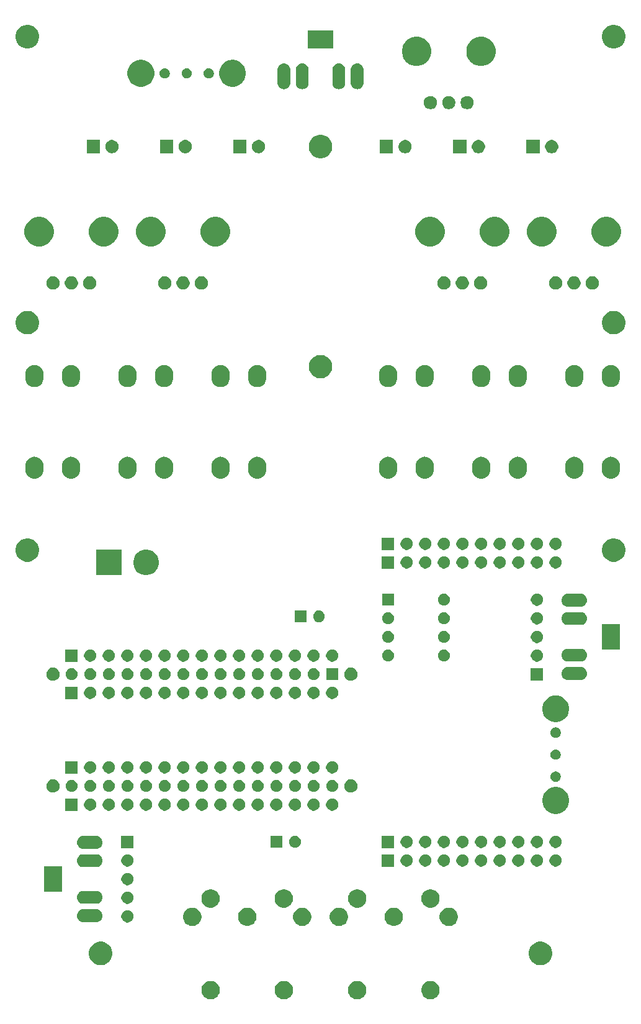
<source format=gbr>
G04 #@! TF.GenerationSoftware,KiCad,Pcbnew,(5.1.5)-3*
G04 #@! TF.CreationDate,2021-12-15T09:54:58+00:00*
G04 #@! TF.ProjectId,drumkid,6472756d-6b69-4642-9e6b-696361645f70,rev?*
G04 #@! TF.SameCoordinates,Original*
G04 #@! TF.FileFunction,Soldermask,Top*
G04 #@! TF.FilePolarity,Negative*
%FSLAX46Y46*%
G04 Gerber Fmt 4.6, Leading zero omitted, Abs format (unit mm)*
G04 Created by KiCad (PCBNEW (5.1.5)-3) date 2021-12-15 09:54:58*
%MOMM*%
%LPD*%
G04 APERTURE LIST*
%ADD10C,0.100000*%
G04 APERTURE END LIST*
D10*
G36*
X95364518Y-163798344D02*
G01*
X95591946Y-163892548D01*
X95796625Y-164029310D01*
X95970690Y-164203375D01*
X96107452Y-164408054D01*
X96201656Y-164635482D01*
X96249680Y-164876917D01*
X96249680Y-165123083D01*
X96201656Y-165364518D01*
X96107452Y-165591946D01*
X95970690Y-165796625D01*
X95796625Y-165970690D01*
X95591946Y-166107452D01*
X95364518Y-166201656D01*
X95123083Y-166249680D01*
X94876917Y-166249680D01*
X94635482Y-166201656D01*
X94408054Y-166107452D01*
X94203375Y-165970690D01*
X94029310Y-165796625D01*
X93892548Y-165591946D01*
X93798344Y-165364518D01*
X93750320Y-165123083D01*
X93750320Y-164876917D01*
X93798344Y-164635482D01*
X93892548Y-164408054D01*
X94029310Y-164203375D01*
X94203375Y-164029310D01*
X94408054Y-163892548D01*
X94635482Y-163798344D01*
X94876917Y-163750320D01*
X95123083Y-163750320D01*
X95364518Y-163798344D01*
G37*
G36*
X105364518Y-163798344D02*
G01*
X105591946Y-163892548D01*
X105796625Y-164029310D01*
X105970690Y-164203375D01*
X106107452Y-164408054D01*
X106201656Y-164635482D01*
X106249680Y-164876917D01*
X106249680Y-165123083D01*
X106201656Y-165364518D01*
X106107452Y-165591946D01*
X105970690Y-165796625D01*
X105796625Y-165970690D01*
X105591946Y-166107452D01*
X105364518Y-166201656D01*
X105123083Y-166249680D01*
X104876917Y-166249680D01*
X104635482Y-166201656D01*
X104408054Y-166107452D01*
X104203375Y-165970690D01*
X104029310Y-165796625D01*
X103892548Y-165591946D01*
X103798344Y-165364518D01*
X103750320Y-165123083D01*
X103750320Y-164876917D01*
X103798344Y-164635482D01*
X103892548Y-164408054D01*
X104029310Y-164203375D01*
X104203375Y-164029310D01*
X104408054Y-163892548D01*
X104635482Y-163798344D01*
X104876917Y-163750320D01*
X105123083Y-163750320D01*
X105364518Y-163798344D01*
G37*
G36*
X115367038Y-163798344D02*
G01*
X115594466Y-163892548D01*
X115799145Y-164029310D01*
X115973210Y-164203375D01*
X116109972Y-164408054D01*
X116204176Y-164635482D01*
X116252200Y-164876917D01*
X116252200Y-165123083D01*
X116204176Y-165364518D01*
X116109972Y-165591946D01*
X115973210Y-165796625D01*
X115799145Y-165970690D01*
X115594466Y-166107452D01*
X115367038Y-166201656D01*
X115125603Y-166249680D01*
X114879437Y-166249680D01*
X114638002Y-166201656D01*
X114410574Y-166107452D01*
X114205895Y-165970690D01*
X114031830Y-165796625D01*
X113895068Y-165591946D01*
X113800864Y-165364518D01*
X113752840Y-165123083D01*
X113752840Y-164876917D01*
X113800864Y-164635482D01*
X113895068Y-164408054D01*
X114031830Y-164203375D01*
X114205895Y-164029310D01*
X114410574Y-163892548D01*
X114638002Y-163798344D01*
X114879437Y-163750320D01*
X115125603Y-163750320D01*
X115367038Y-163798344D01*
G37*
G36*
X85361998Y-163798344D02*
G01*
X85589426Y-163892548D01*
X85794105Y-164029310D01*
X85968170Y-164203375D01*
X86104932Y-164408054D01*
X86199136Y-164635482D01*
X86247160Y-164876917D01*
X86247160Y-165123083D01*
X86199136Y-165364518D01*
X86104932Y-165591946D01*
X85968170Y-165796625D01*
X85794105Y-165970690D01*
X85589426Y-166107452D01*
X85361998Y-166201656D01*
X85120563Y-166249680D01*
X84874397Y-166249680D01*
X84632962Y-166201656D01*
X84405534Y-166107452D01*
X84200855Y-165970690D01*
X84026790Y-165796625D01*
X83890028Y-165591946D01*
X83795824Y-165364518D01*
X83747800Y-165123083D01*
X83747800Y-164876917D01*
X83795824Y-164635482D01*
X83890028Y-164408054D01*
X84026790Y-164203375D01*
X84200855Y-164029310D01*
X84405534Y-163892548D01*
X84632962Y-163798344D01*
X84874397Y-163750320D01*
X85120563Y-163750320D01*
X85361998Y-163798344D01*
G37*
G36*
X130466703Y-158461486D02*
G01*
X130757883Y-158582097D01*
X131019940Y-158757198D01*
X131242802Y-158980060D01*
X131417903Y-159242117D01*
X131538514Y-159533297D01*
X131600000Y-159842412D01*
X131600000Y-160157588D01*
X131538514Y-160466703D01*
X131417903Y-160757883D01*
X131242802Y-161019940D01*
X131019940Y-161242802D01*
X130757883Y-161417903D01*
X130466703Y-161538514D01*
X130157588Y-161600000D01*
X129842412Y-161600000D01*
X129533297Y-161538514D01*
X129242117Y-161417903D01*
X128980060Y-161242802D01*
X128757198Y-161019940D01*
X128582097Y-160757883D01*
X128461486Y-160466703D01*
X128400000Y-160157588D01*
X128400000Y-159842412D01*
X128461486Y-159533297D01*
X128582097Y-159242117D01*
X128757198Y-158980060D01*
X128980060Y-158757198D01*
X129242117Y-158582097D01*
X129533297Y-158461486D01*
X129842412Y-158400000D01*
X130157588Y-158400000D01*
X130466703Y-158461486D01*
G37*
G36*
X70466703Y-158461486D02*
G01*
X70757883Y-158582097D01*
X71019940Y-158757198D01*
X71242802Y-158980060D01*
X71417903Y-159242117D01*
X71538514Y-159533297D01*
X71600000Y-159842412D01*
X71600000Y-160157588D01*
X71538514Y-160466703D01*
X71417903Y-160757883D01*
X71242802Y-161019940D01*
X71019940Y-161242802D01*
X70757883Y-161417903D01*
X70466703Y-161538514D01*
X70157588Y-161600000D01*
X69842412Y-161600000D01*
X69533297Y-161538514D01*
X69242117Y-161417903D01*
X68980060Y-161242802D01*
X68757198Y-161019940D01*
X68582097Y-160757883D01*
X68461486Y-160466703D01*
X68400000Y-160157588D01*
X68400000Y-159842412D01*
X68461486Y-159533297D01*
X68582097Y-159242117D01*
X68757198Y-158980060D01*
X68980060Y-158757198D01*
X69242117Y-158582097D01*
X69533297Y-158461486D01*
X69842412Y-158400000D01*
X70157588Y-158400000D01*
X70466703Y-158461486D01*
G37*
G36*
X82865178Y-153803444D02*
G01*
X83092606Y-153897648D01*
X83297285Y-154034410D01*
X83471350Y-154208475D01*
X83608112Y-154413154D01*
X83702316Y-154640582D01*
X83750340Y-154882017D01*
X83750340Y-155128183D01*
X83702316Y-155369618D01*
X83608112Y-155597046D01*
X83471350Y-155801725D01*
X83297285Y-155975790D01*
X83092606Y-156112552D01*
X82865178Y-156206756D01*
X82623743Y-156254780D01*
X82377577Y-156254780D01*
X82136142Y-156206756D01*
X81908714Y-156112552D01*
X81704035Y-155975790D01*
X81529970Y-155801725D01*
X81393208Y-155597046D01*
X81299004Y-155369618D01*
X81250980Y-155128183D01*
X81250980Y-154882017D01*
X81299004Y-154640582D01*
X81393208Y-154413154D01*
X81529970Y-154208475D01*
X81704035Y-154034410D01*
X81908714Y-153897648D01*
X82136142Y-153803444D01*
X82377577Y-153755420D01*
X82623743Y-153755420D01*
X82865178Y-153803444D01*
G37*
G36*
X97861338Y-153803444D02*
G01*
X98088766Y-153897648D01*
X98293445Y-154034410D01*
X98467510Y-154208475D01*
X98604272Y-154413154D01*
X98698476Y-154640582D01*
X98746500Y-154882017D01*
X98746500Y-155128183D01*
X98698476Y-155369618D01*
X98604272Y-155597046D01*
X98467510Y-155801725D01*
X98293445Y-155975790D01*
X98088766Y-156112552D01*
X97861338Y-156206756D01*
X97619903Y-156254780D01*
X97373737Y-156254780D01*
X97132302Y-156206756D01*
X96904874Y-156112552D01*
X96700195Y-155975790D01*
X96526130Y-155801725D01*
X96389368Y-155597046D01*
X96295164Y-155369618D01*
X96247140Y-155128183D01*
X96247140Y-154882017D01*
X96295164Y-154640582D01*
X96389368Y-154413154D01*
X96526130Y-154208475D01*
X96700195Y-154034410D01*
X96904874Y-153897648D01*
X97132302Y-153803444D01*
X97373737Y-153755420D01*
X97619903Y-153755420D01*
X97861338Y-153803444D01*
G37*
G36*
X117863858Y-153803444D02*
G01*
X118091286Y-153897648D01*
X118295965Y-154034410D01*
X118470030Y-154208475D01*
X118606792Y-154413154D01*
X118700996Y-154640582D01*
X118749020Y-154882017D01*
X118749020Y-155128183D01*
X118700996Y-155369618D01*
X118606792Y-155597046D01*
X118470030Y-155801725D01*
X118295965Y-155975790D01*
X118091286Y-156112552D01*
X117863858Y-156206756D01*
X117622423Y-156254780D01*
X117376257Y-156254780D01*
X117134822Y-156206756D01*
X116907394Y-156112552D01*
X116702715Y-155975790D01*
X116528650Y-155801725D01*
X116391888Y-155597046D01*
X116297684Y-155369618D01*
X116249660Y-155128183D01*
X116249660Y-154882017D01*
X116297684Y-154640582D01*
X116391888Y-154413154D01*
X116528650Y-154208475D01*
X116702715Y-154034410D01*
X116907394Y-153897648D01*
X117134822Y-153803444D01*
X117376257Y-153755420D01*
X117622423Y-153755420D01*
X117863858Y-153803444D01*
G37*
G36*
X102867698Y-153803444D02*
G01*
X103095126Y-153897648D01*
X103299805Y-154034410D01*
X103473870Y-154208475D01*
X103610632Y-154413154D01*
X103704836Y-154640582D01*
X103752860Y-154882017D01*
X103752860Y-155128183D01*
X103704836Y-155369618D01*
X103610632Y-155597046D01*
X103473870Y-155801725D01*
X103299805Y-155975790D01*
X103095126Y-156112552D01*
X102867698Y-156206756D01*
X102626263Y-156254780D01*
X102380097Y-156254780D01*
X102138662Y-156206756D01*
X101911234Y-156112552D01*
X101706555Y-155975790D01*
X101532490Y-155801725D01*
X101395728Y-155597046D01*
X101301524Y-155369618D01*
X101253500Y-155128183D01*
X101253500Y-154882017D01*
X101301524Y-154640582D01*
X101395728Y-154413154D01*
X101532490Y-154208475D01*
X101706555Y-154034410D01*
X101911234Y-153897648D01*
X102138662Y-153803444D01*
X102380097Y-153755420D01*
X102626263Y-153755420D01*
X102867698Y-153803444D01*
G37*
G36*
X110365778Y-153800904D02*
G01*
X110593206Y-153895108D01*
X110797885Y-154031870D01*
X110971950Y-154205935D01*
X111108712Y-154410614D01*
X111202916Y-154638042D01*
X111250940Y-154879477D01*
X111250940Y-155125643D01*
X111202916Y-155367078D01*
X111108712Y-155594506D01*
X110971950Y-155799185D01*
X110797885Y-155973250D01*
X110593206Y-156110012D01*
X110365778Y-156204216D01*
X110124343Y-156252240D01*
X109878177Y-156252240D01*
X109636742Y-156204216D01*
X109409314Y-156110012D01*
X109204635Y-155973250D01*
X109030570Y-155799185D01*
X108893808Y-155594506D01*
X108799604Y-155367078D01*
X108751580Y-155125643D01*
X108751580Y-154879477D01*
X108799604Y-154638042D01*
X108893808Y-154410614D01*
X109030570Y-154205935D01*
X109204635Y-154031870D01*
X109409314Y-153895108D01*
X109636742Y-153800904D01*
X109878177Y-153752880D01*
X110124343Y-153752880D01*
X110365778Y-153800904D01*
G37*
G36*
X90363258Y-153800904D02*
G01*
X90590686Y-153895108D01*
X90795365Y-154031870D01*
X90969430Y-154205935D01*
X91106192Y-154410614D01*
X91200396Y-154638042D01*
X91248420Y-154879477D01*
X91248420Y-155125643D01*
X91200396Y-155367078D01*
X91106192Y-155594506D01*
X90969430Y-155799185D01*
X90795365Y-155973250D01*
X90590686Y-156110012D01*
X90363258Y-156204216D01*
X90121823Y-156252240D01*
X89875657Y-156252240D01*
X89634222Y-156204216D01*
X89406794Y-156110012D01*
X89202115Y-155973250D01*
X89028050Y-155799185D01*
X88891288Y-155594506D01*
X88797084Y-155367078D01*
X88749060Y-155125643D01*
X88749060Y-154879477D01*
X88797084Y-154638042D01*
X88891288Y-154410614D01*
X89028050Y-154205935D01*
X89202115Y-154031870D01*
X89406794Y-153895108D01*
X89634222Y-153800904D01*
X89875657Y-153752880D01*
X90121823Y-153752880D01*
X90363258Y-153800904D01*
G37*
G36*
X73907935Y-154122664D02*
G01*
X74062624Y-154186739D01*
X74062626Y-154186740D01*
X74201844Y-154279762D01*
X74320238Y-154398156D01*
X74404011Y-154523532D01*
X74413261Y-154537376D01*
X74477336Y-154692065D01*
X74510000Y-154856281D01*
X74510000Y-155023719D01*
X74477336Y-155187935D01*
X74413261Y-155342624D01*
X74413260Y-155342626D01*
X74320238Y-155481844D01*
X74201844Y-155600238D01*
X74062626Y-155693260D01*
X74062625Y-155693261D01*
X74062624Y-155693261D01*
X73907935Y-155757336D01*
X73743719Y-155790000D01*
X73576281Y-155790000D01*
X73412065Y-155757336D01*
X73257376Y-155693261D01*
X73257375Y-155693261D01*
X73257374Y-155693260D01*
X73118156Y-155600238D01*
X72999762Y-155481844D01*
X72906740Y-155342626D01*
X72906739Y-155342624D01*
X72842664Y-155187935D01*
X72810000Y-155023719D01*
X72810000Y-154856281D01*
X72842664Y-154692065D01*
X72906739Y-154537376D01*
X72915989Y-154523532D01*
X72999762Y-154398156D01*
X73118156Y-154279762D01*
X73257374Y-154186740D01*
X73257376Y-154186739D01*
X73412065Y-154122664D01*
X73576281Y-154090000D01*
X73743719Y-154090000D01*
X73907935Y-154122664D01*
G37*
G36*
X69466829Y-153989220D02*
G01*
X69552530Y-153997661D01*
X69717468Y-154047695D01*
X69869476Y-154128944D01*
X70002712Y-154238288D01*
X70112056Y-154371524D01*
X70193305Y-154523532D01*
X70243339Y-154688470D01*
X70260233Y-154860000D01*
X70243339Y-155031530D01*
X70193305Y-155196468D01*
X70112056Y-155348476D01*
X70002712Y-155481712D01*
X69869476Y-155591056D01*
X69717468Y-155672305D01*
X69552530Y-155722339D01*
X69466829Y-155730780D01*
X69423980Y-155735000D01*
X67588020Y-155735000D01*
X67545171Y-155730780D01*
X67459470Y-155722339D01*
X67294532Y-155672305D01*
X67142524Y-155591056D01*
X67009288Y-155481712D01*
X66899944Y-155348476D01*
X66818695Y-155196468D01*
X66768661Y-155031530D01*
X66751767Y-154860000D01*
X66768661Y-154688470D01*
X66818695Y-154523532D01*
X66899944Y-154371524D01*
X67009288Y-154238288D01*
X67142524Y-154128944D01*
X67294532Y-154047695D01*
X67459470Y-153997661D01*
X67545171Y-153989220D01*
X67588020Y-153985000D01*
X69423980Y-153985000D01*
X69466829Y-153989220D01*
G37*
G36*
X95359438Y-151301544D02*
G01*
X95586866Y-151395748D01*
X95791545Y-151532510D01*
X95965610Y-151706575D01*
X96102372Y-151911254D01*
X96196576Y-152138682D01*
X96244600Y-152380117D01*
X96244600Y-152626283D01*
X96196576Y-152867718D01*
X96102372Y-153095146D01*
X95965610Y-153299825D01*
X95791545Y-153473890D01*
X95586866Y-153610652D01*
X95359438Y-153704856D01*
X95118003Y-153752880D01*
X94871837Y-153752880D01*
X94630402Y-153704856D01*
X94402974Y-153610652D01*
X94198295Y-153473890D01*
X94024230Y-153299825D01*
X93887468Y-153095146D01*
X93793264Y-152867718D01*
X93745240Y-152626283D01*
X93745240Y-152380117D01*
X93793264Y-152138682D01*
X93887468Y-151911254D01*
X94024230Y-151706575D01*
X94198295Y-151532510D01*
X94402974Y-151395748D01*
X94630402Y-151301544D01*
X94871837Y-151253520D01*
X95118003Y-151253520D01*
X95359438Y-151301544D01*
G37*
G36*
X85367078Y-151301544D02*
G01*
X85594506Y-151395748D01*
X85799185Y-151532510D01*
X85973250Y-151706575D01*
X86110012Y-151911254D01*
X86204216Y-152138682D01*
X86252240Y-152380117D01*
X86252240Y-152626283D01*
X86204216Y-152867718D01*
X86110012Y-153095146D01*
X85973250Y-153299825D01*
X85799185Y-153473890D01*
X85594506Y-153610652D01*
X85367078Y-153704856D01*
X85125643Y-153752880D01*
X84879477Y-153752880D01*
X84638042Y-153704856D01*
X84410614Y-153610652D01*
X84205935Y-153473890D01*
X84031870Y-153299825D01*
X83895108Y-153095146D01*
X83800904Y-152867718D01*
X83752880Y-152626283D01*
X83752880Y-152380117D01*
X83800904Y-152138682D01*
X83895108Y-151911254D01*
X84031870Y-151706575D01*
X84205935Y-151532510D01*
X84410614Y-151395748D01*
X84638042Y-151301544D01*
X84879477Y-151253520D01*
X85125643Y-151253520D01*
X85367078Y-151301544D01*
G37*
G36*
X105369598Y-151301544D02*
G01*
X105597026Y-151395748D01*
X105801705Y-151532510D01*
X105975770Y-151706575D01*
X106112532Y-151911254D01*
X106206736Y-152138682D01*
X106254760Y-152380117D01*
X106254760Y-152626283D01*
X106206736Y-152867718D01*
X106112532Y-153095146D01*
X105975770Y-153299825D01*
X105801705Y-153473890D01*
X105597026Y-153610652D01*
X105369598Y-153704856D01*
X105128163Y-153752880D01*
X104881997Y-153752880D01*
X104640562Y-153704856D01*
X104413134Y-153610652D01*
X104208455Y-153473890D01*
X104034390Y-153299825D01*
X103897628Y-153095146D01*
X103803424Y-152867718D01*
X103755400Y-152626283D01*
X103755400Y-152380117D01*
X103803424Y-152138682D01*
X103897628Y-151911254D01*
X104034390Y-151706575D01*
X104208455Y-151532510D01*
X104413134Y-151395748D01*
X104640562Y-151301544D01*
X104881997Y-151253520D01*
X105128163Y-151253520D01*
X105369598Y-151301544D01*
G37*
G36*
X115361958Y-151301544D02*
G01*
X115589386Y-151395748D01*
X115794065Y-151532510D01*
X115968130Y-151706575D01*
X116104892Y-151911254D01*
X116199096Y-152138682D01*
X116247120Y-152380117D01*
X116247120Y-152626283D01*
X116199096Y-152867718D01*
X116104892Y-153095146D01*
X115968130Y-153299825D01*
X115794065Y-153473890D01*
X115589386Y-153610652D01*
X115361958Y-153704856D01*
X115120523Y-153752880D01*
X114874357Y-153752880D01*
X114632922Y-153704856D01*
X114405494Y-153610652D01*
X114200815Y-153473890D01*
X114026750Y-153299825D01*
X113889988Y-153095146D01*
X113795784Y-152867718D01*
X113747760Y-152626283D01*
X113747760Y-152380117D01*
X113795784Y-152138682D01*
X113889988Y-151911254D01*
X114026750Y-151706575D01*
X114200815Y-151532510D01*
X114405494Y-151395748D01*
X114632922Y-151301544D01*
X114874357Y-151253520D01*
X115120523Y-151253520D01*
X115361958Y-151301544D01*
G37*
G36*
X73907935Y-151582664D02*
G01*
X74062624Y-151646739D01*
X74062626Y-151646740D01*
X74201844Y-151739762D01*
X74320238Y-151858156D01*
X74413260Y-151997374D01*
X74413261Y-151997376D01*
X74477336Y-152152065D01*
X74510000Y-152316281D01*
X74510000Y-152483719D01*
X74477336Y-152647935D01*
X74413261Y-152802624D01*
X74413260Y-152802626D01*
X74320238Y-152941844D01*
X74201844Y-153060238D01*
X74062626Y-153153260D01*
X74062625Y-153153261D01*
X74062624Y-153153261D01*
X73907935Y-153217336D01*
X73743719Y-153250000D01*
X73576281Y-153250000D01*
X73412065Y-153217336D01*
X73257376Y-153153261D01*
X73257375Y-153153261D01*
X73257374Y-153153260D01*
X73118156Y-153060238D01*
X72999762Y-152941844D01*
X72906740Y-152802626D01*
X72906739Y-152802624D01*
X72842664Y-152647935D01*
X72810000Y-152483719D01*
X72810000Y-152316281D01*
X72842664Y-152152065D01*
X72906739Y-151997376D01*
X72906740Y-151997374D01*
X72999762Y-151858156D01*
X73118156Y-151739762D01*
X73257374Y-151646740D01*
X73257376Y-151646739D01*
X73412065Y-151582664D01*
X73576281Y-151550000D01*
X73743719Y-151550000D01*
X73907935Y-151582664D01*
G37*
G36*
X69466829Y-151489220D02*
G01*
X69552530Y-151497661D01*
X69717468Y-151547695D01*
X69717470Y-151547696D01*
X69768137Y-151574778D01*
X69869476Y-151628944D01*
X70002712Y-151738288D01*
X70112056Y-151871524D01*
X70112058Y-151871528D01*
X70179325Y-151997376D01*
X70193305Y-152023532D01*
X70243339Y-152188470D01*
X70260233Y-152360000D01*
X70243339Y-152531530D01*
X70193305Y-152696468D01*
X70112056Y-152848476D01*
X70002712Y-152981712D01*
X69869476Y-153091056D01*
X69717468Y-153172305D01*
X69552530Y-153222339D01*
X69466829Y-153230780D01*
X69423980Y-153235000D01*
X67588020Y-153235000D01*
X67545171Y-153230780D01*
X67459470Y-153222339D01*
X67294532Y-153172305D01*
X67142524Y-153091056D01*
X67009288Y-152981712D01*
X66899944Y-152848476D01*
X66818695Y-152696468D01*
X66768661Y-152531530D01*
X66751767Y-152360000D01*
X66768661Y-152188470D01*
X66818695Y-152023532D01*
X66832676Y-151997376D01*
X66899942Y-151871528D01*
X66899944Y-151871524D01*
X67009288Y-151738288D01*
X67142524Y-151628944D01*
X67243863Y-151574778D01*
X67294530Y-151547696D01*
X67294532Y-151547695D01*
X67459470Y-151497661D01*
X67545171Y-151489220D01*
X67588020Y-151485000D01*
X69423980Y-151485000D01*
X69466829Y-151489220D01*
G37*
G36*
X64750000Y-151610000D02*
G01*
X62250000Y-151610000D01*
X62250000Y-148110000D01*
X64750000Y-148110000D01*
X64750000Y-151610000D01*
G37*
G36*
X73907935Y-149042664D02*
G01*
X74062624Y-149106739D01*
X74062626Y-149106740D01*
X74201844Y-149199762D01*
X74320238Y-149318156D01*
X74413260Y-149457374D01*
X74413261Y-149457376D01*
X74477336Y-149612065D01*
X74510000Y-149776281D01*
X74510000Y-149943719D01*
X74477336Y-150107935D01*
X74413261Y-150262624D01*
X74413260Y-150262626D01*
X74320238Y-150401844D01*
X74201844Y-150520238D01*
X74062626Y-150613260D01*
X74062625Y-150613261D01*
X74062624Y-150613261D01*
X73907935Y-150677336D01*
X73743719Y-150710000D01*
X73576281Y-150710000D01*
X73412065Y-150677336D01*
X73257376Y-150613261D01*
X73257375Y-150613261D01*
X73257374Y-150613260D01*
X73118156Y-150520238D01*
X72999762Y-150401844D01*
X72906740Y-150262626D01*
X72906739Y-150262624D01*
X72842664Y-150107935D01*
X72810000Y-149943719D01*
X72810000Y-149776281D01*
X72842664Y-149612065D01*
X72906739Y-149457376D01*
X72906740Y-149457374D01*
X72999762Y-149318156D01*
X73118156Y-149199762D01*
X73257374Y-149106740D01*
X73257376Y-149106739D01*
X73412065Y-149042664D01*
X73576281Y-149010000D01*
X73743719Y-149010000D01*
X73907935Y-149042664D01*
G37*
G36*
X69466829Y-146489220D02*
G01*
X69552530Y-146497661D01*
X69717468Y-146547695D01*
X69869476Y-146628944D01*
X70002712Y-146738288D01*
X70112056Y-146871524D01*
X70193305Y-147023532D01*
X70243339Y-147188470D01*
X70260233Y-147360000D01*
X70243339Y-147531530D01*
X70232295Y-147567936D01*
X70193304Y-147696470D01*
X70179323Y-147722626D01*
X70112056Y-147848476D01*
X70002712Y-147981712D01*
X69869476Y-148091056D01*
X69869472Y-148091058D01*
X69721781Y-148170000D01*
X69717468Y-148172305D01*
X69552530Y-148222339D01*
X69466829Y-148230780D01*
X69423980Y-148235000D01*
X67588020Y-148235000D01*
X67545171Y-148230780D01*
X67459470Y-148222339D01*
X67294532Y-148172305D01*
X67290220Y-148170000D01*
X67142528Y-148091058D01*
X67142524Y-148091056D01*
X67009288Y-147981712D01*
X66899944Y-147848476D01*
X66832677Y-147722626D01*
X66818696Y-147696470D01*
X66779705Y-147567936D01*
X66768661Y-147531530D01*
X66751767Y-147360000D01*
X66768661Y-147188470D01*
X66818695Y-147023532D01*
X66899944Y-146871524D01*
X67009288Y-146738288D01*
X67142524Y-146628944D01*
X67294532Y-146547695D01*
X67459470Y-146497661D01*
X67545171Y-146489220D01*
X67588020Y-146485000D01*
X69423980Y-146485000D01*
X69466829Y-146489220D01*
G37*
G36*
X127247935Y-146502664D02*
G01*
X127402624Y-146566739D01*
X127402626Y-146566740D01*
X127541844Y-146659762D01*
X127660238Y-146778156D01*
X127753260Y-146917374D01*
X127753261Y-146917376D01*
X127817336Y-147072065D01*
X127850000Y-147236281D01*
X127850000Y-147403719D01*
X127817336Y-147567935D01*
X127764095Y-147696468D01*
X127753260Y-147722626D01*
X127660238Y-147861844D01*
X127541844Y-147980238D01*
X127402626Y-148073260D01*
X127402625Y-148073261D01*
X127402624Y-148073261D01*
X127247935Y-148137336D01*
X127083719Y-148170000D01*
X126916281Y-148170000D01*
X126752065Y-148137336D01*
X126597376Y-148073261D01*
X126597375Y-148073261D01*
X126597374Y-148073260D01*
X126458156Y-147980238D01*
X126339762Y-147861844D01*
X126246740Y-147722626D01*
X126235905Y-147696468D01*
X126182664Y-147567935D01*
X126150000Y-147403719D01*
X126150000Y-147236281D01*
X126182664Y-147072065D01*
X126246739Y-146917376D01*
X126246740Y-146917374D01*
X126339762Y-146778156D01*
X126458156Y-146659762D01*
X126597374Y-146566740D01*
X126597376Y-146566739D01*
X126752065Y-146502664D01*
X126916281Y-146470000D01*
X127083719Y-146470000D01*
X127247935Y-146502664D01*
G37*
G36*
X122167935Y-146502664D02*
G01*
X122322624Y-146566739D01*
X122322626Y-146566740D01*
X122461844Y-146659762D01*
X122580238Y-146778156D01*
X122673260Y-146917374D01*
X122673261Y-146917376D01*
X122737336Y-147072065D01*
X122770000Y-147236281D01*
X122770000Y-147403719D01*
X122737336Y-147567935D01*
X122684095Y-147696468D01*
X122673260Y-147722626D01*
X122580238Y-147861844D01*
X122461844Y-147980238D01*
X122322626Y-148073260D01*
X122322625Y-148073261D01*
X122322624Y-148073261D01*
X122167935Y-148137336D01*
X122003719Y-148170000D01*
X121836281Y-148170000D01*
X121672065Y-148137336D01*
X121517376Y-148073261D01*
X121517375Y-148073261D01*
X121517374Y-148073260D01*
X121378156Y-147980238D01*
X121259762Y-147861844D01*
X121166740Y-147722626D01*
X121155905Y-147696468D01*
X121102664Y-147567935D01*
X121070000Y-147403719D01*
X121070000Y-147236281D01*
X121102664Y-147072065D01*
X121166739Y-146917376D01*
X121166740Y-146917374D01*
X121259762Y-146778156D01*
X121378156Y-146659762D01*
X121517374Y-146566740D01*
X121517376Y-146566739D01*
X121672065Y-146502664D01*
X121836281Y-146470000D01*
X122003719Y-146470000D01*
X122167935Y-146502664D01*
G37*
G36*
X124707935Y-146502664D02*
G01*
X124862624Y-146566739D01*
X124862626Y-146566740D01*
X125001844Y-146659762D01*
X125120238Y-146778156D01*
X125213260Y-146917374D01*
X125213261Y-146917376D01*
X125277336Y-147072065D01*
X125310000Y-147236281D01*
X125310000Y-147403719D01*
X125277336Y-147567935D01*
X125224095Y-147696468D01*
X125213260Y-147722626D01*
X125120238Y-147861844D01*
X125001844Y-147980238D01*
X124862626Y-148073260D01*
X124862625Y-148073261D01*
X124862624Y-148073261D01*
X124707935Y-148137336D01*
X124543719Y-148170000D01*
X124376281Y-148170000D01*
X124212065Y-148137336D01*
X124057376Y-148073261D01*
X124057375Y-148073261D01*
X124057374Y-148073260D01*
X123918156Y-147980238D01*
X123799762Y-147861844D01*
X123706740Y-147722626D01*
X123695905Y-147696468D01*
X123642664Y-147567935D01*
X123610000Y-147403719D01*
X123610000Y-147236281D01*
X123642664Y-147072065D01*
X123706739Y-146917376D01*
X123706740Y-146917374D01*
X123799762Y-146778156D01*
X123918156Y-146659762D01*
X124057374Y-146566740D01*
X124057376Y-146566739D01*
X124212065Y-146502664D01*
X124376281Y-146470000D01*
X124543719Y-146470000D01*
X124707935Y-146502664D01*
G37*
G36*
X129787935Y-146502664D02*
G01*
X129942624Y-146566739D01*
X129942626Y-146566740D01*
X130081844Y-146659762D01*
X130200238Y-146778156D01*
X130293260Y-146917374D01*
X130293261Y-146917376D01*
X130357336Y-147072065D01*
X130390000Y-147236281D01*
X130390000Y-147403719D01*
X130357336Y-147567935D01*
X130304095Y-147696468D01*
X130293260Y-147722626D01*
X130200238Y-147861844D01*
X130081844Y-147980238D01*
X129942626Y-148073260D01*
X129942625Y-148073261D01*
X129942624Y-148073261D01*
X129787935Y-148137336D01*
X129623719Y-148170000D01*
X129456281Y-148170000D01*
X129292065Y-148137336D01*
X129137376Y-148073261D01*
X129137375Y-148073261D01*
X129137374Y-148073260D01*
X128998156Y-147980238D01*
X128879762Y-147861844D01*
X128786740Y-147722626D01*
X128775905Y-147696468D01*
X128722664Y-147567935D01*
X128690000Y-147403719D01*
X128690000Y-147236281D01*
X128722664Y-147072065D01*
X128786739Y-146917376D01*
X128786740Y-146917374D01*
X128879762Y-146778156D01*
X128998156Y-146659762D01*
X129137374Y-146566740D01*
X129137376Y-146566739D01*
X129292065Y-146502664D01*
X129456281Y-146470000D01*
X129623719Y-146470000D01*
X129787935Y-146502664D01*
G37*
G36*
X132327935Y-146502664D02*
G01*
X132482624Y-146566739D01*
X132482626Y-146566740D01*
X132621844Y-146659762D01*
X132740238Y-146778156D01*
X132833260Y-146917374D01*
X132833261Y-146917376D01*
X132897336Y-147072065D01*
X132930000Y-147236281D01*
X132930000Y-147403719D01*
X132897336Y-147567935D01*
X132844095Y-147696468D01*
X132833260Y-147722626D01*
X132740238Y-147861844D01*
X132621844Y-147980238D01*
X132482626Y-148073260D01*
X132482625Y-148073261D01*
X132482624Y-148073261D01*
X132327935Y-148137336D01*
X132163719Y-148170000D01*
X131996281Y-148170000D01*
X131832065Y-148137336D01*
X131677376Y-148073261D01*
X131677375Y-148073261D01*
X131677374Y-148073260D01*
X131538156Y-147980238D01*
X131419762Y-147861844D01*
X131326740Y-147722626D01*
X131315905Y-147696468D01*
X131262664Y-147567935D01*
X131230000Y-147403719D01*
X131230000Y-147236281D01*
X131262664Y-147072065D01*
X131326739Y-146917376D01*
X131326740Y-146917374D01*
X131419762Y-146778156D01*
X131538156Y-146659762D01*
X131677374Y-146566740D01*
X131677376Y-146566739D01*
X131832065Y-146502664D01*
X131996281Y-146470000D01*
X132163719Y-146470000D01*
X132327935Y-146502664D01*
G37*
G36*
X117087935Y-146502664D02*
G01*
X117242624Y-146566739D01*
X117242626Y-146566740D01*
X117381844Y-146659762D01*
X117500238Y-146778156D01*
X117593260Y-146917374D01*
X117593261Y-146917376D01*
X117657336Y-147072065D01*
X117690000Y-147236281D01*
X117690000Y-147403719D01*
X117657336Y-147567935D01*
X117604095Y-147696468D01*
X117593260Y-147722626D01*
X117500238Y-147861844D01*
X117381844Y-147980238D01*
X117242626Y-148073260D01*
X117242625Y-148073261D01*
X117242624Y-148073261D01*
X117087935Y-148137336D01*
X116923719Y-148170000D01*
X116756281Y-148170000D01*
X116592065Y-148137336D01*
X116437376Y-148073261D01*
X116437375Y-148073261D01*
X116437374Y-148073260D01*
X116298156Y-147980238D01*
X116179762Y-147861844D01*
X116086740Y-147722626D01*
X116075905Y-147696468D01*
X116022664Y-147567935D01*
X115990000Y-147403719D01*
X115990000Y-147236281D01*
X116022664Y-147072065D01*
X116086739Y-146917376D01*
X116086740Y-146917374D01*
X116179762Y-146778156D01*
X116298156Y-146659762D01*
X116437374Y-146566740D01*
X116437376Y-146566739D01*
X116592065Y-146502664D01*
X116756281Y-146470000D01*
X116923719Y-146470000D01*
X117087935Y-146502664D01*
G37*
G36*
X114547935Y-146502664D02*
G01*
X114702624Y-146566739D01*
X114702626Y-146566740D01*
X114841844Y-146659762D01*
X114960238Y-146778156D01*
X115053260Y-146917374D01*
X115053261Y-146917376D01*
X115117336Y-147072065D01*
X115150000Y-147236281D01*
X115150000Y-147403719D01*
X115117336Y-147567935D01*
X115064095Y-147696468D01*
X115053260Y-147722626D01*
X114960238Y-147861844D01*
X114841844Y-147980238D01*
X114702626Y-148073260D01*
X114702625Y-148073261D01*
X114702624Y-148073261D01*
X114547935Y-148137336D01*
X114383719Y-148170000D01*
X114216281Y-148170000D01*
X114052065Y-148137336D01*
X113897376Y-148073261D01*
X113897375Y-148073261D01*
X113897374Y-148073260D01*
X113758156Y-147980238D01*
X113639762Y-147861844D01*
X113546740Y-147722626D01*
X113535905Y-147696468D01*
X113482664Y-147567935D01*
X113450000Y-147403719D01*
X113450000Y-147236281D01*
X113482664Y-147072065D01*
X113546739Y-146917376D01*
X113546740Y-146917374D01*
X113639762Y-146778156D01*
X113758156Y-146659762D01*
X113897374Y-146566740D01*
X113897376Y-146566739D01*
X114052065Y-146502664D01*
X114216281Y-146470000D01*
X114383719Y-146470000D01*
X114547935Y-146502664D01*
G37*
G36*
X112007935Y-146502664D02*
G01*
X112162624Y-146566739D01*
X112162626Y-146566740D01*
X112301844Y-146659762D01*
X112420238Y-146778156D01*
X112513260Y-146917374D01*
X112513261Y-146917376D01*
X112577336Y-147072065D01*
X112610000Y-147236281D01*
X112610000Y-147403719D01*
X112577336Y-147567935D01*
X112524095Y-147696468D01*
X112513260Y-147722626D01*
X112420238Y-147861844D01*
X112301844Y-147980238D01*
X112162626Y-148073260D01*
X112162625Y-148073261D01*
X112162624Y-148073261D01*
X112007935Y-148137336D01*
X111843719Y-148170000D01*
X111676281Y-148170000D01*
X111512065Y-148137336D01*
X111357376Y-148073261D01*
X111357375Y-148073261D01*
X111357374Y-148073260D01*
X111218156Y-147980238D01*
X111099762Y-147861844D01*
X111006740Y-147722626D01*
X110995905Y-147696468D01*
X110942664Y-147567935D01*
X110910000Y-147403719D01*
X110910000Y-147236281D01*
X110942664Y-147072065D01*
X111006739Y-146917376D01*
X111006740Y-146917374D01*
X111099762Y-146778156D01*
X111218156Y-146659762D01*
X111357374Y-146566740D01*
X111357376Y-146566739D01*
X111512065Y-146502664D01*
X111676281Y-146470000D01*
X111843719Y-146470000D01*
X112007935Y-146502664D01*
G37*
G36*
X119627935Y-146502664D02*
G01*
X119782624Y-146566739D01*
X119782626Y-146566740D01*
X119921844Y-146659762D01*
X120040238Y-146778156D01*
X120133260Y-146917374D01*
X120133261Y-146917376D01*
X120197336Y-147072065D01*
X120230000Y-147236281D01*
X120230000Y-147403719D01*
X120197336Y-147567935D01*
X120144095Y-147696468D01*
X120133260Y-147722626D01*
X120040238Y-147861844D01*
X119921844Y-147980238D01*
X119782626Y-148073260D01*
X119782625Y-148073261D01*
X119782624Y-148073261D01*
X119627935Y-148137336D01*
X119463719Y-148170000D01*
X119296281Y-148170000D01*
X119132065Y-148137336D01*
X118977376Y-148073261D01*
X118977375Y-148073261D01*
X118977374Y-148073260D01*
X118838156Y-147980238D01*
X118719762Y-147861844D01*
X118626740Y-147722626D01*
X118615905Y-147696468D01*
X118562664Y-147567935D01*
X118530000Y-147403719D01*
X118530000Y-147236281D01*
X118562664Y-147072065D01*
X118626739Y-146917376D01*
X118626740Y-146917374D01*
X118719762Y-146778156D01*
X118838156Y-146659762D01*
X118977374Y-146566740D01*
X118977376Y-146566739D01*
X119132065Y-146502664D01*
X119296281Y-146470000D01*
X119463719Y-146470000D01*
X119627935Y-146502664D01*
G37*
G36*
X73907935Y-146502664D02*
G01*
X74062624Y-146566739D01*
X74062626Y-146566740D01*
X74201844Y-146659762D01*
X74320238Y-146778156D01*
X74413260Y-146917374D01*
X74413261Y-146917376D01*
X74477336Y-147072065D01*
X74510000Y-147236281D01*
X74510000Y-147403719D01*
X74477336Y-147567935D01*
X74424095Y-147696468D01*
X74413260Y-147722626D01*
X74320238Y-147861844D01*
X74201844Y-147980238D01*
X74062626Y-148073260D01*
X74062625Y-148073261D01*
X74062624Y-148073261D01*
X73907935Y-148137336D01*
X73743719Y-148170000D01*
X73576281Y-148170000D01*
X73412065Y-148137336D01*
X73257376Y-148073261D01*
X73257375Y-148073261D01*
X73257374Y-148073260D01*
X73118156Y-147980238D01*
X72999762Y-147861844D01*
X72906740Y-147722626D01*
X72895905Y-147696468D01*
X72842664Y-147567935D01*
X72810000Y-147403719D01*
X72810000Y-147236281D01*
X72842664Y-147072065D01*
X72906739Y-146917376D01*
X72906740Y-146917374D01*
X72999762Y-146778156D01*
X73118156Y-146659762D01*
X73257374Y-146566740D01*
X73257376Y-146566739D01*
X73412065Y-146502664D01*
X73576281Y-146470000D01*
X73743719Y-146470000D01*
X73907935Y-146502664D01*
G37*
G36*
X110070000Y-148170000D02*
G01*
X108370000Y-148170000D01*
X108370000Y-146470000D01*
X110070000Y-146470000D01*
X110070000Y-148170000D01*
G37*
G36*
X69466829Y-143989220D02*
G01*
X69552530Y-143997661D01*
X69717468Y-144047695D01*
X69869476Y-144128944D01*
X70002712Y-144238288D01*
X70112056Y-144371524D01*
X70193305Y-144523532D01*
X70243339Y-144688470D01*
X70260233Y-144860000D01*
X70243339Y-145031530D01*
X70193305Y-145196468D01*
X70112056Y-145348476D01*
X70002712Y-145481712D01*
X69869476Y-145591056D01*
X69717468Y-145672305D01*
X69552530Y-145722339D01*
X69466829Y-145730780D01*
X69423980Y-145735000D01*
X67588020Y-145735000D01*
X67545171Y-145730780D01*
X67459470Y-145722339D01*
X67294532Y-145672305D01*
X67142524Y-145591056D01*
X67009288Y-145481712D01*
X66899944Y-145348476D01*
X66818695Y-145196468D01*
X66768661Y-145031530D01*
X66751767Y-144860000D01*
X66768661Y-144688470D01*
X66818695Y-144523532D01*
X66899944Y-144371524D01*
X67009288Y-144238288D01*
X67142524Y-144128944D01*
X67294532Y-144047695D01*
X67459470Y-143997661D01*
X67545171Y-143989220D01*
X67588020Y-143985000D01*
X69423980Y-143985000D01*
X69466829Y-143989220D01*
G37*
G36*
X112007935Y-143962664D02*
G01*
X112162624Y-144026739D01*
X112162626Y-144026740D01*
X112301844Y-144119762D01*
X112420238Y-144238156D01*
X112513260Y-144377374D01*
X112513261Y-144377376D01*
X112577336Y-144532065D01*
X112610000Y-144696281D01*
X112610000Y-144863719D01*
X112577336Y-145027935D01*
X112513261Y-145182624D01*
X112513260Y-145182626D01*
X112420238Y-145321844D01*
X112301844Y-145440238D01*
X112162626Y-145533260D01*
X112162625Y-145533261D01*
X112162624Y-145533261D01*
X112007935Y-145597336D01*
X111843719Y-145630000D01*
X111676281Y-145630000D01*
X111512065Y-145597336D01*
X111357376Y-145533261D01*
X111357375Y-145533261D01*
X111357374Y-145533260D01*
X111218156Y-145440238D01*
X111099762Y-145321844D01*
X111006740Y-145182626D01*
X111006739Y-145182624D01*
X110942664Y-145027935D01*
X110910000Y-144863719D01*
X110910000Y-144696281D01*
X110942664Y-144532065D01*
X111006739Y-144377376D01*
X111006740Y-144377374D01*
X111099762Y-144238156D01*
X111218156Y-144119762D01*
X111357374Y-144026740D01*
X111357376Y-144026739D01*
X111512065Y-143962664D01*
X111676281Y-143930000D01*
X111843719Y-143930000D01*
X112007935Y-143962664D01*
G37*
G36*
X132327935Y-143962664D02*
G01*
X132482624Y-144026739D01*
X132482626Y-144026740D01*
X132621844Y-144119762D01*
X132740238Y-144238156D01*
X132833260Y-144377374D01*
X132833261Y-144377376D01*
X132897336Y-144532065D01*
X132930000Y-144696281D01*
X132930000Y-144863719D01*
X132897336Y-145027935D01*
X132833261Y-145182624D01*
X132833260Y-145182626D01*
X132740238Y-145321844D01*
X132621844Y-145440238D01*
X132482626Y-145533260D01*
X132482625Y-145533261D01*
X132482624Y-145533261D01*
X132327935Y-145597336D01*
X132163719Y-145630000D01*
X131996281Y-145630000D01*
X131832065Y-145597336D01*
X131677376Y-145533261D01*
X131677375Y-145533261D01*
X131677374Y-145533260D01*
X131538156Y-145440238D01*
X131419762Y-145321844D01*
X131326740Y-145182626D01*
X131326739Y-145182624D01*
X131262664Y-145027935D01*
X131230000Y-144863719D01*
X131230000Y-144696281D01*
X131262664Y-144532065D01*
X131326739Y-144377376D01*
X131326740Y-144377374D01*
X131419762Y-144238156D01*
X131538156Y-144119762D01*
X131677374Y-144026740D01*
X131677376Y-144026739D01*
X131832065Y-143962664D01*
X131996281Y-143930000D01*
X132163719Y-143930000D01*
X132327935Y-143962664D01*
G37*
G36*
X129787935Y-143962664D02*
G01*
X129942624Y-144026739D01*
X129942626Y-144026740D01*
X130081844Y-144119762D01*
X130200238Y-144238156D01*
X130293260Y-144377374D01*
X130293261Y-144377376D01*
X130357336Y-144532065D01*
X130390000Y-144696281D01*
X130390000Y-144863719D01*
X130357336Y-145027935D01*
X130293261Y-145182624D01*
X130293260Y-145182626D01*
X130200238Y-145321844D01*
X130081844Y-145440238D01*
X129942626Y-145533260D01*
X129942625Y-145533261D01*
X129942624Y-145533261D01*
X129787935Y-145597336D01*
X129623719Y-145630000D01*
X129456281Y-145630000D01*
X129292065Y-145597336D01*
X129137376Y-145533261D01*
X129137375Y-145533261D01*
X129137374Y-145533260D01*
X128998156Y-145440238D01*
X128879762Y-145321844D01*
X128786740Y-145182626D01*
X128786739Y-145182624D01*
X128722664Y-145027935D01*
X128690000Y-144863719D01*
X128690000Y-144696281D01*
X128722664Y-144532065D01*
X128786739Y-144377376D01*
X128786740Y-144377374D01*
X128879762Y-144238156D01*
X128998156Y-144119762D01*
X129137374Y-144026740D01*
X129137376Y-144026739D01*
X129292065Y-143962664D01*
X129456281Y-143930000D01*
X129623719Y-143930000D01*
X129787935Y-143962664D01*
G37*
G36*
X127247935Y-143962664D02*
G01*
X127402624Y-144026739D01*
X127402626Y-144026740D01*
X127541844Y-144119762D01*
X127660238Y-144238156D01*
X127753260Y-144377374D01*
X127753261Y-144377376D01*
X127817336Y-144532065D01*
X127850000Y-144696281D01*
X127850000Y-144863719D01*
X127817336Y-145027935D01*
X127753261Y-145182624D01*
X127753260Y-145182626D01*
X127660238Y-145321844D01*
X127541844Y-145440238D01*
X127402626Y-145533260D01*
X127402625Y-145533261D01*
X127402624Y-145533261D01*
X127247935Y-145597336D01*
X127083719Y-145630000D01*
X126916281Y-145630000D01*
X126752065Y-145597336D01*
X126597376Y-145533261D01*
X126597375Y-145533261D01*
X126597374Y-145533260D01*
X126458156Y-145440238D01*
X126339762Y-145321844D01*
X126246740Y-145182626D01*
X126246739Y-145182624D01*
X126182664Y-145027935D01*
X126150000Y-144863719D01*
X126150000Y-144696281D01*
X126182664Y-144532065D01*
X126246739Y-144377376D01*
X126246740Y-144377374D01*
X126339762Y-144238156D01*
X126458156Y-144119762D01*
X126597374Y-144026740D01*
X126597376Y-144026739D01*
X126752065Y-143962664D01*
X126916281Y-143930000D01*
X127083719Y-143930000D01*
X127247935Y-143962664D01*
G37*
G36*
X124707935Y-143962664D02*
G01*
X124862624Y-144026739D01*
X124862626Y-144026740D01*
X125001844Y-144119762D01*
X125120238Y-144238156D01*
X125213260Y-144377374D01*
X125213261Y-144377376D01*
X125277336Y-144532065D01*
X125310000Y-144696281D01*
X125310000Y-144863719D01*
X125277336Y-145027935D01*
X125213261Y-145182624D01*
X125213260Y-145182626D01*
X125120238Y-145321844D01*
X125001844Y-145440238D01*
X124862626Y-145533260D01*
X124862625Y-145533261D01*
X124862624Y-145533261D01*
X124707935Y-145597336D01*
X124543719Y-145630000D01*
X124376281Y-145630000D01*
X124212065Y-145597336D01*
X124057376Y-145533261D01*
X124057375Y-145533261D01*
X124057374Y-145533260D01*
X123918156Y-145440238D01*
X123799762Y-145321844D01*
X123706740Y-145182626D01*
X123706739Y-145182624D01*
X123642664Y-145027935D01*
X123610000Y-144863719D01*
X123610000Y-144696281D01*
X123642664Y-144532065D01*
X123706739Y-144377376D01*
X123706740Y-144377374D01*
X123799762Y-144238156D01*
X123918156Y-144119762D01*
X124057374Y-144026740D01*
X124057376Y-144026739D01*
X124212065Y-143962664D01*
X124376281Y-143930000D01*
X124543719Y-143930000D01*
X124707935Y-143962664D01*
G37*
G36*
X122167935Y-143962664D02*
G01*
X122322624Y-144026739D01*
X122322626Y-144026740D01*
X122461844Y-144119762D01*
X122580238Y-144238156D01*
X122673260Y-144377374D01*
X122673261Y-144377376D01*
X122737336Y-144532065D01*
X122770000Y-144696281D01*
X122770000Y-144863719D01*
X122737336Y-145027935D01*
X122673261Y-145182624D01*
X122673260Y-145182626D01*
X122580238Y-145321844D01*
X122461844Y-145440238D01*
X122322626Y-145533260D01*
X122322625Y-145533261D01*
X122322624Y-145533261D01*
X122167935Y-145597336D01*
X122003719Y-145630000D01*
X121836281Y-145630000D01*
X121672065Y-145597336D01*
X121517376Y-145533261D01*
X121517375Y-145533261D01*
X121517374Y-145533260D01*
X121378156Y-145440238D01*
X121259762Y-145321844D01*
X121166740Y-145182626D01*
X121166739Y-145182624D01*
X121102664Y-145027935D01*
X121070000Y-144863719D01*
X121070000Y-144696281D01*
X121102664Y-144532065D01*
X121166739Y-144377376D01*
X121166740Y-144377374D01*
X121259762Y-144238156D01*
X121378156Y-144119762D01*
X121517374Y-144026740D01*
X121517376Y-144026739D01*
X121672065Y-143962664D01*
X121836281Y-143930000D01*
X122003719Y-143930000D01*
X122167935Y-143962664D01*
G37*
G36*
X117087935Y-143962664D02*
G01*
X117242624Y-144026739D01*
X117242626Y-144026740D01*
X117381844Y-144119762D01*
X117500238Y-144238156D01*
X117593260Y-144377374D01*
X117593261Y-144377376D01*
X117657336Y-144532065D01*
X117690000Y-144696281D01*
X117690000Y-144863719D01*
X117657336Y-145027935D01*
X117593261Y-145182624D01*
X117593260Y-145182626D01*
X117500238Y-145321844D01*
X117381844Y-145440238D01*
X117242626Y-145533260D01*
X117242625Y-145533261D01*
X117242624Y-145533261D01*
X117087935Y-145597336D01*
X116923719Y-145630000D01*
X116756281Y-145630000D01*
X116592065Y-145597336D01*
X116437376Y-145533261D01*
X116437375Y-145533261D01*
X116437374Y-145533260D01*
X116298156Y-145440238D01*
X116179762Y-145321844D01*
X116086740Y-145182626D01*
X116086739Y-145182624D01*
X116022664Y-145027935D01*
X115990000Y-144863719D01*
X115990000Y-144696281D01*
X116022664Y-144532065D01*
X116086739Y-144377376D01*
X116086740Y-144377374D01*
X116179762Y-144238156D01*
X116298156Y-144119762D01*
X116437374Y-144026740D01*
X116437376Y-144026739D01*
X116592065Y-143962664D01*
X116756281Y-143930000D01*
X116923719Y-143930000D01*
X117087935Y-143962664D01*
G37*
G36*
X114547935Y-143962664D02*
G01*
X114702624Y-144026739D01*
X114702626Y-144026740D01*
X114841844Y-144119762D01*
X114960238Y-144238156D01*
X115053260Y-144377374D01*
X115053261Y-144377376D01*
X115117336Y-144532065D01*
X115150000Y-144696281D01*
X115150000Y-144863719D01*
X115117336Y-145027935D01*
X115053261Y-145182624D01*
X115053260Y-145182626D01*
X114960238Y-145321844D01*
X114841844Y-145440238D01*
X114702626Y-145533260D01*
X114702625Y-145533261D01*
X114702624Y-145533261D01*
X114547935Y-145597336D01*
X114383719Y-145630000D01*
X114216281Y-145630000D01*
X114052065Y-145597336D01*
X113897376Y-145533261D01*
X113897375Y-145533261D01*
X113897374Y-145533260D01*
X113758156Y-145440238D01*
X113639762Y-145321844D01*
X113546740Y-145182626D01*
X113546739Y-145182624D01*
X113482664Y-145027935D01*
X113450000Y-144863719D01*
X113450000Y-144696281D01*
X113482664Y-144532065D01*
X113546739Y-144377376D01*
X113546740Y-144377374D01*
X113639762Y-144238156D01*
X113758156Y-144119762D01*
X113897374Y-144026740D01*
X113897376Y-144026739D01*
X114052065Y-143962664D01*
X114216281Y-143930000D01*
X114383719Y-143930000D01*
X114547935Y-143962664D01*
G37*
G36*
X74510000Y-145630000D02*
G01*
X72810000Y-145630000D01*
X72810000Y-143930000D01*
X74510000Y-143930000D01*
X74510000Y-145630000D01*
G37*
G36*
X110070000Y-145630000D02*
G01*
X108370000Y-145630000D01*
X108370000Y-143930000D01*
X110070000Y-143930000D01*
X110070000Y-145630000D01*
G37*
G36*
X119627935Y-143962664D02*
G01*
X119782624Y-144026739D01*
X119782626Y-144026740D01*
X119921844Y-144119762D01*
X120040238Y-144238156D01*
X120133260Y-144377374D01*
X120133261Y-144377376D01*
X120197336Y-144532065D01*
X120230000Y-144696281D01*
X120230000Y-144863719D01*
X120197336Y-145027935D01*
X120133261Y-145182624D01*
X120133260Y-145182626D01*
X120040238Y-145321844D01*
X119921844Y-145440238D01*
X119782626Y-145533260D01*
X119782625Y-145533261D01*
X119782624Y-145533261D01*
X119627935Y-145597336D01*
X119463719Y-145630000D01*
X119296281Y-145630000D01*
X119132065Y-145597336D01*
X118977376Y-145533261D01*
X118977375Y-145533261D01*
X118977374Y-145533260D01*
X118838156Y-145440238D01*
X118719762Y-145321844D01*
X118626740Y-145182626D01*
X118626739Y-145182624D01*
X118562664Y-145027935D01*
X118530000Y-144863719D01*
X118530000Y-144696281D01*
X118562664Y-144532065D01*
X118626739Y-144377376D01*
X118626740Y-144377374D01*
X118719762Y-144238156D01*
X118838156Y-144119762D01*
X118977374Y-144026740D01*
X118977376Y-144026739D01*
X119132065Y-143962664D01*
X119296281Y-143930000D01*
X119463719Y-143930000D01*
X119627935Y-143962664D01*
G37*
G36*
X94820000Y-145580000D02*
G01*
X93220000Y-145580000D01*
X93220000Y-143980000D01*
X94820000Y-143980000D01*
X94820000Y-145580000D01*
G37*
G36*
X96753351Y-144010743D02*
G01*
X96898941Y-144071048D01*
X97029970Y-144158599D01*
X97141401Y-144270030D01*
X97228952Y-144401059D01*
X97289257Y-144546649D01*
X97320000Y-144701206D01*
X97320000Y-144858794D01*
X97289257Y-145013351D01*
X97228952Y-145158941D01*
X97141401Y-145289970D01*
X97029970Y-145401401D01*
X96898941Y-145488952D01*
X96753351Y-145549257D01*
X96598794Y-145580000D01*
X96441206Y-145580000D01*
X96286649Y-145549257D01*
X96141059Y-145488952D01*
X96010030Y-145401401D01*
X95898599Y-145289970D01*
X95811048Y-145158941D01*
X95750743Y-145013351D01*
X95720000Y-144858794D01*
X95720000Y-144701206D01*
X95750743Y-144546649D01*
X95811048Y-144401059D01*
X95898599Y-144270030D01*
X96010030Y-144158599D01*
X96141059Y-144071048D01*
X96286649Y-144010743D01*
X96441206Y-143980000D01*
X96598794Y-143980000D01*
X96753351Y-144010743D01*
G37*
G36*
X132436333Y-137348596D02*
G01*
X132612770Y-137383691D01*
X132945172Y-137521376D01*
X133244326Y-137721265D01*
X133498735Y-137975674D01*
X133698624Y-138274828D01*
X133836309Y-138607230D01*
X133836309Y-138607231D01*
X133903842Y-138946739D01*
X133906500Y-138960105D01*
X133906500Y-139319895D01*
X133836309Y-139672770D01*
X133698624Y-140005172D01*
X133498735Y-140304326D01*
X133244326Y-140558735D01*
X132945172Y-140758624D01*
X132612770Y-140896309D01*
X132436332Y-140931405D01*
X132259896Y-140966500D01*
X131900104Y-140966500D01*
X131723668Y-140931405D01*
X131547230Y-140896309D01*
X131214828Y-140758624D01*
X130915674Y-140558735D01*
X130661265Y-140304326D01*
X130461376Y-140005172D01*
X130323691Y-139672770D01*
X130253500Y-139319895D01*
X130253500Y-138960105D01*
X130256159Y-138946739D01*
X130323691Y-138607231D01*
X130323691Y-138607230D01*
X130461376Y-138274828D01*
X130661265Y-137975674D01*
X130915674Y-137721265D01*
X131214828Y-137521376D01*
X131547230Y-137383691D01*
X131723667Y-137348596D01*
X131900104Y-137313500D01*
X132259896Y-137313500D01*
X132436333Y-137348596D01*
G37*
G36*
X86607935Y-138882664D02*
G01*
X86762624Y-138946739D01*
X86762626Y-138946740D01*
X86901844Y-139039762D01*
X87020238Y-139158156D01*
X87113260Y-139297374D01*
X87113261Y-139297376D01*
X87177336Y-139452065D01*
X87210000Y-139616281D01*
X87210000Y-139783719D01*
X87177336Y-139947935D01*
X87153628Y-140005170D01*
X87113260Y-140102626D01*
X87020238Y-140241844D01*
X86901844Y-140360238D01*
X86762626Y-140453260D01*
X86762625Y-140453261D01*
X86762624Y-140453261D01*
X86607935Y-140517336D01*
X86443719Y-140550000D01*
X86276281Y-140550000D01*
X86112065Y-140517336D01*
X85957376Y-140453261D01*
X85957375Y-140453261D01*
X85957374Y-140453260D01*
X85818156Y-140360238D01*
X85699762Y-140241844D01*
X85606740Y-140102626D01*
X85566372Y-140005170D01*
X85542664Y-139947935D01*
X85510000Y-139783719D01*
X85510000Y-139616281D01*
X85542664Y-139452065D01*
X85606739Y-139297376D01*
X85606740Y-139297374D01*
X85699762Y-139158156D01*
X85818156Y-139039762D01*
X85957374Y-138946740D01*
X85957376Y-138946739D01*
X86112065Y-138882664D01*
X86276281Y-138850000D01*
X86443719Y-138850000D01*
X86607935Y-138882664D01*
G37*
G36*
X101847935Y-138882664D02*
G01*
X102002624Y-138946739D01*
X102002626Y-138946740D01*
X102141844Y-139039762D01*
X102260238Y-139158156D01*
X102353260Y-139297374D01*
X102353261Y-139297376D01*
X102417336Y-139452065D01*
X102450000Y-139616281D01*
X102450000Y-139783719D01*
X102417336Y-139947935D01*
X102393628Y-140005170D01*
X102353260Y-140102626D01*
X102260238Y-140241844D01*
X102141844Y-140360238D01*
X102002626Y-140453260D01*
X102002625Y-140453261D01*
X102002624Y-140453261D01*
X101847935Y-140517336D01*
X101683719Y-140550000D01*
X101516281Y-140550000D01*
X101352065Y-140517336D01*
X101197376Y-140453261D01*
X101197375Y-140453261D01*
X101197374Y-140453260D01*
X101058156Y-140360238D01*
X100939762Y-140241844D01*
X100846740Y-140102626D01*
X100806372Y-140005170D01*
X100782664Y-139947935D01*
X100750000Y-139783719D01*
X100750000Y-139616281D01*
X100782664Y-139452065D01*
X100846739Y-139297376D01*
X100846740Y-139297374D01*
X100939762Y-139158156D01*
X101058156Y-139039762D01*
X101197374Y-138946740D01*
X101197376Y-138946739D01*
X101352065Y-138882664D01*
X101516281Y-138850000D01*
X101683719Y-138850000D01*
X101847935Y-138882664D01*
G37*
G36*
X99307935Y-138882664D02*
G01*
X99462624Y-138946739D01*
X99462626Y-138946740D01*
X99601844Y-139039762D01*
X99720238Y-139158156D01*
X99813260Y-139297374D01*
X99813261Y-139297376D01*
X99877336Y-139452065D01*
X99910000Y-139616281D01*
X99910000Y-139783719D01*
X99877336Y-139947935D01*
X99853628Y-140005170D01*
X99813260Y-140102626D01*
X99720238Y-140241844D01*
X99601844Y-140360238D01*
X99462626Y-140453260D01*
X99462625Y-140453261D01*
X99462624Y-140453261D01*
X99307935Y-140517336D01*
X99143719Y-140550000D01*
X98976281Y-140550000D01*
X98812065Y-140517336D01*
X98657376Y-140453261D01*
X98657375Y-140453261D01*
X98657374Y-140453260D01*
X98518156Y-140360238D01*
X98399762Y-140241844D01*
X98306740Y-140102626D01*
X98266372Y-140005170D01*
X98242664Y-139947935D01*
X98210000Y-139783719D01*
X98210000Y-139616281D01*
X98242664Y-139452065D01*
X98306739Y-139297376D01*
X98306740Y-139297374D01*
X98399762Y-139158156D01*
X98518156Y-139039762D01*
X98657374Y-138946740D01*
X98657376Y-138946739D01*
X98812065Y-138882664D01*
X98976281Y-138850000D01*
X99143719Y-138850000D01*
X99307935Y-138882664D01*
G37*
G36*
X96767935Y-138882664D02*
G01*
X96922624Y-138946739D01*
X96922626Y-138946740D01*
X97061844Y-139039762D01*
X97180238Y-139158156D01*
X97273260Y-139297374D01*
X97273261Y-139297376D01*
X97337336Y-139452065D01*
X97370000Y-139616281D01*
X97370000Y-139783719D01*
X97337336Y-139947935D01*
X97313628Y-140005170D01*
X97273260Y-140102626D01*
X97180238Y-140241844D01*
X97061844Y-140360238D01*
X96922626Y-140453260D01*
X96922625Y-140453261D01*
X96922624Y-140453261D01*
X96767935Y-140517336D01*
X96603719Y-140550000D01*
X96436281Y-140550000D01*
X96272065Y-140517336D01*
X96117376Y-140453261D01*
X96117375Y-140453261D01*
X96117374Y-140453260D01*
X95978156Y-140360238D01*
X95859762Y-140241844D01*
X95766740Y-140102626D01*
X95726372Y-140005170D01*
X95702664Y-139947935D01*
X95670000Y-139783719D01*
X95670000Y-139616281D01*
X95702664Y-139452065D01*
X95766739Y-139297376D01*
X95766740Y-139297374D01*
X95859762Y-139158156D01*
X95978156Y-139039762D01*
X96117374Y-138946740D01*
X96117376Y-138946739D01*
X96272065Y-138882664D01*
X96436281Y-138850000D01*
X96603719Y-138850000D01*
X96767935Y-138882664D01*
G37*
G36*
X91687935Y-138882664D02*
G01*
X91842624Y-138946739D01*
X91842626Y-138946740D01*
X91981844Y-139039762D01*
X92100238Y-139158156D01*
X92193260Y-139297374D01*
X92193261Y-139297376D01*
X92257336Y-139452065D01*
X92290000Y-139616281D01*
X92290000Y-139783719D01*
X92257336Y-139947935D01*
X92233628Y-140005170D01*
X92193260Y-140102626D01*
X92100238Y-140241844D01*
X91981844Y-140360238D01*
X91842626Y-140453260D01*
X91842625Y-140453261D01*
X91842624Y-140453261D01*
X91687935Y-140517336D01*
X91523719Y-140550000D01*
X91356281Y-140550000D01*
X91192065Y-140517336D01*
X91037376Y-140453261D01*
X91037375Y-140453261D01*
X91037374Y-140453260D01*
X90898156Y-140360238D01*
X90779762Y-140241844D01*
X90686740Y-140102626D01*
X90646372Y-140005170D01*
X90622664Y-139947935D01*
X90590000Y-139783719D01*
X90590000Y-139616281D01*
X90622664Y-139452065D01*
X90686739Y-139297376D01*
X90686740Y-139297374D01*
X90779762Y-139158156D01*
X90898156Y-139039762D01*
X91037374Y-138946740D01*
X91037376Y-138946739D01*
X91192065Y-138882664D01*
X91356281Y-138850000D01*
X91523719Y-138850000D01*
X91687935Y-138882664D01*
G37*
G36*
X94227935Y-138882664D02*
G01*
X94382624Y-138946739D01*
X94382626Y-138946740D01*
X94521844Y-139039762D01*
X94640238Y-139158156D01*
X94733260Y-139297374D01*
X94733261Y-139297376D01*
X94797336Y-139452065D01*
X94830000Y-139616281D01*
X94830000Y-139783719D01*
X94797336Y-139947935D01*
X94773628Y-140005170D01*
X94733260Y-140102626D01*
X94640238Y-140241844D01*
X94521844Y-140360238D01*
X94382626Y-140453260D01*
X94382625Y-140453261D01*
X94382624Y-140453261D01*
X94227935Y-140517336D01*
X94063719Y-140550000D01*
X93896281Y-140550000D01*
X93732065Y-140517336D01*
X93577376Y-140453261D01*
X93577375Y-140453261D01*
X93577374Y-140453260D01*
X93438156Y-140360238D01*
X93319762Y-140241844D01*
X93226740Y-140102626D01*
X93186372Y-140005170D01*
X93162664Y-139947935D01*
X93130000Y-139783719D01*
X93130000Y-139616281D01*
X93162664Y-139452065D01*
X93226739Y-139297376D01*
X93226740Y-139297374D01*
X93319762Y-139158156D01*
X93438156Y-139039762D01*
X93577374Y-138946740D01*
X93577376Y-138946739D01*
X93732065Y-138882664D01*
X93896281Y-138850000D01*
X94063719Y-138850000D01*
X94227935Y-138882664D01*
G37*
G36*
X89147935Y-138882664D02*
G01*
X89302624Y-138946739D01*
X89302626Y-138946740D01*
X89441844Y-139039762D01*
X89560238Y-139158156D01*
X89653260Y-139297374D01*
X89653261Y-139297376D01*
X89717336Y-139452065D01*
X89750000Y-139616281D01*
X89750000Y-139783719D01*
X89717336Y-139947935D01*
X89693628Y-140005170D01*
X89653260Y-140102626D01*
X89560238Y-140241844D01*
X89441844Y-140360238D01*
X89302626Y-140453260D01*
X89302625Y-140453261D01*
X89302624Y-140453261D01*
X89147935Y-140517336D01*
X88983719Y-140550000D01*
X88816281Y-140550000D01*
X88652065Y-140517336D01*
X88497376Y-140453261D01*
X88497375Y-140453261D01*
X88497374Y-140453260D01*
X88358156Y-140360238D01*
X88239762Y-140241844D01*
X88146740Y-140102626D01*
X88106372Y-140005170D01*
X88082664Y-139947935D01*
X88050000Y-139783719D01*
X88050000Y-139616281D01*
X88082664Y-139452065D01*
X88146739Y-139297376D01*
X88146740Y-139297374D01*
X88239762Y-139158156D01*
X88358156Y-139039762D01*
X88497374Y-138946740D01*
X88497376Y-138946739D01*
X88652065Y-138882664D01*
X88816281Y-138850000D01*
X88983719Y-138850000D01*
X89147935Y-138882664D01*
G37*
G36*
X76447935Y-138882664D02*
G01*
X76602624Y-138946739D01*
X76602626Y-138946740D01*
X76741844Y-139039762D01*
X76860238Y-139158156D01*
X76953260Y-139297374D01*
X76953261Y-139297376D01*
X77017336Y-139452065D01*
X77050000Y-139616281D01*
X77050000Y-139783719D01*
X77017336Y-139947935D01*
X76993628Y-140005170D01*
X76953260Y-140102626D01*
X76860238Y-140241844D01*
X76741844Y-140360238D01*
X76602626Y-140453260D01*
X76602625Y-140453261D01*
X76602624Y-140453261D01*
X76447935Y-140517336D01*
X76283719Y-140550000D01*
X76116281Y-140550000D01*
X75952065Y-140517336D01*
X75797376Y-140453261D01*
X75797375Y-140453261D01*
X75797374Y-140453260D01*
X75658156Y-140360238D01*
X75539762Y-140241844D01*
X75446740Y-140102626D01*
X75406372Y-140005170D01*
X75382664Y-139947935D01*
X75350000Y-139783719D01*
X75350000Y-139616281D01*
X75382664Y-139452065D01*
X75446739Y-139297376D01*
X75446740Y-139297374D01*
X75539762Y-139158156D01*
X75658156Y-139039762D01*
X75797374Y-138946740D01*
X75797376Y-138946739D01*
X75952065Y-138882664D01*
X76116281Y-138850000D01*
X76283719Y-138850000D01*
X76447935Y-138882664D01*
G37*
G36*
X73907935Y-138882664D02*
G01*
X74062624Y-138946739D01*
X74062626Y-138946740D01*
X74201844Y-139039762D01*
X74320238Y-139158156D01*
X74413260Y-139297374D01*
X74413261Y-139297376D01*
X74477336Y-139452065D01*
X74510000Y-139616281D01*
X74510000Y-139783719D01*
X74477336Y-139947935D01*
X74453628Y-140005170D01*
X74413260Y-140102626D01*
X74320238Y-140241844D01*
X74201844Y-140360238D01*
X74062626Y-140453260D01*
X74062625Y-140453261D01*
X74062624Y-140453261D01*
X73907935Y-140517336D01*
X73743719Y-140550000D01*
X73576281Y-140550000D01*
X73412065Y-140517336D01*
X73257376Y-140453261D01*
X73257375Y-140453261D01*
X73257374Y-140453260D01*
X73118156Y-140360238D01*
X72999762Y-140241844D01*
X72906740Y-140102626D01*
X72866372Y-140005170D01*
X72842664Y-139947935D01*
X72810000Y-139783719D01*
X72810000Y-139616281D01*
X72842664Y-139452065D01*
X72906739Y-139297376D01*
X72906740Y-139297374D01*
X72999762Y-139158156D01*
X73118156Y-139039762D01*
X73257374Y-138946740D01*
X73257376Y-138946739D01*
X73412065Y-138882664D01*
X73576281Y-138850000D01*
X73743719Y-138850000D01*
X73907935Y-138882664D01*
G37*
G36*
X71367935Y-138882664D02*
G01*
X71522624Y-138946739D01*
X71522626Y-138946740D01*
X71661844Y-139039762D01*
X71780238Y-139158156D01*
X71873260Y-139297374D01*
X71873261Y-139297376D01*
X71937336Y-139452065D01*
X71970000Y-139616281D01*
X71970000Y-139783719D01*
X71937336Y-139947935D01*
X71913628Y-140005170D01*
X71873260Y-140102626D01*
X71780238Y-140241844D01*
X71661844Y-140360238D01*
X71522626Y-140453260D01*
X71522625Y-140453261D01*
X71522624Y-140453261D01*
X71367935Y-140517336D01*
X71203719Y-140550000D01*
X71036281Y-140550000D01*
X70872065Y-140517336D01*
X70717376Y-140453261D01*
X70717375Y-140453261D01*
X70717374Y-140453260D01*
X70578156Y-140360238D01*
X70459762Y-140241844D01*
X70366740Y-140102626D01*
X70326372Y-140005170D01*
X70302664Y-139947935D01*
X70270000Y-139783719D01*
X70270000Y-139616281D01*
X70302664Y-139452065D01*
X70366739Y-139297376D01*
X70366740Y-139297374D01*
X70459762Y-139158156D01*
X70578156Y-139039762D01*
X70717374Y-138946740D01*
X70717376Y-138946739D01*
X70872065Y-138882664D01*
X71036281Y-138850000D01*
X71203719Y-138850000D01*
X71367935Y-138882664D01*
G37*
G36*
X68827935Y-138882664D02*
G01*
X68982624Y-138946739D01*
X68982626Y-138946740D01*
X69121844Y-139039762D01*
X69240238Y-139158156D01*
X69333260Y-139297374D01*
X69333261Y-139297376D01*
X69397336Y-139452065D01*
X69430000Y-139616281D01*
X69430000Y-139783719D01*
X69397336Y-139947935D01*
X69373628Y-140005170D01*
X69333260Y-140102626D01*
X69240238Y-140241844D01*
X69121844Y-140360238D01*
X68982626Y-140453260D01*
X68982625Y-140453261D01*
X68982624Y-140453261D01*
X68827935Y-140517336D01*
X68663719Y-140550000D01*
X68496281Y-140550000D01*
X68332065Y-140517336D01*
X68177376Y-140453261D01*
X68177375Y-140453261D01*
X68177374Y-140453260D01*
X68038156Y-140360238D01*
X67919762Y-140241844D01*
X67826740Y-140102626D01*
X67786372Y-140005170D01*
X67762664Y-139947935D01*
X67730000Y-139783719D01*
X67730000Y-139616281D01*
X67762664Y-139452065D01*
X67826739Y-139297376D01*
X67826740Y-139297374D01*
X67919762Y-139158156D01*
X68038156Y-139039762D01*
X68177374Y-138946740D01*
X68177376Y-138946739D01*
X68332065Y-138882664D01*
X68496281Y-138850000D01*
X68663719Y-138850000D01*
X68827935Y-138882664D01*
G37*
G36*
X66890000Y-140550000D02*
G01*
X65190000Y-140550000D01*
X65190000Y-138850000D01*
X66890000Y-138850000D01*
X66890000Y-140550000D01*
G37*
G36*
X78987935Y-138882664D02*
G01*
X79142624Y-138946739D01*
X79142626Y-138946740D01*
X79281844Y-139039762D01*
X79400238Y-139158156D01*
X79493260Y-139297374D01*
X79493261Y-139297376D01*
X79557336Y-139452065D01*
X79590000Y-139616281D01*
X79590000Y-139783719D01*
X79557336Y-139947935D01*
X79533628Y-140005170D01*
X79493260Y-140102626D01*
X79400238Y-140241844D01*
X79281844Y-140360238D01*
X79142626Y-140453260D01*
X79142625Y-140453261D01*
X79142624Y-140453261D01*
X78987935Y-140517336D01*
X78823719Y-140550000D01*
X78656281Y-140550000D01*
X78492065Y-140517336D01*
X78337376Y-140453261D01*
X78337375Y-140453261D01*
X78337374Y-140453260D01*
X78198156Y-140360238D01*
X78079762Y-140241844D01*
X77986740Y-140102626D01*
X77946372Y-140005170D01*
X77922664Y-139947935D01*
X77890000Y-139783719D01*
X77890000Y-139616281D01*
X77922664Y-139452065D01*
X77986739Y-139297376D01*
X77986740Y-139297374D01*
X78079762Y-139158156D01*
X78198156Y-139039762D01*
X78337374Y-138946740D01*
X78337376Y-138946739D01*
X78492065Y-138882664D01*
X78656281Y-138850000D01*
X78823719Y-138850000D01*
X78987935Y-138882664D01*
G37*
G36*
X84067935Y-138882664D02*
G01*
X84222624Y-138946739D01*
X84222626Y-138946740D01*
X84361844Y-139039762D01*
X84480238Y-139158156D01*
X84573260Y-139297374D01*
X84573261Y-139297376D01*
X84637336Y-139452065D01*
X84670000Y-139616281D01*
X84670000Y-139783719D01*
X84637336Y-139947935D01*
X84613628Y-140005170D01*
X84573260Y-140102626D01*
X84480238Y-140241844D01*
X84361844Y-140360238D01*
X84222626Y-140453260D01*
X84222625Y-140453261D01*
X84222624Y-140453261D01*
X84067935Y-140517336D01*
X83903719Y-140550000D01*
X83736281Y-140550000D01*
X83572065Y-140517336D01*
X83417376Y-140453261D01*
X83417375Y-140453261D01*
X83417374Y-140453260D01*
X83278156Y-140360238D01*
X83159762Y-140241844D01*
X83066740Y-140102626D01*
X83026372Y-140005170D01*
X83002664Y-139947935D01*
X82970000Y-139783719D01*
X82970000Y-139616281D01*
X83002664Y-139452065D01*
X83066739Y-139297376D01*
X83066740Y-139297374D01*
X83159762Y-139158156D01*
X83278156Y-139039762D01*
X83417374Y-138946740D01*
X83417376Y-138946739D01*
X83572065Y-138882664D01*
X83736281Y-138850000D01*
X83903719Y-138850000D01*
X84067935Y-138882664D01*
G37*
G36*
X81527935Y-138882664D02*
G01*
X81682624Y-138946739D01*
X81682626Y-138946740D01*
X81821844Y-139039762D01*
X81940238Y-139158156D01*
X82033260Y-139297374D01*
X82033261Y-139297376D01*
X82097336Y-139452065D01*
X82130000Y-139616281D01*
X82130000Y-139783719D01*
X82097336Y-139947935D01*
X82073628Y-140005170D01*
X82033260Y-140102626D01*
X81940238Y-140241844D01*
X81821844Y-140360238D01*
X81682626Y-140453260D01*
X81682625Y-140453261D01*
X81682624Y-140453261D01*
X81527935Y-140517336D01*
X81363719Y-140550000D01*
X81196281Y-140550000D01*
X81032065Y-140517336D01*
X80877376Y-140453261D01*
X80877375Y-140453261D01*
X80877374Y-140453260D01*
X80738156Y-140360238D01*
X80619762Y-140241844D01*
X80526740Y-140102626D01*
X80486372Y-140005170D01*
X80462664Y-139947935D01*
X80430000Y-139783719D01*
X80430000Y-139616281D01*
X80462664Y-139452065D01*
X80526739Y-139297376D01*
X80526740Y-139297374D01*
X80619762Y-139158156D01*
X80738156Y-139039762D01*
X80877374Y-138946740D01*
X80877376Y-138946739D01*
X81032065Y-138882664D01*
X81196281Y-138850000D01*
X81363719Y-138850000D01*
X81527935Y-138882664D01*
G37*
G36*
X104399602Y-136304202D02*
G01*
X104561571Y-136371292D01*
X104561573Y-136371293D01*
X104707342Y-136468692D01*
X104831308Y-136592658D01*
X104869642Y-136650030D01*
X104928708Y-136738429D01*
X104995798Y-136900398D01*
X105030000Y-137072341D01*
X105030000Y-137247659D01*
X104995798Y-137419602D01*
X104928708Y-137581571D01*
X104928707Y-137581573D01*
X104831308Y-137727342D01*
X104707342Y-137851308D01*
X104561573Y-137948707D01*
X104561572Y-137948708D01*
X104561571Y-137948708D01*
X104399602Y-138015798D01*
X104227659Y-138050000D01*
X104052341Y-138050000D01*
X103880398Y-138015798D01*
X103718429Y-137948708D01*
X103718428Y-137948708D01*
X103718427Y-137948707D01*
X103572658Y-137851308D01*
X103448692Y-137727342D01*
X103351293Y-137581573D01*
X103351292Y-137581571D01*
X103284202Y-137419602D01*
X103250000Y-137247659D01*
X103250000Y-137072341D01*
X103284202Y-136900398D01*
X103351292Y-136738429D01*
X103410358Y-136650030D01*
X103448692Y-136592658D01*
X103572658Y-136468692D01*
X103718427Y-136371293D01*
X103718429Y-136371292D01*
X103880398Y-136304202D01*
X104052341Y-136270000D01*
X104227659Y-136270000D01*
X104399602Y-136304202D01*
G37*
G36*
X63759602Y-136304202D02*
G01*
X63921571Y-136371292D01*
X63921573Y-136371293D01*
X64067342Y-136468692D01*
X64191308Y-136592658D01*
X64229642Y-136650030D01*
X64288708Y-136738429D01*
X64355798Y-136900398D01*
X64390000Y-137072341D01*
X64390000Y-137247659D01*
X64355798Y-137419602D01*
X64288708Y-137581571D01*
X64288707Y-137581573D01*
X64191308Y-137727342D01*
X64067342Y-137851308D01*
X63921573Y-137948707D01*
X63921572Y-137948708D01*
X63921571Y-137948708D01*
X63759602Y-138015798D01*
X63587659Y-138050000D01*
X63412341Y-138050000D01*
X63240398Y-138015798D01*
X63078429Y-137948708D01*
X63078428Y-137948708D01*
X63078427Y-137948707D01*
X62932658Y-137851308D01*
X62808692Y-137727342D01*
X62711293Y-137581573D01*
X62711292Y-137581571D01*
X62644202Y-137419602D01*
X62610000Y-137247659D01*
X62610000Y-137072341D01*
X62644202Y-136900398D01*
X62711292Y-136738429D01*
X62770358Y-136650030D01*
X62808692Y-136592658D01*
X62932658Y-136468692D01*
X63078427Y-136371293D01*
X63078429Y-136371292D01*
X63240398Y-136304202D01*
X63412341Y-136270000D01*
X63587659Y-136270000D01*
X63759602Y-136304202D01*
G37*
G36*
X78973351Y-136390743D02*
G01*
X79118941Y-136451048D01*
X79249970Y-136538599D01*
X79361401Y-136650030D01*
X79448952Y-136781059D01*
X79509257Y-136926649D01*
X79540000Y-137081206D01*
X79540000Y-137238794D01*
X79509257Y-137393351D01*
X79448952Y-137538941D01*
X79361401Y-137669970D01*
X79249970Y-137781401D01*
X79118941Y-137868952D01*
X78973351Y-137929257D01*
X78818794Y-137960000D01*
X78661206Y-137960000D01*
X78506649Y-137929257D01*
X78361059Y-137868952D01*
X78230030Y-137781401D01*
X78118599Y-137669970D01*
X78031048Y-137538941D01*
X77970743Y-137393351D01*
X77940000Y-137238794D01*
X77940000Y-137081206D01*
X77970743Y-136926649D01*
X78031048Y-136781059D01*
X78118599Y-136650030D01*
X78230030Y-136538599D01*
X78361059Y-136451048D01*
X78506649Y-136390743D01*
X78661206Y-136360000D01*
X78818794Y-136360000D01*
X78973351Y-136390743D01*
G37*
G36*
X66273351Y-136390743D02*
G01*
X66418941Y-136451048D01*
X66549970Y-136538599D01*
X66661401Y-136650030D01*
X66748952Y-136781059D01*
X66809257Y-136926649D01*
X66840000Y-137081206D01*
X66840000Y-137238794D01*
X66809257Y-137393351D01*
X66748952Y-137538941D01*
X66661401Y-137669970D01*
X66549970Y-137781401D01*
X66418941Y-137868952D01*
X66273351Y-137929257D01*
X66118794Y-137960000D01*
X65961206Y-137960000D01*
X65806649Y-137929257D01*
X65661059Y-137868952D01*
X65530030Y-137781401D01*
X65418599Y-137669970D01*
X65331048Y-137538941D01*
X65270743Y-137393351D01*
X65240000Y-137238794D01*
X65240000Y-137081206D01*
X65270743Y-136926649D01*
X65331048Y-136781059D01*
X65418599Y-136650030D01*
X65530030Y-136538599D01*
X65661059Y-136451048D01*
X65806649Y-136390743D01*
X65961206Y-136360000D01*
X66118794Y-136360000D01*
X66273351Y-136390743D01*
G37*
G36*
X101833351Y-136390743D02*
G01*
X101978941Y-136451048D01*
X102109970Y-136538599D01*
X102221401Y-136650030D01*
X102308952Y-136781059D01*
X102369257Y-136926649D01*
X102400000Y-137081206D01*
X102400000Y-137238794D01*
X102369257Y-137393351D01*
X102308952Y-137538941D01*
X102221401Y-137669970D01*
X102109970Y-137781401D01*
X101978941Y-137868952D01*
X101833351Y-137929257D01*
X101678794Y-137960000D01*
X101521206Y-137960000D01*
X101366649Y-137929257D01*
X101221059Y-137868952D01*
X101090030Y-137781401D01*
X100978599Y-137669970D01*
X100891048Y-137538941D01*
X100830743Y-137393351D01*
X100800000Y-137238794D01*
X100800000Y-137081206D01*
X100830743Y-136926649D01*
X100891048Y-136781059D01*
X100978599Y-136650030D01*
X101090030Y-136538599D01*
X101221059Y-136451048D01*
X101366649Y-136390743D01*
X101521206Y-136360000D01*
X101678794Y-136360000D01*
X101833351Y-136390743D01*
G37*
G36*
X99293351Y-136390743D02*
G01*
X99438941Y-136451048D01*
X99569970Y-136538599D01*
X99681401Y-136650030D01*
X99768952Y-136781059D01*
X99829257Y-136926649D01*
X99860000Y-137081206D01*
X99860000Y-137238794D01*
X99829257Y-137393351D01*
X99768952Y-137538941D01*
X99681401Y-137669970D01*
X99569970Y-137781401D01*
X99438941Y-137868952D01*
X99293351Y-137929257D01*
X99138794Y-137960000D01*
X98981206Y-137960000D01*
X98826649Y-137929257D01*
X98681059Y-137868952D01*
X98550030Y-137781401D01*
X98438599Y-137669970D01*
X98351048Y-137538941D01*
X98290743Y-137393351D01*
X98260000Y-137238794D01*
X98260000Y-137081206D01*
X98290743Y-136926649D01*
X98351048Y-136781059D01*
X98438599Y-136650030D01*
X98550030Y-136538599D01*
X98681059Y-136451048D01*
X98826649Y-136390743D01*
X98981206Y-136360000D01*
X99138794Y-136360000D01*
X99293351Y-136390743D01*
G37*
G36*
X96753351Y-136390743D02*
G01*
X96898941Y-136451048D01*
X97029970Y-136538599D01*
X97141401Y-136650030D01*
X97228952Y-136781059D01*
X97289257Y-136926649D01*
X97320000Y-137081206D01*
X97320000Y-137238794D01*
X97289257Y-137393351D01*
X97228952Y-137538941D01*
X97141401Y-137669970D01*
X97029970Y-137781401D01*
X96898941Y-137868952D01*
X96753351Y-137929257D01*
X96598794Y-137960000D01*
X96441206Y-137960000D01*
X96286649Y-137929257D01*
X96141059Y-137868952D01*
X96010030Y-137781401D01*
X95898599Y-137669970D01*
X95811048Y-137538941D01*
X95750743Y-137393351D01*
X95720000Y-137238794D01*
X95720000Y-137081206D01*
X95750743Y-136926649D01*
X95811048Y-136781059D01*
X95898599Y-136650030D01*
X96010030Y-136538599D01*
X96141059Y-136451048D01*
X96286649Y-136390743D01*
X96441206Y-136360000D01*
X96598794Y-136360000D01*
X96753351Y-136390743D01*
G37*
G36*
X91673351Y-136390743D02*
G01*
X91818941Y-136451048D01*
X91949970Y-136538599D01*
X92061401Y-136650030D01*
X92148952Y-136781059D01*
X92209257Y-136926649D01*
X92240000Y-137081206D01*
X92240000Y-137238794D01*
X92209257Y-137393351D01*
X92148952Y-137538941D01*
X92061401Y-137669970D01*
X91949970Y-137781401D01*
X91818941Y-137868952D01*
X91673351Y-137929257D01*
X91518794Y-137960000D01*
X91361206Y-137960000D01*
X91206649Y-137929257D01*
X91061059Y-137868952D01*
X90930030Y-137781401D01*
X90818599Y-137669970D01*
X90731048Y-137538941D01*
X90670743Y-137393351D01*
X90640000Y-137238794D01*
X90640000Y-137081206D01*
X90670743Y-136926649D01*
X90731048Y-136781059D01*
X90818599Y-136650030D01*
X90930030Y-136538599D01*
X91061059Y-136451048D01*
X91206649Y-136390743D01*
X91361206Y-136360000D01*
X91518794Y-136360000D01*
X91673351Y-136390743D01*
G37*
G36*
X89133351Y-136390743D02*
G01*
X89278941Y-136451048D01*
X89409970Y-136538599D01*
X89521401Y-136650030D01*
X89608952Y-136781059D01*
X89669257Y-136926649D01*
X89700000Y-137081206D01*
X89700000Y-137238794D01*
X89669257Y-137393351D01*
X89608952Y-137538941D01*
X89521401Y-137669970D01*
X89409970Y-137781401D01*
X89278941Y-137868952D01*
X89133351Y-137929257D01*
X88978794Y-137960000D01*
X88821206Y-137960000D01*
X88666649Y-137929257D01*
X88521059Y-137868952D01*
X88390030Y-137781401D01*
X88278599Y-137669970D01*
X88191048Y-137538941D01*
X88130743Y-137393351D01*
X88100000Y-137238794D01*
X88100000Y-137081206D01*
X88130743Y-136926649D01*
X88191048Y-136781059D01*
X88278599Y-136650030D01*
X88390030Y-136538599D01*
X88521059Y-136451048D01*
X88666649Y-136390743D01*
X88821206Y-136360000D01*
X88978794Y-136360000D01*
X89133351Y-136390743D01*
G37*
G36*
X86593351Y-136390743D02*
G01*
X86738941Y-136451048D01*
X86869970Y-136538599D01*
X86981401Y-136650030D01*
X87068952Y-136781059D01*
X87129257Y-136926649D01*
X87160000Y-137081206D01*
X87160000Y-137238794D01*
X87129257Y-137393351D01*
X87068952Y-137538941D01*
X86981401Y-137669970D01*
X86869970Y-137781401D01*
X86738941Y-137868952D01*
X86593351Y-137929257D01*
X86438794Y-137960000D01*
X86281206Y-137960000D01*
X86126649Y-137929257D01*
X85981059Y-137868952D01*
X85850030Y-137781401D01*
X85738599Y-137669970D01*
X85651048Y-137538941D01*
X85590743Y-137393351D01*
X85560000Y-137238794D01*
X85560000Y-137081206D01*
X85590743Y-136926649D01*
X85651048Y-136781059D01*
X85738599Y-136650030D01*
X85850030Y-136538599D01*
X85981059Y-136451048D01*
X86126649Y-136390743D01*
X86281206Y-136360000D01*
X86438794Y-136360000D01*
X86593351Y-136390743D01*
G37*
G36*
X81513351Y-136390743D02*
G01*
X81658941Y-136451048D01*
X81789970Y-136538599D01*
X81901401Y-136650030D01*
X81988952Y-136781059D01*
X82049257Y-136926649D01*
X82080000Y-137081206D01*
X82080000Y-137238794D01*
X82049257Y-137393351D01*
X81988952Y-137538941D01*
X81901401Y-137669970D01*
X81789970Y-137781401D01*
X81658941Y-137868952D01*
X81513351Y-137929257D01*
X81358794Y-137960000D01*
X81201206Y-137960000D01*
X81046649Y-137929257D01*
X80901059Y-137868952D01*
X80770030Y-137781401D01*
X80658599Y-137669970D01*
X80571048Y-137538941D01*
X80510743Y-137393351D01*
X80480000Y-137238794D01*
X80480000Y-137081206D01*
X80510743Y-136926649D01*
X80571048Y-136781059D01*
X80658599Y-136650030D01*
X80770030Y-136538599D01*
X80901059Y-136451048D01*
X81046649Y-136390743D01*
X81201206Y-136360000D01*
X81358794Y-136360000D01*
X81513351Y-136390743D01*
G37*
G36*
X84053351Y-136390743D02*
G01*
X84198941Y-136451048D01*
X84329970Y-136538599D01*
X84441401Y-136650030D01*
X84528952Y-136781059D01*
X84589257Y-136926649D01*
X84620000Y-137081206D01*
X84620000Y-137238794D01*
X84589257Y-137393351D01*
X84528952Y-137538941D01*
X84441401Y-137669970D01*
X84329970Y-137781401D01*
X84198941Y-137868952D01*
X84053351Y-137929257D01*
X83898794Y-137960000D01*
X83741206Y-137960000D01*
X83586649Y-137929257D01*
X83441059Y-137868952D01*
X83310030Y-137781401D01*
X83198599Y-137669970D01*
X83111048Y-137538941D01*
X83050743Y-137393351D01*
X83020000Y-137238794D01*
X83020000Y-137081206D01*
X83050743Y-136926649D01*
X83111048Y-136781059D01*
X83198599Y-136650030D01*
X83310030Y-136538599D01*
X83441059Y-136451048D01*
X83586649Y-136390743D01*
X83741206Y-136360000D01*
X83898794Y-136360000D01*
X84053351Y-136390743D01*
G37*
G36*
X94213351Y-136390743D02*
G01*
X94358941Y-136451048D01*
X94489970Y-136538599D01*
X94601401Y-136650030D01*
X94688952Y-136781059D01*
X94749257Y-136926649D01*
X94780000Y-137081206D01*
X94780000Y-137238794D01*
X94749257Y-137393351D01*
X94688952Y-137538941D01*
X94601401Y-137669970D01*
X94489970Y-137781401D01*
X94358941Y-137868952D01*
X94213351Y-137929257D01*
X94058794Y-137960000D01*
X93901206Y-137960000D01*
X93746649Y-137929257D01*
X93601059Y-137868952D01*
X93470030Y-137781401D01*
X93358599Y-137669970D01*
X93271048Y-137538941D01*
X93210743Y-137393351D01*
X93180000Y-137238794D01*
X93180000Y-137081206D01*
X93210743Y-136926649D01*
X93271048Y-136781059D01*
X93358599Y-136650030D01*
X93470030Y-136538599D01*
X93601059Y-136451048D01*
X93746649Y-136390743D01*
X93901206Y-136360000D01*
X94058794Y-136360000D01*
X94213351Y-136390743D01*
G37*
G36*
X71353351Y-136390743D02*
G01*
X71498941Y-136451048D01*
X71629970Y-136538599D01*
X71741401Y-136650030D01*
X71828952Y-136781059D01*
X71889257Y-136926649D01*
X71920000Y-137081206D01*
X71920000Y-137238794D01*
X71889257Y-137393351D01*
X71828952Y-137538941D01*
X71741401Y-137669970D01*
X71629970Y-137781401D01*
X71498941Y-137868952D01*
X71353351Y-137929257D01*
X71198794Y-137960000D01*
X71041206Y-137960000D01*
X70886649Y-137929257D01*
X70741059Y-137868952D01*
X70610030Y-137781401D01*
X70498599Y-137669970D01*
X70411048Y-137538941D01*
X70350743Y-137393351D01*
X70320000Y-137238794D01*
X70320000Y-137081206D01*
X70350743Y-136926649D01*
X70411048Y-136781059D01*
X70498599Y-136650030D01*
X70610030Y-136538599D01*
X70741059Y-136451048D01*
X70886649Y-136390743D01*
X71041206Y-136360000D01*
X71198794Y-136360000D01*
X71353351Y-136390743D01*
G37*
G36*
X76433351Y-136390743D02*
G01*
X76578941Y-136451048D01*
X76709970Y-136538599D01*
X76821401Y-136650030D01*
X76908952Y-136781059D01*
X76969257Y-136926649D01*
X77000000Y-137081206D01*
X77000000Y-137238794D01*
X76969257Y-137393351D01*
X76908952Y-137538941D01*
X76821401Y-137669970D01*
X76709970Y-137781401D01*
X76578941Y-137868952D01*
X76433351Y-137929257D01*
X76278794Y-137960000D01*
X76121206Y-137960000D01*
X75966649Y-137929257D01*
X75821059Y-137868952D01*
X75690030Y-137781401D01*
X75578599Y-137669970D01*
X75491048Y-137538941D01*
X75430743Y-137393351D01*
X75400000Y-137238794D01*
X75400000Y-137081206D01*
X75430743Y-136926649D01*
X75491048Y-136781059D01*
X75578599Y-136650030D01*
X75690030Y-136538599D01*
X75821059Y-136451048D01*
X75966649Y-136390743D01*
X76121206Y-136360000D01*
X76278794Y-136360000D01*
X76433351Y-136390743D01*
G37*
G36*
X68813351Y-136390743D02*
G01*
X68958941Y-136451048D01*
X69089970Y-136538599D01*
X69201401Y-136650030D01*
X69288952Y-136781059D01*
X69349257Y-136926649D01*
X69380000Y-137081206D01*
X69380000Y-137238794D01*
X69349257Y-137393351D01*
X69288952Y-137538941D01*
X69201401Y-137669970D01*
X69089970Y-137781401D01*
X68958941Y-137868952D01*
X68813351Y-137929257D01*
X68658794Y-137960000D01*
X68501206Y-137960000D01*
X68346649Y-137929257D01*
X68201059Y-137868952D01*
X68070030Y-137781401D01*
X67958599Y-137669970D01*
X67871048Y-137538941D01*
X67810743Y-137393351D01*
X67780000Y-137238794D01*
X67780000Y-137081206D01*
X67810743Y-136926649D01*
X67871048Y-136781059D01*
X67958599Y-136650030D01*
X68070030Y-136538599D01*
X68201059Y-136451048D01*
X68346649Y-136390743D01*
X68501206Y-136360000D01*
X68658794Y-136360000D01*
X68813351Y-136390743D01*
G37*
G36*
X73893351Y-136390743D02*
G01*
X74038941Y-136451048D01*
X74169970Y-136538599D01*
X74281401Y-136650030D01*
X74368952Y-136781059D01*
X74429257Y-136926649D01*
X74460000Y-137081206D01*
X74460000Y-137238794D01*
X74429257Y-137393351D01*
X74368952Y-137538941D01*
X74281401Y-137669970D01*
X74169970Y-137781401D01*
X74038941Y-137868952D01*
X73893351Y-137929257D01*
X73738794Y-137960000D01*
X73581206Y-137960000D01*
X73426649Y-137929257D01*
X73281059Y-137868952D01*
X73150030Y-137781401D01*
X73038599Y-137669970D01*
X72951048Y-137538941D01*
X72890743Y-137393351D01*
X72860000Y-137238794D01*
X72860000Y-137081206D01*
X72890743Y-136926649D01*
X72951048Y-136781059D01*
X73038599Y-136650030D01*
X73150030Y-136538599D01*
X73281059Y-136451048D01*
X73426649Y-136390743D01*
X73581206Y-136360000D01*
X73738794Y-136360000D01*
X73893351Y-136390743D01*
G37*
G36*
X132284182Y-135216900D02*
G01*
X132411573Y-135269667D01*
X132468510Y-135307711D01*
X132526224Y-135346274D01*
X132623726Y-135443776D01*
X132623727Y-135443778D01*
X132700333Y-135558427D01*
X132753100Y-135685818D01*
X132780000Y-135821055D01*
X132780000Y-135958945D01*
X132753100Y-136094182D01*
X132700333Y-136221573D01*
X132700332Y-136221574D01*
X132623726Y-136336224D01*
X132526224Y-136433726D01*
X132500298Y-136451049D01*
X132411573Y-136510333D01*
X132284182Y-136563100D01*
X132148945Y-136590000D01*
X132011055Y-136590000D01*
X131875818Y-136563100D01*
X131748427Y-136510333D01*
X131659702Y-136451049D01*
X131633776Y-136433726D01*
X131536274Y-136336224D01*
X131459668Y-136221574D01*
X131459667Y-136221573D01*
X131406900Y-136094182D01*
X131380000Y-135958945D01*
X131380000Y-135821055D01*
X131406900Y-135685818D01*
X131459667Y-135558427D01*
X131536273Y-135443778D01*
X131536274Y-135443776D01*
X131633776Y-135346274D01*
X131691490Y-135307711D01*
X131748427Y-135269667D01*
X131875818Y-135216900D01*
X132011055Y-135190000D01*
X132148945Y-135190000D01*
X132284182Y-135216900D01*
G37*
G36*
X73907935Y-133802664D02*
G01*
X74062624Y-133866739D01*
X74062626Y-133866740D01*
X74201844Y-133959762D01*
X74320238Y-134078156D01*
X74413260Y-134217374D01*
X74413261Y-134217376D01*
X74477336Y-134372065D01*
X74510000Y-134536281D01*
X74510000Y-134703719D01*
X74477336Y-134867935D01*
X74413261Y-135022624D01*
X74413260Y-135022626D01*
X74320238Y-135161844D01*
X74201844Y-135280238D01*
X74062626Y-135373260D01*
X74062625Y-135373261D01*
X74062624Y-135373261D01*
X73907935Y-135437336D01*
X73743719Y-135470000D01*
X73576281Y-135470000D01*
X73412065Y-135437336D01*
X73257376Y-135373261D01*
X73257375Y-135373261D01*
X73257374Y-135373260D01*
X73118156Y-135280238D01*
X72999762Y-135161844D01*
X72906740Y-135022626D01*
X72906739Y-135022624D01*
X72842664Y-134867935D01*
X72810000Y-134703719D01*
X72810000Y-134536281D01*
X72842664Y-134372065D01*
X72906739Y-134217376D01*
X72906740Y-134217374D01*
X72999762Y-134078156D01*
X73118156Y-133959762D01*
X73257374Y-133866740D01*
X73257376Y-133866739D01*
X73412065Y-133802664D01*
X73576281Y-133770000D01*
X73743719Y-133770000D01*
X73907935Y-133802664D01*
G37*
G36*
X76447935Y-133802664D02*
G01*
X76602624Y-133866739D01*
X76602626Y-133866740D01*
X76741844Y-133959762D01*
X76860238Y-134078156D01*
X76953260Y-134217374D01*
X76953261Y-134217376D01*
X77017336Y-134372065D01*
X77050000Y-134536281D01*
X77050000Y-134703719D01*
X77017336Y-134867935D01*
X76953261Y-135022624D01*
X76953260Y-135022626D01*
X76860238Y-135161844D01*
X76741844Y-135280238D01*
X76602626Y-135373260D01*
X76602625Y-135373261D01*
X76602624Y-135373261D01*
X76447935Y-135437336D01*
X76283719Y-135470000D01*
X76116281Y-135470000D01*
X75952065Y-135437336D01*
X75797376Y-135373261D01*
X75797375Y-135373261D01*
X75797374Y-135373260D01*
X75658156Y-135280238D01*
X75539762Y-135161844D01*
X75446740Y-135022626D01*
X75446739Y-135022624D01*
X75382664Y-134867935D01*
X75350000Y-134703719D01*
X75350000Y-134536281D01*
X75382664Y-134372065D01*
X75446739Y-134217376D01*
X75446740Y-134217374D01*
X75539762Y-134078156D01*
X75658156Y-133959762D01*
X75797374Y-133866740D01*
X75797376Y-133866739D01*
X75952065Y-133802664D01*
X76116281Y-133770000D01*
X76283719Y-133770000D01*
X76447935Y-133802664D01*
G37*
G36*
X66890000Y-135470000D02*
G01*
X65190000Y-135470000D01*
X65190000Y-133770000D01*
X66890000Y-133770000D01*
X66890000Y-135470000D01*
G37*
G36*
X68827935Y-133802664D02*
G01*
X68982624Y-133866739D01*
X68982626Y-133866740D01*
X69121844Y-133959762D01*
X69240238Y-134078156D01*
X69333260Y-134217374D01*
X69333261Y-134217376D01*
X69397336Y-134372065D01*
X69430000Y-134536281D01*
X69430000Y-134703719D01*
X69397336Y-134867935D01*
X69333261Y-135022624D01*
X69333260Y-135022626D01*
X69240238Y-135161844D01*
X69121844Y-135280238D01*
X68982626Y-135373260D01*
X68982625Y-135373261D01*
X68982624Y-135373261D01*
X68827935Y-135437336D01*
X68663719Y-135470000D01*
X68496281Y-135470000D01*
X68332065Y-135437336D01*
X68177376Y-135373261D01*
X68177375Y-135373261D01*
X68177374Y-135373260D01*
X68038156Y-135280238D01*
X67919762Y-135161844D01*
X67826740Y-135022626D01*
X67826739Y-135022624D01*
X67762664Y-134867935D01*
X67730000Y-134703719D01*
X67730000Y-134536281D01*
X67762664Y-134372065D01*
X67826739Y-134217376D01*
X67826740Y-134217374D01*
X67919762Y-134078156D01*
X68038156Y-133959762D01*
X68177374Y-133866740D01*
X68177376Y-133866739D01*
X68332065Y-133802664D01*
X68496281Y-133770000D01*
X68663719Y-133770000D01*
X68827935Y-133802664D01*
G37*
G36*
X71367935Y-133802664D02*
G01*
X71522624Y-133866739D01*
X71522626Y-133866740D01*
X71661844Y-133959762D01*
X71780238Y-134078156D01*
X71873260Y-134217374D01*
X71873261Y-134217376D01*
X71937336Y-134372065D01*
X71970000Y-134536281D01*
X71970000Y-134703719D01*
X71937336Y-134867935D01*
X71873261Y-135022624D01*
X71873260Y-135022626D01*
X71780238Y-135161844D01*
X71661844Y-135280238D01*
X71522626Y-135373260D01*
X71522625Y-135373261D01*
X71522624Y-135373261D01*
X71367935Y-135437336D01*
X71203719Y-135470000D01*
X71036281Y-135470000D01*
X70872065Y-135437336D01*
X70717376Y-135373261D01*
X70717375Y-135373261D01*
X70717374Y-135373260D01*
X70578156Y-135280238D01*
X70459762Y-135161844D01*
X70366740Y-135022626D01*
X70366739Y-135022624D01*
X70302664Y-134867935D01*
X70270000Y-134703719D01*
X70270000Y-134536281D01*
X70302664Y-134372065D01*
X70366739Y-134217376D01*
X70366740Y-134217374D01*
X70459762Y-134078156D01*
X70578156Y-133959762D01*
X70717374Y-133866740D01*
X70717376Y-133866739D01*
X70872065Y-133802664D01*
X71036281Y-133770000D01*
X71203719Y-133770000D01*
X71367935Y-133802664D01*
G37*
G36*
X78987935Y-133802664D02*
G01*
X79142624Y-133866739D01*
X79142626Y-133866740D01*
X79281844Y-133959762D01*
X79400238Y-134078156D01*
X79493260Y-134217374D01*
X79493261Y-134217376D01*
X79557336Y-134372065D01*
X79590000Y-134536281D01*
X79590000Y-134703719D01*
X79557336Y-134867935D01*
X79493261Y-135022624D01*
X79493260Y-135022626D01*
X79400238Y-135161844D01*
X79281844Y-135280238D01*
X79142626Y-135373260D01*
X79142625Y-135373261D01*
X79142624Y-135373261D01*
X78987935Y-135437336D01*
X78823719Y-135470000D01*
X78656281Y-135470000D01*
X78492065Y-135437336D01*
X78337376Y-135373261D01*
X78337375Y-135373261D01*
X78337374Y-135373260D01*
X78198156Y-135280238D01*
X78079762Y-135161844D01*
X77986740Y-135022626D01*
X77986739Y-135022624D01*
X77922664Y-134867935D01*
X77890000Y-134703719D01*
X77890000Y-134536281D01*
X77922664Y-134372065D01*
X77986739Y-134217376D01*
X77986740Y-134217374D01*
X78079762Y-134078156D01*
X78198156Y-133959762D01*
X78337374Y-133866740D01*
X78337376Y-133866739D01*
X78492065Y-133802664D01*
X78656281Y-133770000D01*
X78823719Y-133770000D01*
X78987935Y-133802664D01*
G37*
G36*
X81527935Y-133802664D02*
G01*
X81682624Y-133866739D01*
X81682626Y-133866740D01*
X81821844Y-133959762D01*
X81940238Y-134078156D01*
X82033260Y-134217374D01*
X82033261Y-134217376D01*
X82097336Y-134372065D01*
X82130000Y-134536281D01*
X82130000Y-134703719D01*
X82097336Y-134867935D01*
X82033261Y-135022624D01*
X82033260Y-135022626D01*
X81940238Y-135161844D01*
X81821844Y-135280238D01*
X81682626Y-135373260D01*
X81682625Y-135373261D01*
X81682624Y-135373261D01*
X81527935Y-135437336D01*
X81363719Y-135470000D01*
X81196281Y-135470000D01*
X81032065Y-135437336D01*
X80877376Y-135373261D01*
X80877375Y-135373261D01*
X80877374Y-135373260D01*
X80738156Y-135280238D01*
X80619762Y-135161844D01*
X80526740Y-135022626D01*
X80526739Y-135022624D01*
X80462664Y-134867935D01*
X80430000Y-134703719D01*
X80430000Y-134536281D01*
X80462664Y-134372065D01*
X80526739Y-134217376D01*
X80526740Y-134217374D01*
X80619762Y-134078156D01*
X80738156Y-133959762D01*
X80877374Y-133866740D01*
X80877376Y-133866739D01*
X81032065Y-133802664D01*
X81196281Y-133770000D01*
X81363719Y-133770000D01*
X81527935Y-133802664D01*
G37*
G36*
X86607935Y-133802664D02*
G01*
X86762624Y-133866739D01*
X86762626Y-133866740D01*
X86901844Y-133959762D01*
X87020238Y-134078156D01*
X87113260Y-134217374D01*
X87113261Y-134217376D01*
X87177336Y-134372065D01*
X87210000Y-134536281D01*
X87210000Y-134703719D01*
X87177336Y-134867935D01*
X87113261Y-135022624D01*
X87113260Y-135022626D01*
X87020238Y-135161844D01*
X86901844Y-135280238D01*
X86762626Y-135373260D01*
X86762625Y-135373261D01*
X86762624Y-135373261D01*
X86607935Y-135437336D01*
X86443719Y-135470000D01*
X86276281Y-135470000D01*
X86112065Y-135437336D01*
X85957376Y-135373261D01*
X85957375Y-135373261D01*
X85957374Y-135373260D01*
X85818156Y-135280238D01*
X85699762Y-135161844D01*
X85606740Y-135022626D01*
X85606739Y-135022624D01*
X85542664Y-134867935D01*
X85510000Y-134703719D01*
X85510000Y-134536281D01*
X85542664Y-134372065D01*
X85606739Y-134217376D01*
X85606740Y-134217374D01*
X85699762Y-134078156D01*
X85818156Y-133959762D01*
X85957374Y-133866740D01*
X85957376Y-133866739D01*
X86112065Y-133802664D01*
X86276281Y-133770000D01*
X86443719Y-133770000D01*
X86607935Y-133802664D01*
G37*
G36*
X89147935Y-133802664D02*
G01*
X89302624Y-133866739D01*
X89302626Y-133866740D01*
X89441844Y-133959762D01*
X89560238Y-134078156D01*
X89653260Y-134217374D01*
X89653261Y-134217376D01*
X89717336Y-134372065D01*
X89750000Y-134536281D01*
X89750000Y-134703719D01*
X89717336Y-134867935D01*
X89653261Y-135022624D01*
X89653260Y-135022626D01*
X89560238Y-135161844D01*
X89441844Y-135280238D01*
X89302626Y-135373260D01*
X89302625Y-135373261D01*
X89302624Y-135373261D01*
X89147935Y-135437336D01*
X88983719Y-135470000D01*
X88816281Y-135470000D01*
X88652065Y-135437336D01*
X88497376Y-135373261D01*
X88497375Y-135373261D01*
X88497374Y-135373260D01*
X88358156Y-135280238D01*
X88239762Y-135161844D01*
X88146740Y-135022626D01*
X88146739Y-135022624D01*
X88082664Y-134867935D01*
X88050000Y-134703719D01*
X88050000Y-134536281D01*
X88082664Y-134372065D01*
X88146739Y-134217376D01*
X88146740Y-134217374D01*
X88239762Y-134078156D01*
X88358156Y-133959762D01*
X88497374Y-133866740D01*
X88497376Y-133866739D01*
X88652065Y-133802664D01*
X88816281Y-133770000D01*
X88983719Y-133770000D01*
X89147935Y-133802664D01*
G37*
G36*
X91687935Y-133802664D02*
G01*
X91842624Y-133866739D01*
X91842626Y-133866740D01*
X91981844Y-133959762D01*
X92100238Y-134078156D01*
X92193260Y-134217374D01*
X92193261Y-134217376D01*
X92257336Y-134372065D01*
X92290000Y-134536281D01*
X92290000Y-134703719D01*
X92257336Y-134867935D01*
X92193261Y-135022624D01*
X92193260Y-135022626D01*
X92100238Y-135161844D01*
X91981844Y-135280238D01*
X91842626Y-135373260D01*
X91842625Y-135373261D01*
X91842624Y-135373261D01*
X91687935Y-135437336D01*
X91523719Y-135470000D01*
X91356281Y-135470000D01*
X91192065Y-135437336D01*
X91037376Y-135373261D01*
X91037375Y-135373261D01*
X91037374Y-135373260D01*
X90898156Y-135280238D01*
X90779762Y-135161844D01*
X90686740Y-135022626D01*
X90686739Y-135022624D01*
X90622664Y-134867935D01*
X90590000Y-134703719D01*
X90590000Y-134536281D01*
X90622664Y-134372065D01*
X90686739Y-134217376D01*
X90686740Y-134217374D01*
X90779762Y-134078156D01*
X90898156Y-133959762D01*
X91037374Y-133866740D01*
X91037376Y-133866739D01*
X91192065Y-133802664D01*
X91356281Y-133770000D01*
X91523719Y-133770000D01*
X91687935Y-133802664D01*
G37*
G36*
X94227935Y-133802664D02*
G01*
X94382624Y-133866739D01*
X94382626Y-133866740D01*
X94521844Y-133959762D01*
X94640238Y-134078156D01*
X94733260Y-134217374D01*
X94733261Y-134217376D01*
X94797336Y-134372065D01*
X94830000Y-134536281D01*
X94830000Y-134703719D01*
X94797336Y-134867935D01*
X94733261Y-135022624D01*
X94733260Y-135022626D01*
X94640238Y-135161844D01*
X94521844Y-135280238D01*
X94382626Y-135373260D01*
X94382625Y-135373261D01*
X94382624Y-135373261D01*
X94227935Y-135437336D01*
X94063719Y-135470000D01*
X93896281Y-135470000D01*
X93732065Y-135437336D01*
X93577376Y-135373261D01*
X93577375Y-135373261D01*
X93577374Y-135373260D01*
X93438156Y-135280238D01*
X93319762Y-135161844D01*
X93226740Y-135022626D01*
X93226739Y-135022624D01*
X93162664Y-134867935D01*
X93130000Y-134703719D01*
X93130000Y-134536281D01*
X93162664Y-134372065D01*
X93226739Y-134217376D01*
X93226740Y-134217374D01*
X93319762Y-134078156D01*
X93438156Y-133959762D01*
X93577374Y-133866740D01*
X93577376Y-133866739D01*
X93732065Y-133802664D01*
X93896281Y-133770000D01*
X94063719Y-133770000D01*
X94227935Y-133802664D01*
G37*
G36*
X96767935Y-133802664D02*
G01*
X96922624Y-133866739D01*
X96922626Y-133866740D01*
X97061844Y-133959762D01*
X97180238Y-134078156D01*
X97273260Y-134217374D01*
X97273261Y-134217376D01*
X97337336Y-134372065D01*
X97370000Y-134536281D01*
X97370000Y-134703719D01*
X97337336Y-134867935D01*
X97273261Y-135022624D01*
X97273260Y-135022626D01*
X97180238Y-135161844D01*
X97061844Y-135280238D01*
X96922626Y-135373260D01*
X96922625Y-135373261D01*
X96922624Y-135373261D01*
X96767935Y-135437336D01*
X96603719Y-135470000D01*
X96436281Y-135470000D01*
X96272065Y-135437336D01*
X96117376Y-135373261D01*
X96117375Y-135373261D01*
X96117374Y-135373260D01*
X95978156Y-135280238D01*
X95859762Y-135161844D01*
X95766740Y-135022626D01*
X95766739Y-135022624D01*
X95702664Y-134867935D01*
X95670000Y-134703719D01*
X95670000Y-134536281D01*
X95702664Y-134372065D01*
X95766739Y-134217376D01*
X95766740Y-134217374D01*
X95859762Y-134078156D01*
X95978156Y-133959762D01*
X96117374Y-133866740D01*
X96117376Y-133866739D01*
X96272065Y-133802664D01*
X96436281Y-133770000D01*
X96603719Y-133770000D01*
X96767935Y-133802664D01*
G37*
G36*
X99307935Y-133802664D02*
G01*
X99462624Y-133866739D01*
X99462626Y-133866740D01*
X99601844Y-133959762D01*
X99720238Y-134078156D01*
X99813260Y-134217374D01*
X99813261Y-134217376D01*
X99877336Y-134372065D01*
X99910000Y-134536281D01*
X99910000Y-134703719D01*
X99877336Y-134867935D01*
X99813261Y-135022624D01*
X99813260Y-135022626D01*
X99720238Y-135161844D01*
X99601844Y-135280238D01*
X99462626Y-135373260D01*
X99462625Y-135373261D01*
X99462624Y-135373261D01*
X99307935Y-135437336D01*
X99143719Y-135470000D01*
X98976281Y-135470000D01*
X98812065Y-135437336D01*
X98657376Y-135373261D01*
X98657375Y-135373261D01*
X98657374Y-135373260D01*
X98518156Y-135280238D01*
X98399762Y-135161844D01*
X98306740Y-135022626D01*
X98306739Y-135022624D01*
X98242664Y-134867935D01*
X98210000Y-134703719D01*
X98210000Y-134536281D01*
X98242664Y-134372065D01*
X98306739Y-134217376D01*
X98306740Y-134217374D01*
X98399762Y-134078156D01*
X98518156Y-133959762D01*
X98657374Y-133866740D01*
X98657376Y-133866739D01*
X98812065Y-133802664D01*
X98976281Y-133770000D01*
X99143719Y-133770000D01*
X99307935Y-133802664D01*
G37*
G36*
X101847935Y-133802664D02*
G01*
X102002624Y-133866739D01*
X102002626Y-133866740D01*
X102141844Y-133959762D01*
X102260238Y-134078156D01*
X102353260Y-134217374D01*
X102353261Y-134217376D01*
X102417336Y-134372065D01*
X102450000Y-134536281D01*
X102450000Y-134703719D01*
X102417336Y-134867935D01*
X102353261Y-135022624D01*
X102353260Y-135022626D01*
X102260238Y-135161844D01*
X102141844Y-135280238D01*
X102002626Y-135373260D01*
X102002625Y-135373261D01*
X102002624Y-135373261D01*
X101847935Y-135437336D01*
X101683719Y-135470000D01*
X101516281Y-135470000D01*
X101352065Y-135437336D01*
X101197376Y-135373261D01*
X101197375Y-135373261D01*
X101197374Y-135373260D01*
X101058156Y-135280238D01*
X100939762Y-135161844D01*
X100846740Y-135022626D01*
X100846739Y-135022624D01*
X100782664Y-134867935D01*
X100750000Y-134703719D01*
X100750000Y-134536281D01*
X100782664Y-134372065D01*
X100846739Y-134217376D01*
X100846740Y-134217374D01*
X100939762Y-134078156D01*
X101058156Y-133959762D01*
X101197374Y-133866740D01*
X101197376Y-133866739D01*
X101352065Y-133802664D01*
X101516281Y-133770000D01*
X101683719Y-133770000D01*
X101847935Y-133802664D01*
G37*
G36*
X84067935Y-133802664D02*
G01*
X84222624Y-133866739D01*
X84222626Y-133866740D01*
X84361844Y-133959762D01*
X84480238Y-134078156D01*
X84573260Y-134217374D01*
X84573261Y-134217376D01*
X84637336Y-134372065D01*
X84670000Y-134536281D01*
X84670000Y-134703719D01*
X84637336Y-134867935D01*
X84573261Y-135022624D01*
X84573260Y-135022626D01*
X84480238Y-135161844D01*
X84361844Y-135280238D01*
X84222626Y-135373260D01*
X84222625Y-135373261D01*
X84222624Y-135373261D01*
X84067935Y-135437336D01*
X83903719Y-135470000D01*
X83736281Y-135470000D01*
X83572065Y-135437336D01*
X83417376Y-135373261D01*
X83417375Y-135373261D01*
X83417374Y-135373260D01*
X83278156Y-135280238D01*
X83159762Y-135161844D01*
X83066740Y-135022626D01*
X83066739Y-135022624D01*
X83002664Y-134867935D01*
X82970000Y-134703719D01*
X82970000Y-134536281D01*
X83002664Y-134372065D01*
X83066739Y-134217376D01*
X83066740Y-134217374D01*
X83159762Y-134078156D01*
X83278156Y-133959762D01*
X83417374Y-133866740D01*
X83417376Y-133866739D01*
X83572065Y-133802664D01*
X83736281Y-133770000D01*
X83903719Y-133770000D01*
X84067935Y-133802664D01*
G37*
G36*
X132284182Y-132216900D02*
G01*
X132411573Y-132269667D01*
X132411574Y-132269668D01*
X132526224Y-132346274D01*
X132623726Y-132443776D01*
X132623727Y-132443778D01*
X132700333Y-132558427D01*
X132753100Y-132685818D01*
X132780000Y-132821055D01*
X132780000Y-132958945D01*
X132753100Y-133094182D01*
X132700333Y-133221573D01*
X132700332Y-133221574D01*
X132623726Y-133336224D01*
X132526224Y-133433726D01*
X132468510Y-133472289D01*
X132411573Y-133510333D01*
X132284182Y-133563100D01*
X132148945Y-133590000D01*
X132011055Y-133590000D01*
X131875818Y-133563100D01*
X131748427Y-133510333D01*
X131691490Y-133472289D01*
X131633776Y-133433726D01*
X131536274Y-133336224D01*
X131459668Y-133221574D01*
X131459667Y-133221573D01*
X131406900Y-133094182D01*
X131380000Y-132958945D01*
X131380000Y-132821055D01*
X131406900Y-132685818D01*
X131459667Y-132558427D01*
X131536273Y-132443778D01*
X131536274Y-132443776D01*
X131633776Y-132346274D01*
X131748426Y-132269668D01*
X131748427Y-132269667D01*
X131875818Y-132216900D01*
X132011055Y-132190000D01*
X132148945Y-132190000D01*
X132284182Y-132216900D01*
G37*
G36*
X132284182Y-129216900D02*
G01*
X132411573Y-129269667D01*
X132411574Y-129269668D01*
X132526224Y-129346274D01*
X132623726Y-129443776D01*
X132623727Y-129443778D01*
X132700333Y-129558427D01*
X132753100Y-129685818D01*
X132780000Y-129821055D01*
X132780000Y-129958945D01*
X132753100Y-130094182D01*
X132700333Y-130221573D01*
X132700332Y-130221574D01*
X132623726Y-130336224D01*
X132526224Y-130433726D01*
X132468510Y-130472289D01*
X132411573Y-130510333D01*
X132284182Y-130563100D01*
X132148945Y-130590000D01*
X132011055Y-130590000D01*
X131875818Y-130563100D01*
X131748427Y-130510333D01*
X131691490Y-130472289D01*
X131633776Y-130433726D01*
X131536274Y-130336224D01*
X131459668Y-130221574D01*
X131459667Y-130221573D01*
X131406900Y-130094182D01*
X131380000Y-129958945D01*
X131380000Y-129821055D01*
X131406900Y-129685818D01*
X131459667Y-129558427D01*
X131536273Y-129443778D01*
X131536274Y-129443776D01*
X131633776Y-129346274D01*
X131748426Y-129269668D01*
X131748427Y-129269667D01*
X131875818Y-129216900D01*
X132011055Y-129190000D01*
X132148945Y-129190000D01*
X132284182Y-129216900D01*
G37*
G36*
X132436333Y-124848596D02*
G01*
X132612770Y-124883691D01*
X132945172Y-125021376D01*
X133244326Y-125221265D01*
X133498735Y-125475674D01*
X133698624Y-125774828D01*
X133836309Y-126107230D01*
X133906500Y-126460105D01*
X133906500Y-126819895D01*
X133836309Y-127172770D01*
X133698624Y-127505172D01*
X133498735Y-127804326D01*
X133244326Y-128058735D01*
X132945172Y-128258624D01*
X132612770Y-128396309D01*
X132436332Y-128431405D01*
X132259896Y-128466500D01*
X131900104Y-128466500D01*
X131723668Y-128431405D01*
X131547230Y-128396309D01*
X131214828Y-128258624D01*
X130915674Y-128058735D01*
X130661265Y-127804326D01*
X130461376Y-127505172D01*
X130323691Y-127172770D01*
X130253500Y-126819895D01*
X130253500Y-126460105D01*
X130323691Y-126107230D01*
X130461376Y-125774828D01*
X130661265Y-125475674D01*
X130915674Y-125221265D01*
X131214828Y-125021376D01*
X131547230Y-124883691D01*
X131723667Y-124848596D01*
X131900104Y-124813500D01*
X132259896Y-124813500D01*
X132436333Y-124848596D01*
G37*
G36*
X71367935Y-123642664D02*
G01*
X71522624Y-123706739D01*
X71522626Y-123706740D01*
X71661844Y-123799762D01*
X71780238Y-123918156D01*
X71873260Y-124057374D01*
X71873261Y-124057376D01*
X71937336Y-124212065D01*
X71970000Y-124376281D01*
X71970000Y-124543719D01*
X71937336Y-124707935D01*
X71893609Y-124813500D01*
X71873260Y-124862626D01*
X71780238Y-125001844D01*
X71661844Y-125120238D01*
X71522626Y-125213260D01*
X71522625Y-125213261D01*
X71522624Y-125213261D01*
X71367935Y-125277336D01*
X71203719Y-125310000D01*
X71036281Y-125310000D01*
X70872065Y-125277336D01*
X70717376Y-125213261D01*
X70717375Y-125213261D01*
X70717374Y-125213260D01*
X70578156Y-125120238D01*
X70459762Y-125001844D01*
X70366740Y-124862626D01*
X70346391Y-124813500D01*
X70302664Y-124707935D01*
X70270000Y-124543719D01*
X70270000Y-124376281D01*
X70302664Y-124212065D01*
X70366739Y-124057376D01*
X70366740Y-124057374D01*
X70459762Y-123918156D01*
X70578156Y-123799762D01*
X70717374Y-123706740D01*
X70717376Y-123706739D01*
X70872065Y-123642664D01*
X71036281Y-123610000D01*
X71203719Y-123610000D01*
X71367935Y-123642664D01*
G37*
G36*
X68827935Y-123642664D02*
G01*
X68982624Y-123706739D01*
X68982626Y-123706740D01*
X69121844Y-123799762D01*
X69240238Y-123918156D01*
X69333260Y-124057374D01*
X69333261Y-124057376D01*
X69397336Y-124212065D01*
X69430000Y-124376281D01*
X69430000Y-124543719D01*
X69397336Y-124707935D01*
X69353609Y-124813500D01*
X69333260Y-124862626D01*
X69240238Y-125001844D01*
X69121844Y-125120238D01*
X68982626Y-125213260D01*
X68982625Y-125213261D01*
X68982624Y-125213261D01*
X68827935Y-125277336D01*
X68663719Y-125310000D01*
X68496281Y-125310000D01*
X68332065Y-125277336D01*
X68177376Y-125213261D01*
X68177375Y-125213261D01*
X68177374Y-125213260D01*
X68038156Y-125120238D01*
X67919762Y-125001844D01*
X67826740Y-124862626D01*
X67806391Y-124813500D01*
X67762664Y-124707935D01*
X67730000Y-124543719D01*
X67730000Y-124376281D01*
X67762664Y-124212065D01*
X67826739Y-124057376D01*
X67826740Y-124057374D01*
X67919762Y-123918156D01*
X68038156Y-123799762D01*
X68177374Y-123706740D01*
X68177376Y-123706739D01*
X68332065Y-123642664D01*
X68496281Y-123610000D01*
X68663719Y-123610000D01*
X68827935Y-123642664D01*
G37*
G36*
X66890000Y-125310000D02*
G01*
X65190000Y-125310000D01*
X65190000Y-123610000D01*
X66890000Y-123610000D01*
X66890000Y-125310000D01*
G37*
G36*
X94227935Y-123642664D02*
G01*
X94382624Y-123706739D01*
X94382626Y-123706740D01*
X94521844Y-123799762D01*
X94640238Y-123918156D01*
X94733260Y-124057374D01*
X94733261Y-124057376D01*
X94797336Y-124212065D01*
X94830000Y-124376281D01*
X94830000Y-124543719D01*
X94797336Y-124707935D01*
X94753609Y-124813500D01*
X94733260Y-124862626D01*
X94640238Y-125001844D01*
X94521844Y-125120238D01*
X94382626Y-125213260D01*
X94382625Y-125213261D01*
X94382624Y-125213261D01*
X94227935Y-125277336D01*
X94063719Y-125310000D01*
X93896281Y-125310000D01*
X93732065Y-125277336D01*
X93577376Y-125213261D01*
X93577375Y-125213261D01*
X93577374Y-125213260D01*
X93438156Y-125120238D01*
X93319762Y-125001844D01*
X93226740Y-124862626D01*
X93206391Y-124813500D01*
X93162664Y-124707935D01*
X93130000Y-124543719D01*
X93130000Y-124376281D01*
X93162664Y-124212065D01*
X93226739Y-124057376D01*
X93226740Y-124057374D01*
X93319762Y-123918156D01*
X93438156Y-123799762D01*
X93577374Y-123706740D01*
X93577376Y-123706739D01*
X93732065Y-123642664D01*
X93896281Y-123610000D01*
X94063719Y-123610000D01*
X94227935Y-123642664D01*
G37*
G36*
X91687935Y-123642664D02*
G01*
X91842624Y-123706739D01*
X91842626Y-123706740D01*
X91981844Y-123799762D01*
X92100238Y-123918156D01*
X92193260Y-124057374D01*
X92193261Y-124057376D01*
X92257336Y-124212065D01*
X92290000Y-124376281D01*
X92290000Y-124543719D01*
X92257336Y-124707935D01*
X92213609Y-124813500D01*
X92193260Y-124862626D01*
X92100238Y-125001844D01*
X91981844Y-125120238D01*
X91842626Y-125213260D01*
X91842625Y-125213261D01*
X91842624Y-125213261D01*
X91687935Y-125277336D01*
X91523719Y-125310000D01*
X91356281Y-125310000D01*
X91192065Y-125277336D01*
X91037376Y-125213261D01*
X91037375Y-125213261D01*
X91037374Y-125213260D01*
X90898156Y-125120238D01*
X90779762Y-125001844D01*
X90686740Y-124862626D01*
X90666391Y-124813500D01*
X90622664Y-124707935D01*
X90590000Y-124543719D01*
X90590000Y-124376281D01*
X90622664Y-124212065D01*
X90686739Y-124057376D01*
X90686740Y-124057374D01*
X90779762Y-123918156D01*
X90898156Y-123799762D01*
X91037374Y-123706740D01*
X91037376Y-123706739D01*
X91192065Y-123642664D01*
X91356281Y-123610000D01*
X91523719Y-123610000D01*
X91687935Y-123642664D01*
G37*
G36*
X89147935Y-123642664D02*
G01*
X89302624Y-123706739D01*
X89302626Y-123706740D01*
X89441844Y-123799762D01*
X89560238Y-123918156D01*
X89653260Y-124057374D01*
X89653261Y-124057376D01*
X89717336Y-124212065D01*
X89750000Y-124376281D01*
X89750000Y-124543719D01*
X89717336Y-124707935D01*
X89673609Y-124813500D01*
X89653260Y-124862626D01*
X89560238Y-125001844D01*
X89441844Y-125120238D01*
X89302626Y-125213260D01*
X89302625Y-125213261D01*
X89302624Y-125213261D01*
X89147935Y-125277336D01*
X88983719Y-125310000D01*
X88816281Y-125310000D01*
X88652065Y-125277336D01*
X88497376Y-125213261D01*
X88497375Y-125213261D01*
X88497374Y-125213260D01*
X88358156Y-125120238D01*
X88239762Y-125001844D01*
X88146740Y-124862626D01*
X88126391Y-124813500D01*
X88082664Y-124707935D01*
X88050000Y-124543719D01*
X88050000Y-124376281D01*
X88082664Y-124212065D01*
X88146739Y-124057376D01*
X88146740Y-124057374D01*
X88239762Y-123918156D01*
X88358156Y-123799762D01*
X88497374Y-123706740D01*
X88497376Y-123706739D01*
X88652065Y-123642664D01*
X88816281Y-123610000D01*
X88983719Y-123610000D01*
X89147935Y-123642664D01*
G37*
G36*
X86607935Y-123642664D02*
G01*
X86762624Y-123706739D01*
X86762626Y-123706740D01*
X86901844Y-123799762D01*
X87020238Y-123918156D01*
X87113260Y-124057374D01*
X87113261Y-124057376D01*
X87177336Y-124212065D01*
X87210000Y-124376281D01*
X87210000Y-124543719D01*
X87177336Y-124707935D01*
X87133609Y-124813500D01*
X87113260Y-124862626D01*
X87020238Y-125001844D01*
X86901844Y-125120238D01*
X86762626Y-125213260D01*
X86762625Y-125213261D01*
X86762624Y-125213261D01*
X86607935Y-125277336D01*
X86443719Y-125310000D01*
X86276281Y-125310000D01*
X86112065Y-125277336D01*
X85957376Y-125213261D01*
X85957375Y-125213261D01*
X85957374Y-125213260D01*
X85818156Y-125120238D01*
X85699762Y-125001844D01*
X85606740Y-124862626D01*
X85586391Y-124813500D01*
X85542664Y-124707935D01*
X85510000Y-124543719D01*
X85510000Y-124376281D01*
X85542664Y-124212065D01*
X85606739Y-124057376D01*
X85606740Y-124057374D01*
X85699762Y-123918156D01*
X85818156Y-123799762D01*
X85957374Y-123706740D01*
X85957376Y-123706739D01*
X86112065Y-123642664D01*
X86276281Y-123610000D01*
X86443719Y-123610000D01*
X86607935Y-123642664D01*
G37*
G36*
X81527935Y-123642664D02*
G01*
X81682624Y-123706739D01*
X81682626Y-123706740D01*
X81821844Y-123799762D01*
X81940238Y-123918156D01*
X82033260Y-124057374D01*
X82033261Y-124057376D01*
X82097336Y-124212065D01*
X82130000Y-124376281D01*
X82130000Y-124543719D01*
X82097336Y-124707935D01*
X82053609Y-124813500D01*
X82033260Y-124862626D01*
X81940238Y-125001844D01*
X81821844Y-125120238D01*
X81682626Y-125213260D01*
X81682625Y-125213261D01*
X81682624Y-125213261D01*
X81527935Y-125277336D01*
X81363719Y-125310000D01*
X81196281Y-125310000D01*
X81032065Y-125277336D01*
X80877376Y-125213261D01*
X80877375Y-125213261D01*
X80877374Y-125213260D01*
X80738156Y-125120238D01*
X80619762Y-125001844D01*
X80526740Y-124862626D01*
X80506391Y-124813500D01*
X80462664Y-124707935D01*
X80430000Y-124543719D01*
X80430000Y-124376281D01*
X80462664Y-124212065D01*
X80526739Y-124057376D01*
X80526740Y-124057374D01*
X80619762Y-123918156D01*
X80738156Y-123799762D01*
X80877374Y-123706740D01*
X80877376Y-123706739D01*
X81032065Y-123642664D01*
X81196281Y-123610000D01*
X81363719Y-123610000D01*
X81527935Y-123642664D01*
G37*
G36*
X78987935Y-123642664D02*
G01*
X79142624Y-123706739D01*
X79142626Y-123706740D01*
X79281844Y-123799762D01*
X79400238Y-123918156D01*
X79493260Y-124057374D01*
X79493261Y-124057376D01*
X79557336Y-124212065D01*
X79590000Y-124376281D01*
X79590000Y-124543719D01*
X79557336Y-124707935D01*
X79513609Y-124813500D01*
X79493260Y-124862626D01*
X79400238Y-125001844D01*
X79281844Y-125120238D01*
X79142626Y-125213260D01*
X79142625Y-125213261D01*
X79142624Y-125213261D01*
X78987935Y-125277336D01*
X78823719Y-125310000D01*
X78656281Y-125310000D01*
X78492065Y-125277336D01*
X78337376Y-125213261D01*
X78337375Y-125213261D01*
X78337374Y-125213260D01*
X78198156Y-125120238D01*
X78079762Y-125001844D01*
X77986740Y-124862626D01*
X77966391Y-124813500D01*
X77922664Y-124707935D01*
X77890000Y-124543719D01*
X77890000Y-124376281D01*
X77922664Y-124212065D01*
X77986739Y-124057376D01*
X77986740Y-124057374D01*
X78079762Y-123918156D01*
X78198156Y-123799762D01*
X78337374Y-123706740D01*
X78337376Y-123706739D01*
X78492065Y-123642664D01*
X78656281Y-123610000D01*
X78823719Y-123610000D01*
X78987935Y-123642664D01*
G37*
G36*
X76447935Y-123642664D02*
G01*
X76602624Y-123706739D01*
X76602626Y-123706740D01*
X76741844Y-123799762D01*
X76860238Y-123918156D01*
X76953260Y-124057374D01*
X76953261Y-124057376D01*
X77017336Y-124212065D01*
X77050000Y-124376281D01*
X77050000Y-124543719D01*
X77017336Y-124707935D01*
X76973609Y-124813500D01*
X76953260Y-124862626D01*
X76860238Y-125001844D01*
X76741844Y-125120238D01*
X76602626Y-125213260D01*
X76602625Y-125213261D01*
X76602624Y-125213261D01*
X76447935Y-125277336D01*
X76283719Y-125310000D01*
X76116281Y-125310000D01*
X75952065Y-125277336D01*
X75797376Y-125213261D01*
X75797375Y-125213261D01*
X75797374Y-125213260D01*
X75658156Y-125120238D01*
X75539762Y-125001844D01*
X75446740Y-124862626D01*
X75426391Y-124813500D01*
X75382664Y-124707935D01*
X75350000Y-124543719D01*
X75350000Y-124376281D01*
X75382664Y-124212065D01*
X75446739Y-124057376D01*
X75446740Y-124057374D01*
X75539762Y-123918156D01*
X75658156Y-123799762D01*
X75797374Y-123706740D01*
X75797376Y-123706739D01*
X75952065Y-123642664D01*
X76116281Y-123610000D01*
X76283719Y-123610000D01*
X76447935Y-123642664D01*
G37*
G36*
X73907935Y-123642664D02*
G01*
X74062624Y-123706739D01*
X74062626Y-123706740D01*
X74201844Y-123799762D01*
X74320238Y-123918156D01*
X74413260Y-124057374D01*
X74413261Y-124057376D01*
X74477336Y-124212065D01*
X74510000Y-124376281D01*
X74510000Y-124543719D01*
X74477336Y-124707935D01*
X74433609Y-124813500D01*
X74413260Y-124862626D01*
X74320238Y-125001844D01*
X74201844Y-125120238D01*
X74062626Y-125213260D01*
X74062625Y-125213261D01*
X74062624Y-125213261D01*
X73907935Y-125277336D01*
X73743719Y-125310000D01*
X73576281Y-125310000D01*
X73412065Y-125277336D01*
X73257376Y-125213261D01*
X73257375Y-125213261D01*
X73257374Y-125213260D01*
X73118156Y-125120238D01*
X72999762Y-125001844D01*
X72906740Y-124862626D01*
X72886391Y-124813500D01*
X72842664Y-124707935D01*
X72810000Y-124543719D01*
X72810000Y-124376281D01*
X72842664Y-124212065D01*
X72906739Y-124057376D01*
X72906740Y-124057374D01*
X72999762Y-123918156D01*
X73118156Y-123799762D01*
X73257374Y-123706740D01*
X73257376Y-123706739D01*
X73412065Y-123642664D01*
X73576281Y-123610000D01*
X73743719Y-123610000D01*
X73907935Y-123642664D01*
G37*
G36*
X101847935Y-123642664D02*
G01*
X102002624Y-123706739D01*
X102002626Y-123706740D01*
X102141844Y-123799762D01*
X102260238Y-123918156D01*
X102353260Y-124057374D01*
X102353261Y-124057376D01*
X102417336Y-124212065D01*
X102450000Y-124376281D01*
X102450000Y-124543719D01*
X102417336Y-124707935D01*
X102373609Y-124813500D01*
X102353260Y-124862626D01*
X102260238Y-125001844D01*
X102141844Y-125120238D01*
X102002626Y-125213260D01*
X102002625Y-125213261D01*
X102002624Y-125213261D01*
X101847935Y-125277336D01*
X101683719Y-125310000D01*
X101516281Y-125310000D01*
X101352065Y-125277336D01*
X101197376Y-125213261D01*
X101197375Y-125213261D01*
X101197374Y-125213260D01*
X101058156Y-125120238D01*
X100939762Y-125001844D01*
X100846740Y-124862626D01*
X100826391Y-124813500D01*
X100782664Y-124707935D01*
X100750000Y-124543719D01*
X100750000Y-124376281D01*
X100782664Y-124212065D01*
X100846739Y-124057376D01*
X100846740Y-124057374D01*
X100939762Y-123918156D01*
X101058156Y-123799762D01*
X101197374Y-123706740D01*
X101197376Y-123706739D01*
X101352065Y-123642664D01*
X101516281Y-123610000D01*
X101683719Y-123610000D01*
X101847935Y-123642664D01*
G37*
G36*
X96767935Y-123642664D02*
G01*
X96922624Y-123706739D01*
X96922626Y-123706740D01*
X97061844Y-123799762D01*
X97180238Y-123918156D01*
X97273260Y-124057374D01*
X97273261Y-124057376D01*
X97337336Y-124212065D01*
X97370000Y-124376281D01*
X97370000Y-124543719D01*
X97337336Y-124707935D01*
X97293609Y-124813500D01*
X97273260Y-124862626D01*
X97180238Y-125001844D01*
X97061844Y-125120238D01*
X96922626Y-125213260D01*
X96922625Y-125213261D01*
X96922624Y-125213261D01*
X96767935Y-125277336D01*
X96603719Y-125310000D01*
X96436281Y-125310000D01*
X96272065Y-125277336D01*
X96117376Y-125213261D01*
X96117375Y-125213261D01*
X96117374Y-125213260D01*
X95978156Y-125120238D01*
X95859762Y-125001844D01*
X95766740Y-124862626D01*
X95746391Y-124813500D01*
X95702664Y-124707935D01*
X95670000Y-124543719D01*
X95670000Y-124376281D01*
X95702664Y-124212065D01*
X95766739Y-124057376D01*
X95766740Y-124057374D01*
X95859762Y-123918156D01*
X95978156Y-123799762D01*
X96117374Y-123706740D01*
X96117376Y-123706739D01*
X96272065Y-123642664D01*
X96436281Y-123610000D01*
X96603719Y-123610000D01*
X96767935Y-123642664D01*
G37*
G36*
X99307935Y-123642664D02*
G01*
X99462624Y-123706739D01*
X99462626Y-123706740D01*
X99601844Y-123799762D01*
X99720238Y-123918156D01*
X99813260Y-124057374D01*
X99813261Y-124057376D01*
X99877336Y-124212065D01*
X99910000Y-124376281D01*
X99910000Y-124543719D01*
X99877336Y-124707935D01*
X99833609Y-124813500D01*
X99813260Y-124862626D01*
X99720238Y-125001844D01*
X99601844Y-125120238D01*
X99462626Y-125213260D01*
X99462625Y-125213261D01*
X99462624Y-125213261D01*
X99307935Y-125277336D01*
X99143719Y-125310000D01*
X98976281Y-125310000D01*
X98812065Y-125277336D01*
X98657376Y-125213261D01*
X98657375Y-125213261D01*
X98657374Y-125213260D01*
X98518156Y-125120238D01*
X98399762Y-125001844D01*
X98306740Y-124862626D01*
X98286391Y-124813500D01*
X98242664Y-124707935D01*
X98210000Y-124543719D01*
X98210000Y-124376281D01*
X98242664Y-124212065D01*
X98306739Y-124057376D01*
X98306740Y-124057374D01*
X98399762Y-123918156D01*
X98518156Y-123799762D01*
X98657374Y-123706740D01*
X98657376Y-123706739D01*
X98812065Y-123642664D01*
X98976281Y-123610000D01*
X99143719Y-123610000D01*
X99307935Y-123642664D01*
G37*
G36*
X84067935Y-123642664D02*
G01*
X84222624Y-123706739D01*
X84222626Y-123706740D01*
X84361844Y-123799762D01*
X84480238Y-123918156D01*
X84573260Y-124057374D01*
X84573261Y-124057376D01*
X84637336Y-124212065D01*
X84670000Y-124376281D01*
X84670000Y-124543719D01*
X84637336Y-124707935D01*
X84593609Y-124813500D01*
X84573260Y-124862626D01*
X84480238Y-125001844D01*
X84361844Y-125120238D01*
X84222626Y-125213260D01*
X84222625Y-125213261D01*
X84222624Y-125213261D01*
X84067935Y-125277336D01*
X83903719Y-125310000D01*
X83736281Y-125310000D01*
X83572065Y-125277336D01*
X83417376Y-125213261D01*
X83417375Y-125213261D01*
X83417374Y-125213260D01*
X83278156Y-125120238D01*
X83159762Y-125001844D01*
X83066740Y-124862626D01*
X83046391Y-124813500D01*
X83002664Y-124707935D01*
X82970000Y-124543719D01*
X82970000Y-124376281D01*
X83002664Y-124212065D01*
X83066739Y-124057376D01*
X83066740Y-124057374D01*
X83159762Y-123918156D01*
X83278156Y-123799762D01*
X83417374Y-123706740D01*
X83417376Y-123706739D01*
X83572065Y-123642664D01*
X83736281Y-123610000D01*
X83903719Y-123610000D01*
X84067935Y-123642664D01*
G37*
G36*
X63759602Y-121064202D02*
G01*
X63921571Y-121131292D01*
X63921573Y-121131293D01*
X64067342Y-121228692D01*
X64191308Y-121352658D01*
X64229642Y-121410030D01*
X64288708Y-121498429D01*
X64355798Y-121660398D01*
X64390000Y-121832341D01*
X64390000Y-122007659D01*
X64355798Y-122179602D01*
X64294134Y-122328472D01*
X64288707Y-122341573D01*
X64191308Y-122487342D01*
X64067342Y-122611308D01*
X63921573Y-122708707D01*
X63921572Y-122708708D01*
X63921571Y-122708708D01*
X63759602Y-122775798D01*
X63587659Y-122810000D01*
X63412341Y-122810000D01*
X63240398Y-122775798D01*
X63078429Y-122708708D01*
X63078428Y-122708708D01*
X63078427Y-122708707D01*
X62932658Y-122611308D01*
X62808692Y-122487342D01*
X62711293Y-122341573D01*
X62705866Y-122328472D01*
X62644202Y-122179602D01*
X62610000Y-122007659D01*
X62610000Y-121832341D01*
X62644202Y-121660398D01*
X62711292Y-121498429D01*
X62770358Y-121410030D01*
X62808692Y-121352658D01*
X62932658Y-121228692D01*
X63078427Y-121131293D01*
X63078429Y-121131292D01*
X63240398Y-121064202D01*
X63412341Y-121030000D01*
X63587659Y-121030000D01*
X63759602Y-121064202D01*
G37*
G36*
X104399602Y-121064202D02*
G01*
X104561571Y-121131292D01*
X104561573Y-121131293D01*
X104707342Y-121228692D01*
X104831308Y-121352658D01*
X104869642Y-121410030D01*
X104928708Y-121498429D01*
X104995798Y-121660398D01*
X105030000Y-121832341D01*
X105030000Y-122007659D01*
X104995798Y-122179602D01*
X104934134Y-122328472D01*
X104928707Y-122341573D01*
X104831308Y-122487342D01*
X104707342Y-122611308D01*
X104561573Y-122708707D01*
X104561572Y-122708708D01*
X104561571Y-122708708D01*
X104399602Y-122775798D01*
X104227659Y-122810000D01*
X104052341Y-122810000D01*
X103880398Y-122775798D01*
X103718429Y-122708708D01*
X103718428Y-122708708D01*
X103718427Y-122708707D01*
X103572658Y-122611308D01*
X103448692Y-122487342D01*
X103351293Y-122341573D01*
X103345866Y-122328472D01*
X103284202Y-122179602D01*
X103250000Y-122007659D01*
X103250000Y-121832341D01*
X103284202Y-121660398D01*
X103351292Y-121498429D01*
X103410358Y-121410030D01*
X103448692Y-121352658D01*
X103572658Y-121228692D01*
X103718427Y-121131293D01*
X103718429Y-121131292D01*
X103880398Y-121064202D01*
X104052341Y-121030000D01*
X104227659Y-121030000D01*
X104399602Y-121064202D01*
G37*
G36*
X130390000Y-122770000D02*
G01*
X128690000Y-122770000D01*
X128690000Y-121070000D01*
X130390000Y-121070000D01*
X130390000Y-122770000D01*
G37*
G36*
X68813351Y-121150743D02*
G01*
X68958941Y-121211048D01*
X69089970Y-121298599D01*
X69201401Y-121410030D01*
X69288952Y-121541059D01*
X69349257Y-121686649D01*
X69380000Y-121841206D01*
X69380000Y-121998794D01*
X69349257Y-122153351D01*
X69288952Y-122298941D01*
X69201401Y-122429970D01*
X69089970Y-122541401D01*
X68958941Y-122628952D01*
X68813351Y-122689257D01*
X68658794Y-122720000D01*
X68501206Y-122720000D01*
X68346649Y-122689257D01*
X68201059Y-122628952D01*
X68070030Y-122541401D01*
X67958599Y-122429970D01*
X67871048Y-122298941D01*
X67810743Y-122153351D01*
X67780000Y-121998794D01*
X67780000Y-121841206D01*
X67810743Y-121686649D01*
X67871048Y-121541059D01*
X67958599Y-121410030D01*
X68070030Y-121298599D01*
X68201059Y-121211048D01*
X68346649Y-121150743D01*
X68501206Y-121120000D01*
X68658794Y-121120000D01*
X68813351Y-121150743D01*
G37*
G36*
X86593351Y-121150743D02*
G01*
X86738941Y-121211048D01*
X86869970Y-121298599D01*
X86981401Y-121410030D01*
X87068952Y-121541059D01*
X87129257Y-121686649D01*
X87160000Y-121841206D01*
X87160000Y-121998794D01*
X87129257Y-122153351D01*
X87068952Y-122298941D01*
X86981401Y-122429970D01*
X86869970Y-122541401D01*
X86738941Y-122628952D01*
X86593351Y-122689257D01*
X86438794Y-122720000D01*
X86281206Y-122720000D01*
X86126649Y-122689257D01*
X85981059Y-122628952D01*
X85850030Y-122541401D01*
X85738599Y-122429970D01*
X85651048Y-122298941D01*
X85590743Y-122153351D01*
X85560000Y-121998794D01*
X85560000Y-121841206D01*
X85590743Y-121686649D01*
X85651048Y-121541059D01*
X85738599Y-121410030D01*
X85850030Y-121298599D01*
X85981059Y-121211048D01*
X86126649Y-121150743D01*
X86281206Y-121120000D01*
X86438794Y-121120000D01*
X86593351Y-121150743D01*
G37*
G36*
X89133351Y-121150743D02*
G01*
X89278941Y-121211048D01*
X89409970Y-121298599D01*
X89521401Y-121410030D01*
X89608952Y-121541059D01*
X89669257Y-121686649D01*
X89700000Y-121841206D01*
X89700000Y-121998794D01*
X89669257Y-122153351D01*
X89608952Y-122298941D01*
X89521401Y-122429970D01*
X89409970Y-122541401D01*
X89278941Y-122628952D01*
X89133351Y-122689257D01*
X88978794Y-122720000D01*
X88821206Y-122720000D01*
X88666649Y-122689257D01*
X88521059Y-122628952D01*
X88390030Y-122541401D01*
X88278599Y-122429970D01*
X88191048Y-122298941D01*
X88130743Y-122153351D01*
X88100000Y-121998794D01*
X88100000Y-121841206D01*
X88130743Y-121686649D01*
X88191048Y-121541059D01*
X88278599Y-121410030D01*
X88390030Y-121298599D01*
X88521059Y-121211048D01*
X88666649Y-121150743D01*
X88821206Y-121120000D01*
X88978794Y-121120000D01*
X89133351Y-121150743D01*
G37*
G36*
X91673351Y-121150743D02*
G01*
X91818941Y-121211048D01*
X91949970Y-121298599D01*
X92061401Y-121410030D01*
X92148952Y-121541059D01*
X92209257Y-121686649D01*
X92240000Y-121841206D01*
X92240000Y-121998794D01*
X92209257Y-122153351D01*
X92148952Y-122298941D01*
X92061401Y-122429970D01*
X91949970Y-122541401D01*
X91818941Y-122628952D01*
X91673351Y-122689257D01*
X91518794Y-122720000D01*
X91361206Y-122720000D01*
X91206649Y-122689257D01*
X91061059Y-122628952D01*
X90930030Y-122541401D01*
X90818599Y-122429970D01*
X90731048Y-122298941D01*
X90670743Y-122153351D01*
X90640000Y-121998794D01*
X90640000Y-121841206D01*
X90670743Y-121686649D01*
X90731048Y-121541059D01*
X90818599Y-121410030D01*
X90930030Y-121298599D01*
X91061059Y-121211048D01*
X91206649Y-121150743D01*
X91361206Y-121120000D01*
X91518794Y-121120000D01*
X91673351Y-121150743D01*
G37*
G36*
X99293351Y-121150743D02*
G01*
X99438941Y-121211048D01*
X99569970Y-121298599D01*
X99681401Y-121410030D01*
X99768952Y-121541059D01*
X99829257Y-121686649D01*
X99860000Y-121841206D01*
X99860000Y-121998794D01*
X99829257Y-122153351D01*
X99768952Y-122298941D01*
X99681401Y-122429970D01*
X99569970Y-122541401D01*
X99438941Y-122628952D01*
X99293351Y-122689257D01*
X99138794Y-122720000D01*
X98981206Y-122720000D01*
X98826649Y-122689257D01*
X98681059Y-122628952D01*
X98550030Y-122541401D01*
X98438599Y-122429970D01*
X98351048Y-122298941D01*
X98290743Y-122153351D01*
X98260000Y-121998794D01*
X98260000Y-121841206D01*
X98290743Y-121686649D01*
X98351048Y-121541059D01*
X98438599Y-121410030D01*
X98550030Y-121298599D01*
X98681059Y-121211048D01*
X98826649Y-121150743D01*
X98981206Y-121120000D01*
X99138794Y-121120000D01*
X99293351Y-121150743D01*
G37*
G36*
X102400000Y-122720000D02*
G01*
X100800000Y-122720000D01*
X100800000Y-121120000D01*
X102400000Y-121120000D01*
X102400000Y-122720000D01*
G37*
G36*
X96753351Y-121150743D02*
G01*
X96898941Y-121211048D01*
X97029970Y-121298599D01*
X97141401Y-121410030D01*
X97228952Y-121541059D01*
X97289257Y-121686649D01*
X97320000Y-121841206D01*
X97320000Y-121998794D01*
X97289257Y-122153351D01*
X97228952Y-122298941D01*
X97141401Y-122429970D01*
X97029970Y-122541401D01*
X96898941Y-122628952D01*
X96753351Y-122689257D01*
X96598794Y-122720000D01*
X96441206Y-122720000D01*
X96286649Y-122689257D01*
X96141059Y-122628952D01*
X96010030Y-122541401D01*
X95898599Y-122429970D01*
X95811048Y-122298941D01*
X95750743Y-122153351D01*
X95720000Y-121998794D01*
X95720000Y-121841206D01*
X95750743Y-121686649D01*
X95811048Y-121541059D01*
X95898599Y-121410030D01*
X96010030Y-121298599D01*
X96141059Y-121211048D01*
X96286649Y-121150743D01*
X96441206Y-121120000D01*
X96598794Y-121120000D01*
X96753351Y-121150743D01*
G37*
G36*
X94213351Y-121150743D02*
G01*
X94358941Y-121211048D01*
X94489970Y-121298599D01*
X94601401Y-121410030D01*
X94688952Y-121541059D01*
X94749257Y-121686649D01*
X94780000Y-121841206D01*
X94780000Y-121998794D01*
X94749257Y-122153351D01*
X94688952Y-122298941D01*
X94601401Y-122429970D01*
X94489970Y-122541401D01*
X94358941Y-122628952D01*
X94213351Y-122689257D01*
X94058794Y-122720000D01*
X93901206Y-122720000D01*
X93746649Y-122689257D01*
X93601059Y-122628952D01*
X93470030Y-122541401D01*
X93358599Y-122429970D01*
X93271048Y-122298941D01*
X93210743Y-122153351D01*
X93180000Y-121998794D01*
X93180000Y-121841206D01*
X93210743Y-121686649D01*
X93271048Y-121541059D01*
X93358599Y-121410030D01*
X93470030Y-121298599D01*
X93601059Y-121211048D01*
X93746649Y-121150743D01*
X93901206Y-121120000D01*
X94058794Y-121120000D01*
X94213351Y-121150743D01*
G37*
G36*
X66273351Y-121150743D02*
G01*
X66418941Y-121211048D01*
X66549970Y-121298599D01*
X66661401Y-121410030D01*
X66748952Y-121541059D01*
X66809257Y-121686649D01*
X66840000Y-121841206D01*
X66840000Y-121998794D01*
X66809257Y-122153351D01*
X66748952Y-122298941D01*
X66661401Y-122429970D01*
X66549970Y-122541401D01*
X66418941Y-122628952D01*
X66273351Y-122689257D01*
X66118794Y-122720000D01*
X65961206Y-122720000D01*
X65806649Y-122689257D01*
X65661059Y-122628952D01*
X65530030Y-122541401D01*
X65418599Y-122429970D01*
X65331048Y-122298941D01*
X65270743Y-122153351D01*
X65240000Y-121998794D01*
X65240000Y-121841206D01*
X65270743Y-121686649D01*
X65331048Y-121541059D01*
X65418599Y-121410030D01*
X65530030Y-121298599D01*
X65661059Y-121211048D01*
X65806649Y-121150743D01*
X65961206Y-121120000D01*
X66118794Y-121120000D01*
X66273351Y-121150743D01*
G37*
G36*
X81513351Y-121150743D02*
G01*
X81658941Y-121211048D01*
X81789970Y-121298599D01*
X81901401Y-121410030D01*
X81988952Y-121541059D01*
X82049257Y-121686649D01*
X82080000Y-121841206D01*
X82080000Y-121998794D01*
X82049257Y-122153351D01*
X81988952Y-122298941D01*
X81901401Y-122429970D01*
X81789970Y-122541401D01*
X81658941Y-122628952D01*
X81513351Y-122689257D01*
X81358794Y-122720000D01*
X81201206Y-122720000D01*
X81046649Y-122689257D01*
X80901059Y-122628952D01*
X80770030Y-122541401D01*
X80658599Y-122429970D01*
X80571048Y-122298941D01*
X80510743Y-122153351D01*
X80480000Y-121998794D01*
X80480000Y-121841206D01*
X80510743Y-121686649D01*
X80571048Y-121541059D01*
X80658599Y-121410030D01*
X80770030Y-121298599D01*
X80901059Y-121211048D01*
X81046649Y-121150743D01*
X81201206Y-121120000D01*
X81358794Y-121120000D01*
X81513351Y-121150743D01*
G37*
G36*
X78973351Y-121150743D02*
G01*
X79118941Y-121211048D01*
X79249970Y-121298599D01*
X79361401Y-121410030D01*
X79448952Y-121541059D01*
X79509257Y-121686649D01*
X79540000Y-121841206D01*
X79540000Y-121998794D01*
X79509257Y-122153351D01*
X79448952Y-122298941D01*
X79361401Y-122429970D01*
X79249970Y-122541401D01*
X79118941Y-122628952D01*
X78973351Y-122689257D01*
X78818794Y-122720000D01*
X78661206Y-122720000D01*
X78506649Y-122689257D01*
X78361059Y-122628952D01*
X78230030Y-122541401D01*
X78118599Y-122429970D01*
X78031048Y-122298941D01*
X77970743Y-122153351D01*
X77940000Y-121998794D01*
X77940000Y-121841206D01*
X77970743Y-121686649D01*
X78031048Y-121541059D01*
X78118599Y-121410030D01*
X78230030Y-121298599D01*
X78361059Y-121211048D01*
X78506649Y-121150743D01*
X78661206Y-121120000D01*
X78818794Y-121120000D01*
X78973351Y-121150743D01*
G37*
G36*
X76433351Y-121150743D02*
G01*
X76578941Y-121211048D01*
X76709970Y-121298599D01*
X76821401Y-121410030D01*
X76908952Y-121541059D01*
X76969257Y-121686649D01*
X77000000Y-121841206D01*
X77000000Y-121998794D01*
X76969257Y-122153351D01*
X76908952Y-122298941D01*
X76821401Y-122429970D01*
X76709970Y-122541401D01*
X76578941Y-122628952D01*
X76433351Y-122689257D01*
X76278794Y-122720000D01*
X76121206Y-122720000D01*
X75966649Y-122689257D01*
X75821059Y-122628952D01*
X75690030Y-122541401D01*
X75578599Y-122429970D01*
X75491048Y-122298941D01*
X75430743Y-122153351D01*
X75400000Y-121998794D01*
X75400000Y-121841206D01*
X75430743Y-121686649D01*
X75491048Y-121541059D01*
X75578599Y-121410030D01*
X75690030Y-121298599D01*
X75821059Y-121211048D01*
X75966649Y-121150743D01*
X76121206Y-121120000D01*
X76278794Y-121120000D01*
X76433351Y-121150743D01*
G37*
G36*
X73893351Y-121150743D02*
G01*
X74038941Y-121211048D01*
X74169970Y-121298599D01*
X74281401Y-121410030D01*
X74368952Y-121541059D01*
X74429257Y-121686649D01*
X74460000Y-121841206D01*
X74460000Y-121998794D01*
X74429257Y-122153351D01*
X74368952Y-122298941D01*
X74281401Y-122429970D01*
X74169970Y-122541401D01*
X74038941Y-122628952D01*
X73893351Y-122689257D01*
X73738794Y-122720000D01*
X73581206Y-122720000D01*
X73426649Y-122689257D01*
X73281059Y-122628952D01*
X73150030Y-122541401D01*
X73038599Y-122429970D01*
X72951048Y-122298941D01*
X72890743Y-122153351D01*
X72860000Y-121998794D01*
X72860000Y-121841206D01*
X72890743Y-121686649D01*
X72951048Y-121541059D01*
X73038599Y-121410030D01*
X73150030Y-121298599D01*
X73281059Y-121211048D01*
X73426649Y-121150743D01*
X73581206Y-121120000D01*
X73738794Y-121120000D01*
X73893351Y-121150743D01*
G37*
G36*
X71353351Y-121150743D02*
G01*
X71498941Y-121211048D01*
X71629970Y-121298599D01*
X71741401Y-121410030D01*
X71828952Y-121541059D01*
X71889257Y-121686649D01*
X71920000Y-121841206D01*
X71920000Y-121998794D01*
X71889257Y-122153351D01*
X71828952Y-122298941D01*
X71741401Y-122429970D01*
X71629970Y-122541401D01*
X71498941Y-122628952D01*
X71353351Y-122689257D01*
X71198794Y-122720000D01*
X71041206Y-122720000D01*
X70886649Y-122689257D01*
X70741059Y-122628952D01*
X70610030Y-122541401D01*
X70498599Y-122429970D01*
X70411048Y-122298941D01*
X70350743Y-122153351D01*
X70320000Y-121998794D01*
X70320000Y-121841206D01*
X70350743Y-121686649D01*
X70411048Y-121541059D01*
X70498599Y-121410030D01*
X70610030Y-121298599D01*
X70741059Y-121211048D01*
X70886649Y-121150743D01*
X71041206Y-121120000D01*
X71198794Y-121120000D01*
X71353351Y-121150743D01*
G37*
G36*
X84053351Y-121150743D02*
G01*
X84198941Y-121211048D01*
X84329970Y-121298599D01*
X84441401Y-121410030D01*
X84528952Y-121541059D01*
X84589257Y-121686649D01*
X84620000Y-121841206D01*
X84620000Y-121998794D01*
X84589257Y-122153351D01*
X84528952Y-122298941D01*
X84441401Y-122429970D01*
X84329970Y-122541401D01*
X84198941Y-122628952D01*
X84053351Y-122689257D01*
X83898794Y-122720000D01*
X83741206Y-122720000D01*
X83586649Y-122689257D01*
X83441059Y-122628952D01*
X83310030Y-122541401D01*
X83198599Y-122429970D01*
X83111048Y-122298941D01*
X83050743Y-122153351D01*
X83020000Y-121998794D01*
X83020000Y-121841206D01*
X83050743Y-121686649D01*
X83111048Y-121541059D01*
X83198599Y-121410030D01*
X83310030Y-121298599D01*
X83441059Y-121211048D01*
X83586649Y-121150743D01*
X83741206Y-121120000D01*
X83898794Y-121120000D01*
X84053351Y-121150743D01*
G37*
G36*
X135580829Y-120969220D02*
G01*
X135666530Y-120977661D01*
X135831468Y-121027695D01*
X135831470Y-121027696D01*
X135882137Y-121054778D01*
X135983476Y-121108944D01*
X136116712Y-121218288D01*
X136226056Y-121351524D01*
X136307305Y-121503532D01*
X136357339Y-121668470D01*
X136374233Y-121840000D01*
X136357339Y-122011530D01*
X136307305Y-122176468D01*
X136226056Y-122328476D01*
X136116712Y-122461712D01*
X135983476Y-122571056D01*
X135831468Y-122652305D01*
X135666530Y-122702339D01*
X135580829Y-122710780D01*
X135537980Y-122715000D01*
X133702020Y-122715000D01*
X133659171Y-122710780D01*
X133573470Y-122702339D01*
X133408532Y-122652305D01*
X133256524Y-122571056D01*
X133123288Y-122461712D01*
X133013944Y-122328476D01*
X132932695Y-122176468D01*
X132882661Y-122011530D01*
X132865767Y-121840000D01*
X132882661Y-121668470D01*
X132932695Y-121503532D01*
X133013944Y-121351524D01*
X133123288Y-121218288D01*
X133256524Y-121108944D01*
X133357863Y-121054778D01*
X133408530Y-121027696D01*
X133408532Y-121027695D01*
X133573470Y-120977661D01*
X133659171Y-120969220D01*
X133702020Y-120965000D01*
X135537980Y-120965000D01*
X135580829Y-120969220D01*
G37*
G36*
X86607935Y-118562664D02*
G01*
X86762624Y-118626739D01*
X86762626Y-118626740D01*
X86901844Y-118719762D01*
X87020238Y-118838156D01*
X87041535Y-118870030D01*
X87113261Y-118977376D01*
X87177336Y-119132065D01*
X87210000Y-119296281D01*
X87210000Y-119463719D01*
X87177336Y-119627935D01*
X87113261Y-119782624D01*
X87113260Y-119782626D01*
X87020238Y-119921844D01*
X86901844Y-120040238D01*
X86762626Y-120133260D01*
X86762625Y-120133261D01*
X86762624Y-120133261D01*
X86607935Y-120197336D01*
X86443719Y-120230000D01*
X86276281Y-120230000D01*
X86112065Y-120197336D01*
X85957376Y-120133261D01*
X85957375Y-120133261D01*
X85957374Y-120133260D01*
X85818156Y-120040238D01*
X85699762Y-119921844D01*
X85606740Y-119782626D01*
X85606739Y-119782624D01*
X85542664Y-119627935D01*
X85510000Y-119463719D01*
X85510000Y-119296281D01*
X85542664Y-119132065D01*
X85606739Y-118977376D01*
X85678465Y-118870030D01*
X85699762Y-118838156D01*
X85818156Y-118719762D01*
X85957374Y-118626740D01*
X85957376Y-118626739D01*
X86112065Y-118562664D01*
X86276281Y-118530000D01*
X86443719Y-118530000D01*
X86607935Y-118562664D01*
G37*
G36*
X129787935Y-118562664D02*
G01*
X129942624Y-118626739D01*
X129942626Y-118626740D01*
X130081844Y-118719762D01*
X130200238Y-118838156D01*
X130221535Y-118870030D01*
X130293261Y-118977376D01*
X130357336Y-119132065D01*
X130390000Y-119296281D01*
X130390000Y-119463719D01*
X130357336Y-119627935D01*
X130293261Y-119782624D01*
X130293260Y-119782626D01*
X130200238Y-119921844D01*
X130081844Y-120040238D01*
X129942626Y-120133260D01*
X129942625Y-120133261D01*
X129942624Y-120133261D01*
X129787935Y-120197336D01*
X129623719Y-120230000D01*
X129456281Y-120230000D01*
X129292065Y-120197336D01*
X129137376Y-120133261D01*
X129137375Y-120133261D01*
X129137374Y-120133260D01*
X128998156Y-120040238D01*
X128879762Y-119921844D01*
X128786740Y-119782626D01*
X128786739Y-119782624D01*
X128722664Y-119627935D01*
X128690000Y-119463719D01*
X128690000Y-119296281D01*
X128722664Y-119132065D01*
X128786739Y-118977376D01*
X128858465Y-118870030D01*
X128879762Y-118838156D01*
X128998156Y-118719762D01*
X129137374Y-118626740D01*
X129137376Y-118626739D01*
X129292065Y-118562664D01*
X129456281Y-118530000D01*
X129623719Y-118530000D01*
X129787935Y-118562664D01*
G37*
G36*
X101847935Y-118562664D02*
G01*
X102002624Y-118626739D01*
X102002626Y-118626740D01*
X102141844Y-118719762D01*
X102260238Y-118838156D01*
X102281535Y-118870030D01*
X102353261Y-118977376D01*
X102417336Y-119132065D01*
X102450000Y-119296281D01*
X102450000Y-119463719D01*
X102417336Y-119627935D01*
X102353261Y-119782624D01*
X102353260Y-119782626D01*
X102260238Y-119921844D01*
X102141844Y-120040238D01*
X102002626Y-120133260D01*
X102002625Y-120133261D01*
X102002624Y-120133261D01*
X101847935Y-120197336D01*
X101683719Y-120230000D01*
X101516281Y-120230000D01*
X101352065Y-120197336D01*
X101197376Y-120133261D01*
X101197375Y-120133261D01*
X101197374Y-120133260D01*
X101058156Y-120040238D01*
X100939762Y-119921844D01*
X100846740Y-119782626D01*
X100846739Y-119782624D01*
X100782664Y-119627935D01*
X100750000Y-119463719D01*
X100750000Y-119296281D01*
X100782664Y-119132065D01*
X100846739Y-118977376D01*
X100918465Y-118870030D01*
X100939762Y-118838156D01*
X101058156Y-118719762D01*
X101197374Y-118626740D01*
X101197376Y-118626739D01*
X101352065Y-118562664D01*
X101516281Y-118530000D01*
X101683719Y-118530000D01*
X101847935Y-118562664D01*
G37*
G36*
X99307935Y-118562664D02*
G01*
X99462624Y-118626739D01*
X99462626Y-118626740D01*
X99601844Y-118719762D01*
X99720238Y-118838156D01*
X99741535Y-118870030D01*
X99813261Y-118977376D01*
X99877336Y-119132065D01*
X99910000Y-119296281D01*
X99910000Y-119463719D01*
X99877336Y-119627935D01*
X99813261Y-119782624D01*
X99813260Y-119782626D01*
X99720238Y-119921844D01*
X99601844Y-120040238D01*
X99462626Y-120133260D01*
X99462625Y-120133261D01*
X99462624Y-120133261D01*
X99307935Y-120197336D01*
X99143719Y-120230000D01*
X98976281Y-120230000D01*
X98812065Y-120197336D01*
X98657376Y-120133261D01*
X98657375Y-120133261D01*
X98657374Y-120133260D01*
X98518156Y-120040238D01*
X98399762Y-119921844D01*
X98306740Y-119782626D01*
X98306739Y-119782624D01*
X98242664Y-119627935D01*
X98210000Y-119463719D01*
X98210000Y-119296281D01*
X98242664Y-119132065D01*
X98306739Y-118977376D01*
X98378465Y-118870030D01*
X98399762Y-118838156D01*
X98518156Y-118719762D01*
X98657374Y-118626740D01*
X98657376Y-118626739D01*
X98812065Y-118562664D01*
X98976281Y-118530000D01*
X99143719Y-118530000D01*
X99307935Y-118562664D01*
G37*
G36*
X96767935Y-118562664D02*
G01*
X96922624Y-118626739D01*
X96922626Y-118626740D01*
X97061844Y-118719762D01*
X97180238Y-118838156D01*
X97201535Y-118870030D01*
X97273261Y-118977376D01*
X97337336Y-119132065D01*
X97370000Y-119296281D01*
X97370000Y-119463719D01*
X97337336Y-119627935D01*
X97273261Y-119782624D01*
X97273260Y-119782626D01*
X97180238Y-119921844D01*
X97061844Y-120040238D01*
X96922626Y-120133260D01*
X96922625Y-120133261D01*
X96922624Y-120133261D01*
X96767935Y-120197336D01*
X96603719Y-120230000D01*
X96436281Y-120230000D01*
X96272065Y-120197336D01*
X96117376Y-120133261D01*
X96117375Y-120133261D01*
X96117374Y-120133260D01*
X95978156Y-120040238D01*
X95859762Y-119921844D01*
X95766740Y-119782626D01*
X95766739Y-119782624D01*
X95702664Y-119627935D01*
X95670000Y-119463719D01*
X95670000Y-119296281D01*
X95702664Y-119132065D01*
X95766739Y-118977376D01*
X95838465Y-118870030D01*
X95859762Y-118838156D01*
X95978156Y-118719762D01*
X96117374Y-118626740D01*
X96117376Y-118626739D01*
X96272065Y-118562664D01*
X96436281Y-118530000D01*
X96603719Y-118530000D01*
X96767935Y-118562664D01*
G37*
G36*
X94227935Y-118562664D02*
G01*
X94382624Y-118626739D01*
X94382626Y-118626740D01*
X94521844Y-118719762D01*
X94640238Y-118838156D01*
X94661535Y-118870030D01*
X94733261Y-118977376D01*
X94797336Y-119132065D01*
X94830000Y-119296281D01*
X94830000Y-119463719D01*
X94797336Y-119627935D01*
X94733261Y-119782624D01*
X94733260Y-119782626D01*
X94640238Y-119921844D01*
X94521844Y-120040238D01*
X94382626Y-120133260D01*
X94382625Y-120133261D01*
X94382624Y-120133261D01*
X94227935Y-120197336D01*
X94063719Y-120230000D01*
X93896281Y-120230000D01*
X93732065Y-120197336D01*
X93577376Y-120133261D01*
X93577375Y-120133261D01*
X93577374Y-120133260D01*
X93438156Y-120040238D01*
X93319762Y-119921844D01*
X93226740Y-119782626D01*
X93226739Y-119782624D01*
X93162664Y-119627935D01*
X93130000Y-119463719D01*
X93130000Y-119296281D01*
X93162664Y-119132065D01*
X93226739Y-118977376D01*
X93298465Y-118870030D01*
X93319762Y-118838156D01*
X93438156Y-118719762D01*
X93577374Y-118626740D01*
X93577376Y-118626739D01*
X93732065Y-118562664D01*
X93896281Y-118530000D01*
X94063719Y-118530000D01*
X94227935Y-118562664D01*
G37*
G36*
X91687935Y-118562664D02*
G01*
X91842624Y-118626739D01*
X91842626Y-118626740D01*
X91981844Y-118719762D01*
X92100238Y-118838156D01*
X92121535Y-118870030D01*
X92193261Y-118977376D01*
X92257336Y-119132065D01*
X92290000Y-119296281D01*
X92290000Y-119463719D01*
X92257336Y-119627935D01*
X92193261Y-119782624D01*
X92193260Y-119782626D01*
X92100238Y-119921844D01*
X91981844Y-120040238D01*
X91842626Y-120133260D01*
X91842625Y-120133261D01*
X91842624Y-120133261D01*
X91687935Y-120197336D01*
X91523719Y-120230000D01*
X91356281Y-120230000D01*
X91192065Y-120197336D01*
X91037376Y-120133261D01*
X91037375Y-120133261D01*
X91037374Y-120133260D01*
X90898156Y-120040238D01*
X90779762Y-119921844D01*
X90686740Y-119782626D01*
X90686739Y-119782624D01*
X90622664Y-119627935D01*
X90590000Y-119463719D01*
X90590000Y-119296281D01*
X90622664Y-119132065D01*
X90686739Y-118977376D01*
X90758465Y-118870030D01*
X90779762Y-118838156D01*
X90898156Y-118719762D01*
X91037374Y-118626740D01*
X91037376Y-118626739D01*
X91192065Y-118562664D01*
X91356281Y-118530000D01*
X91523719Y-118530000D01*
X91687935Y-118562664D01*
G37*
G36*
X89147935Y-118562664D02*
G01*
X89302624Y-118626739D01*
X89302626Y-118626740D01*
X89441844Y-118719762D01*
X89560238Y-118838156D01*
X89581535Y-118870030D01*
X89653261Y-118977376D01*
X89717336Y-119132065D01*
X89750000Y-119296281D01*
X89750000Y-119463719D01*
X89717336Y-119627935D01*
X89653261Y-119782624D01*
X89653260Y-119782626D01*
X89560238Y-119921844D01*
X89441844Y-120040238D01*
X89302626Y-120133260D01*
X89302625Y-120133261D01*
X89302624Y-120133261D01*
X89147935Y-120197336D01*
X88983719Y-120230000D01*
X88816281Y-120230000D01*
X88652065Y-120197336D01*
X88497376Y-120133261D01*
X88497375Y-120133261D01*
X88497374Y-120133260D01*
X88358156Y-120040238D01*
X88239762Y-119921844D01*
X88146740Y-119782626D01*
X88146739Y-119782624D01*
X88082664Y-119627935D01*
X88050000Y-119463719D01*
X88050000Y-119296281D01*
X88082664Y-119132065D01*
X88146739Y-118977376D01*
X88218465Y-118870030D01*
X88239762Y-118838156D01*
X88358156Y-118719762D01*
X88497374Y-118626740D01*
X88497376Y-118626739D01*
X88652065Y-118562664D01*
X88816281Y-118530000D01*
X88983719Y-118530000D01*
X89147935Y-118562664D01*
G37*
G36*
X68827935Y-118562664D02*
G01*
X68982624Y-118626739D01*
X68982626Y-118626740D01*
X69121844Y-118719762D01*
X69240238Y-118838156D01*
X69261535Y-118870030D01*
X69333261Y-118977376D01*
X69397336Y-119132065D01*
X69430000Y-119296281D01*
X69430000Y-119463719D01*
X69397336Y-119627935D01*
X69333261Y-119782624D01*
X69333260Y-119782626D01*
X69240238Y-119921844D01*
X69121844Y-120040238D01*
X68982626Y-120133260D01*
X68982625Y-120133261D01*
X68982624Y-120133261D01*
X68827935Y-120197336D01*
X68663719Y-120230000D01*
X68496281Y-120230000D01*
X68332065Y-120197336D01*
X68177376Y-120133261D01*
X68177375Y-120133261D01*
X68177374Y-120133260D01*
X68038156Y-120040238D01*
X67919762Y-119921844D01*
X67826740Y-119782626D01*
X67826739Y-119782624D01*
X67762664Y-119627935D01*
X67730000Y-119463719D01*
X67730000Y-119296281D01*
X67762664Y-119132065D01*
X67826739Y-118977376D01*
X67898465Y-118870030D01*
X67919762Y-118838156D01*
X68038156Y-118719762D01*
X68177374Y-118626740D01*
X68177376Y-118626739D01*
X68332065Y-118562664D01*
X68496281Y-118530000D01*
X68663719Y-118530000D01*
X68827935Y-118562664D01*
G37*
G36*
X66890000Y-120230000D02*
G01*
X65190000Y-120230000D01*
X65190000Y-118530000D01*
X66890000Y-118530000D01*
X66890000Y-120230000D01*
G37*
G36*
X84067935Y-118562664D02*
G01*
X84222624Y-118626739D01*
X84222626Y-118626740D01*
X84361844Y-118719762D01*
X84480238Y-118838156D01*
X84501535Y-118870030D01*
X84573261Y-118977376D01*
X84637336Y-119132065D01*
X84670000Y-119296281D01*
X84670000Y-119463719D01*
X84637336Y-119627935D01*
X84573261Y-119782624D01*
X84573260Y-119782626D01*
X84480238Y-119921844D01*
X84361844Y-120040238D01*
X84222626Y-120133260D01*
X84222625Y-120133261D01*
X84222624Y-120133261D01*
X84067935Y-120197336D01*
X83903719Y-120230000D01*
X83736281Y-120230000D01*
X83572065Y-120197336D01*
X83417376Y-120133261D01*
X83417375Y-120133261D01*
X83417374Y-120133260D01*
X83278156Y-120040238D01*
X83159762Y-119921844D01*
X83066740Y-119782626D01*
X83066739Y-119782624D01*
X83002664Y-119627935D01*
X82970000Y-119463719D01*
X82970000Y-119296281D01*
X83002664Y-119132065D01*
X83066739Y-118977376D01*
X83138465Y-118870030D01*
X83159762Y-118838156D01*
X83278156Y-118719762D01*
X83417374Y-118626740D01*
X83417376Y-118626739D01*
X83572065Y-118562664D01*
X83736281Y-118530000D01*
X83903719Y-118530000D01*
X84067935Y-118562664D01*
G37*
G36*
X81527935Y-118562664D02*
G01*
X81682624Y-118626739D01*
X81682626Y-118626740D01*
X81821844Y-118719762D01*
X81940238Y-118838156D01*
X81961535Y-118870030D01*
X82033261Y-118977376D01*
X82097336Y-119132065D01*
X82130000Y-119296281D01*
X82130000Y-119463719D01*
X82097336Y-119627935D01*
X82033261Y-119782624D01*
X82033260Y-119782626D01*
X81940238Y-119921844D01*
X81821844Y-120040238D01*
X81682626Y-120133260D01*
X81682625Y-120133261D01*
X81682624Y-120133261D01*
X81527935Y-120197336D01*
X81363719Y-120230000D01*
X81196281Y-120230000D01*
X81032065Y-120197336D01*
X80877376Y-120133261D01*
X80877375Y-120133261D01*
X80877374Y-120133260D01*
X80738156Y-120040238D01*
X80619762Y-119921844D01*
X80526740Y-119782626D01*
X80526739Y-119782624D01*
X80462664Y-119627935D01*
X80430000Y-119463719D01*
X80430000Y-119296281D01*
X80462664Y-119132065D01*
X80526739Y-118977376D01*
X80598465Y-118870030D01*
X80619762Y-118838156D01*
X80738156Y-118719762D01*
X80877374Y-118626740D01*
X80877376Y-118626739D01*
X81032065Y-118562664D01*
X81196281Y-118530000D01*
X81363719Y-118530000D01*
X81527935Y-118562664D01*
G37*
G36*
X78987935Y-118562664D02*
G01*
X79142624Y-118626739D01*
X79142626Y-118626740D01*
X79281844Y-118719762D01*
X79400238Y-118838156D01*
X79421535Y-118870030D01*
X79493261Y-118977376D01*
X79557336Y-119132065D01*
X79590000Y-119296281D01*
X79590000Y-119463719D01*
X79557336Y-119627935D01*
X79493261Y-119782624D01*
X79493260Y-119782626D01*
X79400238Y-119921844D01*
X79281844Y-120040238D01*
X79142626Y-120133260D01*
X79142625Y-120133261D01*
X79142624Y-120133261D01*
X78987935Y-120197336D01*
X78823719Y-120230000D01*
X78656281Y-120230000D01*
X78492065Y-120197336D01*
X78337376Y-120133261D01*
X78337375Y-120133261D01*
X78337374Y-120133260D01*
X78198156Y-120040238D01*
X78079762Y-119921844D01*
X77986740Y-119782626D01*
X77986739Y-119782624D01*
X77922664Y-119627935D01*
X77890000Y-119463719D01*
X77890000Y-119296281D01*
X77922664Y-119132065D01*
X77986739Y-118977376D01*
X78058465Y-118870030D01*
X78079762Y-118838156D01*
X78198156Y-118719762D01*
X78337374Y-118626740D01*
X78337376Y-118626739D01*
X78492065Y-118562664D01*
X78656281Y-118530000D01*
X78823719Y-118530000D01*
X78987935Y-118562664D01*
G37*
G36*
X76447935Y-118562664D02*
G01*
X76602624Y-118626739D01*
X76602626Y-118626740D01*
X76741844Y-118719762D01*
X76860238Y-118838156D01*
X76881535Y-118870030D01*
X76953261Y-118977376D01*
X77017336Y-119132065D01*
X77050000Y-119296281D01*
X77050000Y-119463719D01*
X77017336Y-119627935D01*
X76953261Y-119782624D01*
X76953260Y-119782626D01*
X76860238Y-119921844D01*
X76741844Y-120040238D01*
X76602626Y-120133260D01*
X76602625Y-120133261D01*
X76602624Y-120133261D01*
X76447935Y-120197336D01*
X76283719Y-120230000D01*
X76116281Y-120230000D01*
X75952065Y-120197336D01*
X75797376Y-120133261D01*
X75797375Y-120133261D01*
X75797374Y-120133260D01*
X75658156Y-120040238D01*
X75539762Y-119921844D01*
X75446740Y-119782626D01*
X75446739Y-119782624D01*
X75382664Y-119627935D01*
X75350000Y-119463719D01*
X75350000Y-119296281D01*
X75382664Y-119132065D01*
X75446739Y-118977376D01*
X75518465Y-118870030D01*
X75539762Y-118838156D01*
X75658156Y-118719762D01*
X75797374Y-118626740D01*
X75797376Y-118626739D01*
X75952065Y-118562664D01*
X76116281Y-118530000D01*
X76283719Y-118530000D01*
X76447935Y-118562664D01*
G37*
G36*
X73907935Y-118562664D02*
G01*
X74062624Y-118626739D01*
X74062626Y-118626740D01*
X74201844Y-118719762D01*
X74320238Y-118838156D01*
X74341535Y-118870030D01*
X74413261Y-118977376D01*
X74477336Y-119132065D01*
X74510000Y-119296281D01*
X74510000Y-119463719D01*
X74477336Y-119627935D01*
X74413261Y-119782624D01*
X74413260Y-119782626D01*
X74320238Y-119921844D01*
X74201844Y-120040238D01*
X74062626Y-120133260D01*
X74062625Y-120133261D01*
X74062624Y-120133261D01*
X73907935Y-120197336D01*
X73743719Y-120230000D01*
X73576281Y-120230000D01*
X73412065Y-120197336D01*
X73257376Y-120133261D01*
X73257375Y-120133261D01*
X73257374Y-120133260D01*
X73118156Y-120040238D01*
X72999762Y-119921844D01*
X72906740Y-119782626D01*
X72906739Y-119782624D01*
X72842664Y-119627935D01*
X72810000Y-119463719D01*
X72810000Y-119296281D01*
X72842664Y-119132065D01*
X72906739Y-118977376D01*
X72978465Y-118870030D01*
X72999762Y-118838156D01*
X73118156Y-118719762D01*
X73257374Y-118626740D01*
X73257376Y-118626739D01*
X73412065Y-118562664D01*
X73576281Y-118530000D01*
X73743719Y-118530000D01*
X73907935Y-118562664D01*
G37*
G36*
X71367935Y-118562664D02*
G01*
X71522624Y-118626739D01*
X71522626Y-118626740D01*
X71661844Y-118719762D01*
X71780238Y-118838156D01*
X71801535Y-118870030D01*
X71873261Y-118977376D01*
X71937336Y-119132065D01*
X71970000Y-119296281D01*
X71970000Y-119463719D01*
X71937336Y-119627935D01*
X71873261Y-119782624D01*
X71873260Y-119782626D01*
X71780238Y-119921844D01*
X71661844Y-120040238D01*
X71522626Y-120133260D01*
X71522625Y-120133261D01*
X71522624Y-120133261D01*
X71367935Y-120197336D01*
X71203719Y-120230000D01*
X71036281Y-120230000D01*
X70872065Y-120197336D01*
X70717376Y-120133261D01*
X70717375Y-120133261D01*
X70717374Y-120133260D01*
X70578156Y-120040238D01*
X70459762Y-119921844D01*
X70366740Y-119782626D01*
X70366739Y-119782624D01*
X70302664Y-119627935D01*
X70270000Y-119463719D01*
X70270000Y-119296281D01*
X70302664Y-119132065D01*
X70366739Y-118977376D01*
X70438465Y-118870030D01*
X70459762Y-118838156D01*
X70578156Y-118719762D01*
X70717374Y-118626740D01*
X70717376Y-118626739D01*
X70872065Y-118562664D01*
X71036281Y-118530000D01*
X71203719Y-118530000D01*
X71367935Y-118562664D01*
G37*
G36*
X135580829Y-118469220D02*
G01*
X135666530Y-118477661D01*
X135831468Y-118527695D01*
X135831470Y-118527696D01*
X135882137Y-118554778D01*
X135983476Y-118608944D01*
X136116712Y-118718288D01*
X136226056Y-118851524D01*
X136280222Y-118952863D01*
X136293325Y-118977376D01*
X136307305Y-119003532D01*
X136357339Y-119168470D01*
X136374233Y-119340000D01*
X136357339Y-119511530D01*
X136307305Y-119676468D01*
X136226056Y-119828476D01*
X136116712Y-119961712D01*
X135983476Y-120071056D01*
X135882137Y-120125222D01*
X135837171Y-120149257D01*
X135831468Y-120152305D01*
X135666530Y-120202339D01*
X135580829Y-120210780D01*
X135537980Y-120215000D01*
X133702020Y-120215000D01*
X133659171Y-120210780D01*
X133573470Y-120202339D01*
X133408532Y-120152305D01*
X133402830Y-120149257D01*
X133357863Y-120125222D01*
X133256524Y-120071056D01*
X133123288Y-119961712D01*
X133013944Y-119828476D01*
X132932695Y-119676468D01*
X132882661Y-119511530D01*
X132865767Y-119340000D01*
X132882661Y-119168470D01*
X132932695Y-119003532D01*
X132946676Y-118977376D01*
X132959778Y-118952863D01*
X133013944Y-118851524D01*
X133123288Y-118718288D01*
X133256524Y-118608944D01*
X133357863Y-118554778D01*
X133408530Y-118527696D01*
X133408532Y-118527695D01*
X133573470Y-118477661D01*
X133659171Y-118469220D01*
X133702020Y-118465000D01*
X135537980Y-118465000D01*
X135580829Y-118469220D01*
G37*
G36*
X117073351Y-118610743D02*
G01*
X117218941Y-118671048D01*
X117349970Y-118758599D01*
X117461401Y-118870030D01*
X117548952Y-119001059D01*
X117609257Y-119146649D01*
X117640000Y-119301206D01*
X117640000Y-119458794D01*
X117609257Y-119613351D01*
X117548952Y-119758941D01*
X117461401Y-119889970D01*
X117349970Y-120001401D01*
X117218941Y-120088952D01*
X117073351Y-120149257D01*
X116918794Y-120180000D01*
X116761206Y-120180000D01*
X116606649Y-120149257D01*
X116461059Y-120088952D01*
X116330030Y-120001401D01*
X116218599Y-119889970D01*
X116131048Y-119758941D01*
X116070743Y-119613351D01*
X116040000Y-119458794D01*
X116040000Y-119301206D01*
X116070743Y-119146649D01*
X116131048Y-119001059D01*
X116218599Y-118870030D01*
X116330030Y-118758599D01*
X116461059Y-118671048D01*
X116606649Y-118610743D01*
X116761206Y-118580000D01*
X116918794Y-118580000D01*
X117073351Y-118610743D01*
G37*
G36*
X109453351Y-118610743D02*
G01*
X109598941Y-118671048D01*
X109729970Y-118758599D01*
X109841401Y-118870030D01*
X109928952Y-119001059D01*
X109989257Y-119146649D01*
X110020000Y-119301206D01*
X110020000Y-119458794D01*
X109989257Y-119613351D01*
X109928952Y-119758941D01*
X109841401Y-119889970D01*
X109729970Y-120001401D01*
X109598941Y-120088952D01*
X109453351Y-120149257D01*
X109298794Y-120180000D01*
X109141206Y-120180000D01*
X108986649Y-120149257D01*
X108841059Y-120088952D01*
X108710030Y-120001401D01*
X108598599Y-119889970D01*
X108511048Y-119758941D01*
X108450743Y-119613351D01*
X108420000Y-119458794D01*
X108420000Y-119301206D01*
X108450743Y-119146649D01*
X108511048Y-119001059D01*
X108598599Y-118870030D01*
X108710030Y-118758599D01*
X108841059Y-118671048D01*
X108986649Y-118610743D01*
X109141206Y-118580000D01*
X109298794Y-118580000D01*
X109453351Y-118610743D01*
G37*
G36*
X140876000Y-118590000D02*
G01*
X138376000Y-118590000D01*
X138376000Y-115090000D01*
X140876000Y-115090000D01*
X140876000Y-118590000D01*
G37*
G36*
X129787935Y-116022664D02*
G01*
X129942624Y-116086739D01*
X129942626Y-116086740D01*
X130081844Y-116179762D01*
X130200238Y-116298156D01*
X130221535Y-116330030D01*
X130293261Y-116437376D01*
X130357336Y-116592065D01*
X130390000Y-116756281D01*
X130390000Y-116923719D01*
X130357336Y-117087935D01*
X130293261Y-117242624D01*
X130293260Y-117242626D01*
X130200238Y-117381844D01*
X130081844Y-117500238D01*
X129942626Y-117593260D01*
X129942625Y-117593261D01*
X129942624Y-117593261D01*
X129787935Y-117657336D01*
X129623719Y-117690000D01*
X129456281Y-117690000D01*
X129292065Y-117657336D01*
X129137376Y-117593261D01*
X129137375Y-117593261D01*
X129137374Y-117593260D01*
X128998156Y-117500238D01*
X128879762Y-117381844D01*
X128786740Y-117242626D01*
X128786739Y-117242624D01*
X128722664Y-117087935D01*
X128690000Y-116923719D01*
X128690000Y-116756281D01*
X128722664Y-116592065D01*
X128786739Y-116437376D01*
X128858465Y-116330030D01*
X128879762Y-116298156D01*
X128998156Y-116179762D01*
X129137374Y-116086740D01*
X129137376Y-116086739D01*
X129292065Y-116022664D01*
X129456281Y-115990000D01*
X129623719Y-115990000D01*
X129787935Y-116022664D01*
G37*
G36*
X109453351Y-116070743D02*
G01*
X109598941Y-116131048D01*
X109729970Y-116218599D01*
X109841401Y-116330030D01*
X109928952Y-116461059D01*
X109989257Y-116606649D01*
X110020000Y-116761206D01*
X110020000Y-116918794D01*
X109989257Y-117073351D01*
X109928952Y-117218941D01*
X109841401Y-117349970D01*
X109729970Y-117461401D01*
X109598941Y-117548952D01*
X109453351Y-117609257D01*
X109298794Y-117640000D01*
X109141206Y-117640000D01*
X108986649Y-117609257D01*
X108841059Y-117548952D01*
X108710030Y-117461401D01*
X108598599Y-117349970D01*
X108511048Y-117218941D01*
X108450743Y-117073351D01*
X108420000Y-116918794D01*
X108420000Y-116761206D01*
X108450743Y-116606649D01*
X108511048Y-116461059D01*
X108598599Y-116330030D01*
X108710030Y-116218599D01*
X108841059Y-116131048D01*
X108986649Y-116070743D01*
X109141206Y-116040000D01*
X109298794Y-116040000D01*
X109453351Y-116070743D01*
G37*
G36*
X117073351Y-116070743D02*
G01*
X117218941Y-116131048D01*
X117349970Y-116218599D01*
X117461401Y-116330030D01*
X117548952Y-116461059D01*
X117609257Y-116606649D01*
X117640000Y-116761206D01*
X117640000Y-116918794D01*
X117609257Y-117073351D01*
X117548952Y-117218941D01*
X117461401Y-117349970D01*
X117349970Y-117461401D01*
X117218941Y-117548952D01*
X117073351Y-117609257D01*
X116918794Y-117640000D01*
X116761206Y-117640000D01*
X116606649Y-117609257D01*
X116461059Y-117548952D01*
X116330030Y-117461401D01*
X116218599Y-117349970D01*
X116131048Y-117218941D01*
X116070743Y-117073351D01*
X116040000Y-116918794D01*
X116040000Y-116761206D01*
X116070743Y-116606649D01*
X116131048Y-116461059D01*
X116218599Y-116330030D01*
X116330030Y-116218599D01*
X116461059Y-116131048D01*
X116606649Y-116070743D01*
X116761206Y-116040000D01*
X116918794Y-116040000D01*
X117073351Y-116070743D01*
G37*
G36*
X135580829Y-113469220D02*
G01*
X135666530Y-113477661D01*
X135831468Y-113527695D01*
X135831470Y-113527696D01*
X135847062Y-113536030D01*
X135983476Y-113608944D01*
X136116712Y-113718288D01*
X136226056Y-113851524D01*
X136307305Y-114003532D01*
X136357339Y-114168470D01*
X136374233Y-114340000D01*
X136357339Y-114511530D01*
X136346295Y-114547936D01*
X136307304Y-114676470D01*
X136293323Y-114702626D01*
X136226056Y-114828476D01*
X136116712Y-114961712D01*
X135983476Y-115071056D01*
X135983472Y-115071058D01*
X135835781Y-115150000D01*
X135831468Y-115152305D01*
X135666530Y-115202339D01*
X135580829Y-115210780D01*
X135537980Y-115215000D01*
X133702020Y-115215000D01*
X133659171Y-115210780D01*
X133573470Y-115202339D01*
X133408532Y-115152305D01*
X133404220Y-115150000D01*
X133256528Y-115071058D01*
X133256524Y-115071056D01*
X133123288Y-114961712D01*
X133013944Y-114828476D01*
X132946677Y-114702626D01*
X132932696Y-114676470D01*
X132893705Y-114547936D01*
X132882661Y-114511530D01*
X132865767Y-114340000D01*
X132882661Y-114168470D01*
X132932695Y-114003532D01*
X133013944Y-113851524D01*
X133123288Y-113718288D01*
X133256524Y-113608944D01*
X133392938Y-113536030D01*
X133408530Y-113527696D01*
X133408532Y-113527695D01*
X133573470Y-113477661D01*
X133659171Y-113469220D01*
X133702020Y-113465000D01*
X135537980Y-113465000D01*
X135580829Y-113469220D01*
G37*
G36*
X129787935Y-113482664D02*
G01*
X129916770Y-113536030D01*
X129942626Y-113546740D01*
X130081844Y-113639762D01*
X130200238Y-113758156D01*
X130293260Y-113897374D01*
X130293261Y-113897376D01*
X130357336Y-114052065D01*
X130390000Y-114216281D01*
X130390000Y-114383719D01*
X130357336Y-114547935D01*
X130293261Y-114702624D01*
X130293260Y-114702626D01*
X130200238Y-114841844D01*
X130081844Y-114960238D01*
X129942626Y-115053260D01*
X129942625Y-115053261D01*
X129942624Y-115053261D01*
X129787935Y-115117336D01*
X129623719Y-115150000D01*
X129456281Y-115150000D01*
X129292065Y-115117336D01*
X129137376Y-115053261D01*
X129137375Y-115053261D01*
X129137374Y-115053260D01*
X128998156Y-114960238D01*
X128879762Y-114841844D01*
X128786740Y-114702626D01*
X128786739Y-114702624D01*
X128722664Y-114547935D01*
X128690000Y-114383719D01*
X128690000Y-114216281D01*
X128722664Y-114052065D01*
X128786739Y-113897376D01*
X128786740Y-113897374D01*
X128879762Y-113758156D01*
X128998156Y-113639762D01*
X129137374Y-113546740D01*
X129163230Y-113536030D01*
X129292065Y-113482664D01*
X129456281Y-113450000D01*
X129623719Y-113450000D01*
X129787935Y-113482664D01*
G37*
G36*
X109453351Y-113530743D02*
G01*
X109598941Y-113591048D01*
X109729970Y-113678599D01*
X109841401Y-113790030D01*
X109928952Y-113921059D01*
X109989257Y-114066649D01*
X110020000Y-114221206D01*
X110020000Y-114378794D01*
X109989257Y-114533351D01*
X109928952Y-114678941D01*
X109841401Y-114809970D01*
X109729970Y-114921401D01*
X109598941Y-115008952D01*
X109453351Y-115069257D01*
X109298794Y-115100000D01*
X109141206Y-115100000D01*
X108986649Y-115069257D01*
X108841059Y-115008952D01*
X108710030Y-114921401D01*
X108598599Y-114809970D01*
X108511048Y-114678941D01*
X108450743Y-114533351D01*
X108420000Y-114378794D01*
X108420000Y-114221206D01*
X108450743Y-114066649D01*
X108511048Y-113921059D01*
X108598599Y-113790030D01*
X108710030Y-113678599D01*
X108841059Y-113591048D01*
X108986649Y-113530743D01*
X109141206Y-113500000D01*
X109298794Y-113500000D01*
X109453351Y-113530743D01*
G37*
G36*
X117073351Y-113530743D02*
G01*
X117218941Y-113591048D01*
X117349970Y-113678599D01*
X117461401Y-113790030D01*
X117548952Y-113921059D01*
X117609257Y-114066649D01*
X117640000Y-114221206D01*
X117640000Y-114378794D01*
X117609257Y-114533351D01*
X117548952Y-114678941D01*
X117461401Y-114809970D01*
X117349970Y-114921401D01*
X117218941Y-115008952D01*
X117073351Y-115069257D01*
X116918794Y-115100000D01*
X116761206Y-115100000D01*
X116606649Y-115069257D01*
X116461059Y-115008952D01*
X116330030Y-114921401D01*
X116218599Y-114809970D01*
X116131048Y-114678941D01*
X116070743Y-114533351D01*
X116040000Y-114378794D01*
X116040000Y-114221206D01*
X116070743Y-114066649D01*
X116131048Y-113921059D01*
X116218599Y-113790030D01*
X116330030Y-113678599D01*
X116461059Y-113591048D01*
X116606649Y-113530743D01*
X116761206Y-113500000D01*
X116918794Y-113500000D01*
X117073351Y-113530743D01*
G37*
G36*
X98082000Y-114846000D02*
G01*
X96482000Y-114846000D01*
X96482000Y-113246000D01*
X98082000Y-113246000D01*
X98082000Y-114846000D01*
G37*
G36*
X100015351Y-113276743D02*
G01*
X100160941Y-113337048D01*
X100291970Y-113424599D01*
X100403401Y-113536030D01*
X100490952Y-113667059D01*
X100551257Y-113812649D01*
X100582000Y-113967206D01*
X100582000Y-114124794D01*
X100551257Y-114279351D01*
X100490952Y-114424941D01*
X100403401Y-114555970D01*
X100291970Y-114667401D01*
X100160941Y-114754952D01*
X100015351Y-114815257D01*
X99860794Y-114846000D01*
X99703206Y-114846000D01*
X99548649Y-114815257D01*
X99403059Y-114754952D01*
X99272030Y-114667401D01*
X99160599Y-114555970D01*
X99073048Y-114424941D01*
X99012743Y-114279351D01*
X98982000Y-114124794D01*
X98982000Y-113967206D01*
X99012743Y-113812649D01*
X99073048Y-113667059D01*
X99160599Y-113536030D01*
X99272030Y-113424599D01*
X99403059Y-113337048D01*
X99548649Y-113276743D01*
X99703206Y-113246000D01*
X99860794Y-113246000D01*
X100015351Y-113276743D01*
G37*
G36*
X135580829Y-110969220D02*
G01*
X135666530Y-110977661D01*
X135831468Y-111027695D01*
X135983476Y-111108944D01*
X136116712Y-111218288D01*
X136226056Y-111351524D01*
X136307305Y-111503532D01*
X136357339Y-111668470D01*
X136374233Y-111840000D01*
X136357339Y-112011530D01*
X136307305Y-112176468D01*
X136226056Y-112328476D01*
X136116712Y-112461712D01*
X135983476Y-112571056D01*
X135831468Y-112652305D01*
X135666530Y-112702339D01*
X135580829Y-112710780D01*
X135537980Y-112715000D01*
X133702020Y-112715000D01*
X133659171Y-112710780D01*
X133573470Y-112702339D01*
X133408532Y-112652305D01*
X133256524Y-112571056D01*
X133123288Y-112461712D01*
X133013944Y-112328476D01*
X132932695Y-112176468D01*
X132882661Y-112011530D01*
X132865767Y-111840000D01*
X132882661Y-111668470D01*
X132932695Y-111503532D01*
X133013944Y-111351524D01*
X133123288Y-111218288D01*
X133256524Y-111108944D01*
X133408532Y-111027695D01*
X133573470Y-110977661D01*
X133659171Y-110969220D01*
X133702020Y-110965000D01*
X135537980Y-110965000D01*
X135580829Y-110969220D01*
G37*
G36*
X129787935Y-110942664D02*
G01*
X129942624Y-111006739D01*
X129942626Y-111006740D01*
X130081844Y-111099762D01*
X130200238Y-111218156D01*
X130293260Y-111357374D01*
X130293261Y-111357376D01*
X130357336Y-111512065D01*
X130390000Y-111676281D01*
X130390000Y-111843719D01*
X130357336Y-112007935D01*
X130293261Y-112162624D01*
X130293260Y-112162626D01*
X130200238Y-112301844D01*
X130081844Y-112420238D01*
X129942626Y-112513260D01*
X129942625Y-112513261D01*
X129942624Y-112513261D01*
X129787935Y-112577336D01*
X129623719Y-112610000D01*
X129456281Y-112610000D01*
X129292065Y-112577336D01*
X129137376Y-112513261D01*
X129137375Y-112513261D01*
X129137374Y-112513260D01*
X128998156Y-112420238D01*
X128879762Y-112301844D01*
X128786740Y-112162626D01*
X128786739Y-112162624D01*
X128722664Y-112007935D01*
X128690000Y-111843719D01*
X128690000Y-111676281D01*
X128722664Y-111512065D01*
X128786739Y-111357376D01*
X128786740Y-111357374D01*
X128879762Y-111218156D01*
X128998156Y-111099762D01*
X129137374Y-111006740D01*
X129137376Y-111006739D01*
X129292065Y-110942664D01*
X129456281Y-110910000D01*
X129623719Y-110910000D01*
X129787935Y-110942664D01*
G37*
G36*
X117073351Y-110990743D02*
G01*
X117218941Y-111051048D01*
X117349970Y-111138599D01*
X117461401Y-111250030D01*
X117548952Y-111381059D01*
X117609257Y-111526649D01*
X117640000Y-111681206D01*
X117640000Y-111838794D01*
X117609257Y-111993351D01*
X117548952Y-112138941D01*
X117461401Y-112269970D01*
X117349970Y-112381401D01*
X117218941Y-112468952D01*
X117073351Y-112529257D01*
X116918794Y-112560000D01*
X116761206Y-112560000D01*
X116606649Y-112529257D01*
X116461059Y-112468952D01*
X116330030Y-112381401D01*
X116218599Y-112269970D01*
X116131048Y-112138941D01*
X116070743Y-111993351D01*
X116040000Y-111838794D01*
X116040000Y-111681206D01*
X116070743Y-111526649D01*
X116131048Y-111381059D01*
X116218599Y-111250030D01*
X116330030Y-111138599D01*
X116461059Y-111051048D01*
X116606649Y-110990743D01*
X116761206Y-110960000D01*
X116918794Y-110960000D01*
X117073351Y-110990743D01*
G37*
G36*
X110020000Y-112560000D02*
G01*
X108420000Y-112560000D01*
X108420000Y-110960000D01*
X110020000Y-110960000D01*
X110020000Y-112560000D01*
G37*
G36*
X76710473Y-104997193D02*
G01*
X77028963Y-105129116D01*
X77315598Y-105320639D01*
X77559361Y-105564402D01*
X77750884Y-105851037D01*
X77882807Y-106169527D01*
X77950060Y-106507633D01*
X77950060Y-106852367D01*
X77882807Y-107190473D01*
X77750884Y-107508963D01*
X77559361Y-107795598D01*
X77315598Y-108039361D01*
X77028963Y-108230884D01*
X76710473Y-108362807D01*
X76372367Y-108430060D01*
X76027633Y-108430060D01*
X75689527Y-108362807D01*
X75371037Y-108230884D01*
X75084402Y-108039361D01*
X74840639Y-107795598D01*
X74649116Y-107508963D01*
X74517193Y-107190473D01*
X74449940Y-106852367D01*
X74449940Y-106507633D01*
X74517193Y-106169527D01*
X74649116Y-105851037D01*
X74840639Y-105564402D01*
X75084402Y-105320639D01*
X75371037Y-105129116D01*
X75689527Y-104997193D01*
X76027633Y-104929940D01*
X76372367Y-104929940D01*
X76710473Y-104997193D01*
G37*
G36*
X72870060Y-108430060D02*
G01*
X69369940Y-108430060D01*
X69369940Y-104929940D01*
X72870060Y-104929940D01*
X72870060Y-108430060D01*
G37*
G36*
X119627935Y-105862664D02*
G01*
X119782624Y-105926739D01*
X119782626Y-105926740D01*
X119921844Y-106019762D01*
X120040238Y-106138156D01*
X120133260Y-106277374D01*
X120133261Y-106277376D01*
X120197336Y-106432065D01*
X120230000Y-106596281D01*
X120230000Y-106763719D01*
X120197336Y-106927935D01*
X120133261Y-107082624D01*
X120133260Y-107082626D01*
X120040238Y-107221844D01*
X119921844Y-107340238D01*
X119782626Y-107433260D01*
X119782625Y-107433261D01*
X119782624Y-107433261D01*
X119627935Y-107497336D01*
X119463719Y-107530000D01*
X119296281Y-107530000D01*
X119132065Y-107497336D01*
X118977376Y-107433261D01*
X118977375Y-107433261D01*
X118977374Y-107433260D01*
X118838156Y-107340238D01*
X118719762Y-107221844D01*
X118626740Y-107082626D01*
X118626739Y-107082624D01*
X118562664Y-106927935D01*
X118530000Y-106763719D01*
X118530000Y-106596281D01*
X118562664Y-106432065D01*
X118626739Y-106277376D01*
X118626740Y-106277374D01*
X118719762Y-106138156D01*
X118838156Y-106019762D01*
X118977374Y-105926740D01*
X118977376Y-105926739D01*
X119132065Y-105862664D01*
X119296281Y-105830000D01*
X119463719Y-105830000D01*
X119627935Y-105862664D01*
G37*
G36*
X117087935Y-105862664D02*
G01*
X117242624Y-105926739D01*
X117242626Y-105926740D01*
X117381844Y-106019762D01*
X117500238Y-106138156D01*
X117593260Y-106277374D01*
X117593261Y-106277376D01*
X117657336Y-106432065D01*
X117690000Y-106596281D01*
X117690000Y-106763719D01*
X117657336Y-106927935D01*
X117593261Y-107082624D01*
X117593260Y-107082626D01*
X117500238Y-107221844D01*
X117381844Y-107340238D01*
X117242626Y-107433260D01*
X117242625Y-107433261D01*
X117242624Y-107433261D01*
X117087935Y-107497336D01*
X116923719Y-107530000D01*
X116756281Y-107530000D01*
X116592065Y-107497336D01*
X116437376Y-107433261D01*
X116437375Y-107433261D01*
X116437374Y-107433260D01*
X116298156Y-107340238D01*
X116179762Y-107221844D01*
X116086740Y-107082626D01*
X116086739Y-107082624D01*
X116022664Y-106927935D01*
X115990000Y-106763719D01*
X115990000Y-106596281D01*
X116022664Y-106432065D01*
X116086739Y-106277376D01*
X116086740Y-106277374D01*
X116179762Y-106138156D01*
X116298156Y-106019762D01*
X116437374Y-105926740D01*
X116437376Y-105926739D01*
X116592065Y-105862664D01*
X116756281Y-105830000D01*
X116923719Y-105830000D01*
X117087935Y-105862664D01*
G37*
G36*
X114547935Y-105862664D02*
G01*
X114702624Y-105926739D01*
X114702626Y-105926740D01*
X114841844Y-106019762D01*
X114960238Y-106138156D01*
X115053260Y-106277374D01*
X115053261Y-106277376D01*
X115117336Y-106432065D01*
X115150000Y-106596281D01*
X115150000Y-106763719D01*
X115117336Y-106927935D01*
X115053261Y-107082624D01*
X115053260Y-107082626D01*
X114960238Y-107221844D01*
X114841844Y-107340238D01*
X114702626Y-107433260D01*
X114702625Y-107433261D01*
X114702624Y-107433261D01*
X114547935Y-107497336D01*
X114383719Y-107530000D01*
X114216281Y-107530000D01*
X114052065Y-107497336D01*
X113897376Y-107433261D01*
X113897375Y-107433261D01*
X113897374Y-107433260D01*
X113758156Y-107340238D01*
X113639762Y-107221844D01*
X113546740Y-107082626D01*
X113546739Y-107082624D01*
X113482664Y-106927935D01*
X113450000Y-106763719D01*
X113450000Y-106596281D01*
X113482664Y-106432065D01*
X113546739Y-106277376D01*
X113546740Y-106277374D01*
X113639762Y-106138156D01*
X113758156Y-106019762D01*
X113897374Y-105926740D01*
X113897376Y-105926739D01*
X114052065Y-105862664D01*
X114216281Y-105830000D01*
X114383719Y-105830000D01*
X114547935Y-105862664D01*
G37*
G36*
X112007935Y-105862664D02*
G01*
X112162624Y-105926739D01*
X112162626Y-105926740D01*
X112301844Y-106019762D01*
X112420238Y-106138156D01*
X112513260Y-106277374D01*
X112513261Y-106277376D01*
X112577336Y-106432065D01*
X112610000Y-106596281D01*
X112610000Y-106763719D01*
X112577336Y-106927935D01*
X112513261Y-107082624D01*
X112513260Y-107082626D01*
X112420238Y-107221844D01*
X112301844Y-107340238D01*
X112162626Y-107433260D01*
X112162625Y-107433261D01*
X112162624Y-107433261D01*
X112007935Y-107497336D01*
X111843719Y-107530000D01*
X111676281Y-107530000D01*
X111512065Y-107497336D01*
X111357376Y-107433261D01*
X111357375Y-107433261D01*
X111357374Y-107433260D01*
X111218156Y-107340238D01*
X111099762Y-107221844D01*
X111006740Y-107082626D01*
X111006739Y-107082624D01*
X110942664Y-106927935D01*
X110910000Y-106763719D01*
X110910000Y-106596281D01*
X110942664Y-106432065D01*
X111006739Y-106277376D01*
X111006740Y-106277374D01*
X111099762Y-106138156D01*
X111218156Y-106019762D01*
X111357374Y-105926740D01*
X111357376Y-105926739D01*
X111512065Y-105862664D01*
X111676281Y-105830000D01*
X111843719Y-105830000D01*
X112007935Y-105862664D01*
G37*
G36*
X122167935Y-105862664D02*
G01*
X122322624Y-105926739D01*
X122322626Y-105926740D01*
X122461844Y-106019762D01*
X122580238Y-106138156D01*
X122673260Y-106277374D01*
X122673261Y-106277376D01*
X122737336Y-106432065D01*
X122770000Y-106596281D01*
X122770000Y-106763719D01*
X122737336Y-106927935D01*
X122673261Y-107082624D01*
X122673260Y-107082626D01*
X122580238Y-107221844D01*
X122461844Y-107340238D01*
X122322626Y-107433260D01*
X122322625Y-107433261D01*
X122322624Y-107433261D01*
X122167935Y-107497336D01*
X122003719Y-107530000D01*
X121836281Y-107530000D01*
X121672065Y-107497336D01*
X121517376Y-107433261D01*
X121517375Y-107433261D01*
X121517374Y-107433260D01*
X121378156Y-107340238D01*
X121259762Y-107221844D01*
X121166740Y-107082626D01*
X121166739Y-107082624D01*
X121102664Y-106927935D01*
X121070000Y-106763719D01*
X121070000Y-106596281D01*
X121102664Y-106432065D01*
X121166739Y-106277376D01*
X121166740Y-106277374D01*
X121259762Y-106138156D01*
X121378156Y-106019762D01*
X121517374Y-105926740D01*
X121517376Y-105926739D01*
X121672065Y-105862664D01*
X121836281Y-105830000D01*
X122003719Y-105830000D01*
X122167935Y-105862664D01*
G37*
G36*
X124707935Y-105862664D02*
G01*
X124862624Y-105926739D01*
X124862626Y-105926740D01*
X125001844Y-106019762D01*
X125120238Y-106138156D01*
X125213260Y-106277374D01*
X125213261Y-106277376D01*
X125277336Y-106432065D01*
X125310000Y-106596281D01*
X125310000Y-106763719D01*
X125277336Y-106927935D01*
X125213261Y-107082624D01*
X125213260Y-107082626D01*
X125120238Y-107221844D01*
X125001844Y-107340238D01*
X124862626Y-107433260D01*
X124862625Y-107433261D01*
X124862624Y-107433261D01*
X124707935Y-107497336D01*
X124543719Y-107530000D01*
X124376281Y-107530000D01*
X124212065Y-107497336D01*
X124057376Y-107433261D01*
X124057375Y-107433261D01*
X124057374Y-107433260D01*
X123918156Y-107340238D01*
X123799762Y-107221844D01*
X123706740Y-107082626D01*
X123706739Y-107082624D01*
X123642664Y-106927935D01*
X123610000Y-106763719D01*
X123610000Y-106596281D01*
X123642664Y-106432065D01*
X123706739Y-106277376D01*
X123706740Y-106277374D01*
X123799762Y-106138156D01*
X123918156Y-106019762D01*
X124057374Y-105926740D01*
X124057376Y-105926739D01*
X124212065Y-105862664D01*
X124376281Y-105830000D01*
X124543719Y-105830000D01*
X124707935Y-105862664D01*
G37*
G36*
X110070000Y-107530000D02*
G01*
X108370000Y-107530000D01*
X108370000Y-105830000D01*
X110070000Y-105830000D01*
X110070000Y-107530000D01*
G37*
G36*
X132327935Y-105862664D02*
G01*
X132482624Y-105926739D01*
X132482626Y-105926740D01*
X132621844Y-106019762D01*
X132740238Y-106138156D01*
X132833260Y-106277374D01*
X132833261Y-106277376D01*
X132897336Y-106432065D01*
X132930000Y-106596281D01*
X132930000Y-106763719D01*
X132897336Y-106927935D01*
X132833261Y-107082624D01*
X132833260Y-107082626D01*
X132740238Y-107221844D01*
X132621844Y-107340238D01*
X132482626Y-107433260D01*
X132482625Y-107433261D01*
X132482624Y-107433261D01*
X132327935Y-107497336D01*
X132163719Y-107530000D01*
X131996281Y-107530000D01*
X131832065Y-107497336D01*
X131677376Y-107433261D01*
X131677375Y-107433261D01*
X131677374Y-107433260D01*
X131538156Y-107340238D01*
X131419762Y-107221844D01*
X131326740Y-107082626D01*
X131326739Y-107082624D01*
X131262664Y-106927935D01*
X131230000Y-106763719D01*
X131230000Y-106596281D01*
X131262664Y-106432065D01*
X131326739Y-106277376D01*
X131326740Y-106277374D01*
X131419762Y-106138156D01*
X131538156Y-106019762D01*
X131677374Y-105926740D01*
X131677376Y-105926739D01*
X131832065Y-105862664D01*
X131996281Y-105830000D01*
X132163719Y-105830000D01*
X132327935Y-105862664D01*
G37*
G36*
X127247935Y-105862664D02*
G01*
X127402624Y-105926739D01*
X127402626Y-105926740D01*
X127541844Y-106019762D01*
X127660238Y-106138156D01*
X127753260Y-106277374D01*
X127753261Y-106277376D01*
X127817336Y-106432065D01*
X127850000Y-106596281D01*
X127850000Y-106763719D01*
X127817336Y-106927935D01*
X127753261Y-107082624D01*
X127753260Y-107082626D01*
X127660238Y-107221844D01*
X127541844Y-107340238D01*
X127402626Y-107433260D01*
X127402625Y-107433261D01*
X127402624Y-107433261D01*
X127247935Y-107497336D01*
X127083719Y-107530000D01*
X126916281Y-107530000D01*
X126752065Y-107497336D01*
X126597376Y-107433261D01*
X126597375Y-107433261D01*
X126597374Y-107433260D01*
X126458156Y-107340238D01*
X126339762Y-107221844D01*
X126246740Y-107082626D01*
X126246739Y-107082624D01*
X126182664Y-106927935D01*
X126150000Y-106763719D01*
X126150000Y-106596281D01*
X126182664Y-106432065D01*
X126246739Y-106277376D01*
X126246740Y-106277374D01*
X126339762Y-106138156D01*
X126458156Y-106019762D01*
X126597374Y-105926740D01*
X126597376Y-105926739D01*
X126752065Y-105862664D01*
X126916281Y-105830000D01*
X127083719Y-105830000D01*
X127247935Y-105862664D01*
G37*
G36*
X129787935Y-105862664D02*
G01*
X129942624Y-105926739D01*
X129942626Y-105926740D01*
X130081844Y-106019762D01*
X130200238Y-106138156D01*
X130293260Y-106277374D01*
X130293261Y-106277376D01*
X130357336Y-106432065D01*
X130390000Y-106596281D01*
X130390000Y-106763719D01*
X130357336Y-106927935D01*
X130293261Y-107082624D01*
X130293260Y-107082626D01*
X130200238Y-107221844D01*
X130081844Y-107340238D01*
X129942626Y-107433260D01*
X129942625Y-107433261D01*
X129942624Y-107433261D01*
X129787935Y-107497336D01*
X129623719Y-107530000D01*
X129456281Y-107530000D01*
X129292065Y-107497336D01*
X129137376Y-107433261D01*
X129137375Y-107433261D01*
X129137374Y-107433260D01*
X128998156Y-107340238D01*
X128879762Y-107221844D01*
X128786740Y-107082626D01*
X128786739Y-107082624D01*
X128722664Y-106927935D01*
X128690000Y-106763719D01*
X128690000Y-106596281D01*
X128722664Y-106432065D01*
X128786739Y-106277376D01*
X128786740Y-106277374D01*
X128879762Y-106138156D01*
X128998156Y-106019762D01*
X129137374Y-105926740D01*
X129137376Y-105926739D01*
X129292065Y-105862664D01*
X129456281Y-105830000D01*
X129623719Y-105830000D01*
X129787935Y-105862664D01*
G37*
G36*
X140466703Y-103461486D02*
G01*
X140757883Y-103582097D01*
X141019940Y-103757198D01*
X141242802Y-103980060D01*
X141417903Y-104242117D01*
X141538514Y-104533297D01*
X141600000Y-104842412D01*
X141600000Y-105157588D01*
X141538514Y-105466703D01*
X141417903Y-105757883D01*
X141242802Y-106019940D01*
X141019940Y-106242802D01*
X140757883Y-106417903D01*
X140466703Y-106538514D01*
X140157588Y-106600000D01*
X139842412Y-106600000D01*
X139533297Y-106538514D01*
X139242117Y-106417903D01*
X138980060Y-106242802D01*
X138757198Y-106019940D01*
X138582097Y-105757883D01*
X138461486Y-105466703D01*
X138400000Y-105157588D01*
X138400000Y-104842412D01*
X138461486Y-104533297D01*
X138582097Y-104242117D01*
X138757198Y-103980060D01*
X138980060Y-103757198D01*
X139242117Y-103582097D01*
X139533297Y-103461486D01*
X139842412Y-103400000D01*
X140157588Y-103400000D01*
X140466703Y-103461486D01*
G37*
G36*
X60466703Y-103461486D02*
G01*
X60757883Y-103582097D01*
X61019940Y-103757198D01*
X61242802Y-103980060D01*
X61417903Y-104242117D01*
X61538514Y-104533297D01*
X61600000Y-104842412D01*
X61600000Y-105157588D01*
X61538514Y-105466703D01*
X61417903Y-105757883D01*
X61242802Y-106019940D01*
X61019940Y-106242802D01*
X60757883Y-106417903D01*
X60466703Y-106538514D01*
X60157588Y-106600000D01*
X59842412Y-106600000D01*
X59533297Y-106538514D01*
X59242117Y-106417903D01*
X58980060Y-106242802D01*
X58757198Y-106019940D01*
X58582097Y-105757883D01*
X58461486Y-105466703D01*
X58400000Y-105157588D01*
X58400000Y-104842412D01*
X58461486Y-104533297D01*
X58582097Y-104242117D01*
X58757198Y-103980060D01*
X58980060Y-103757198D01*
X59242117Y-103582097D01*
X59533297Y-103461486D01*
X59842412Y-103400000D01*
X60157588Y-103400000D01*
X60466703Y-103461486D01*
G37*
G36*
X119627935Y-103322664D02*
G01*
X119782624Y-103386739D01*
X119782626Y-103386740D01*
X119921844Y-103479762D01*
X120040238Y-103598156D01*
X120133260Y-103737374D01*
X120133261Y-103737376D01*
X120197336Y-103892065D01*
X120230000Y-104056281D01*
X120230000Y-104223719D01*
X120197336Y-104387935D01*
X120137124Y-104533297D01*
X120133260Y-104542626D01*
X120040238Y-104681844D01*
X119921844Y-104800238D01*
X119782626Y-104893260D01*
X119782625Y-104893261D01*
X119782624Y-104893261D01*
X119627935Y-104957336D01*
X119463719Y-104990000D01*
X119296281Y-104990000D01*
X119132065Y-104957336D01*
X118977376Y-104893261D01*
X118977375Y-104893261D01*
X118977374Y-104893260D01*
X118838156Y-104800238D01*
X118719762Y-104681844D01*
X118626740Y-104542626D01*
X118622876Y-104533297D01*
X118562664Y-104387935D01*
X118530000Y-104223719D01*
X118530000Y-104056281D01*
X118562664Y-103892065D01*
X118626739Y-103737376D01*
X118626740Y-103737374D01*
X118719762Y-103598156D01*
X118838156Y-103479762D01*
X118977374Y-103386740D01*
X118977376Y-103386739D01*
X119132065Y-103322664D01*
X119296281Y-103290000D01*
X119463719Y-103290000D01*
X119627935Y-103322664D01*
G37*
G36*
X110070000Y-104990000D02*
G01*
X108370000Y-104990000D01*
X108370000Y-103290000D01*
X110070000Y-103290000D01*
X110070000Y-104990000D01*
G37*
G36*
X112007935Y-103322664D02*
G01*
X112162624Y-103386739D01*
X112162626Y-103386740D01*
X112301844Y-103479762D01*
X112420238Y-103598156D01*
X112513260Y-103737374D01*
X112513261Y-103737376D01*
X112577336Y-103892065D01*
X112610000Y-104056281D01*
X112610000Y-104223719D01*
X112577336Y-104387935D01*
X112517124Y-104533297D01*
X112513260Y-104542626D01*
X112420238Y-104681844D01*
X112301844Y-104800238D01*
X112162626Y-104893260D01*
X112162625Y-104893261D01*
X112162624Y-104893261D01*
X112007935Y-104957336D01*
X111843719Y-104990000D01*
X111676281Y-104990000D01*
X111512065Y-104957336D01*
X111357376Y-104893261D01*
X111357375Y-104893261D01*
X111357374Y-104893260D01*
X111218156Y-104800238D01*
X111099762Y-104681844D01*
X111006740Y-104542626D01*
X111002876Y-104533297D01*
X110942664Y-104387935D01*
X110910000Y-104223719D01*
X110910000Y-104056281D01*
X110942664Y-103892065D01*
X111006739Y-103737376D01*
X111006740Y-103737374D01*
X111099762Y-103598156D01*
X111218156Y-103479762D01*
X111357374Y-103386740D01*
X111357376Y-103386739D01*
X111512065Y-103322664D01*
X111676281Y-103290000D01*
X111843719Y-103290000D01*
X112007935Y-103322664D01*
G37*
G36*
X117087935Y-103322664D02*
G01*
X117242624Y-103386739D01*
X117242626Y-103386740D01*
X117381844Y-103479762D01*
X117500238Y-103598156D01*
X117593260Y-103737374D01*
X117593261Y-103737376D01*
X117657336Y-103892065D01*
X117690000Y-104056281D01*
X117690000Y-104223719D01*
X117657336Y-104387935D01*
X117597124Y-104533297D01*
X117593260Y-104542626D01*
X117500238Y-104681844D01*
X117381844Y-104800238D01*
X117242626Y-104893260D01*
X117242625Y-104893261D01*
X117242624Y-104893261D01*
X117087935Y-104957336D01*
X116923719Y-104990000D01*
X116756281Y-104990000D01*
X116592065Y-104957336D01*
X116437376Y-104893261D01*
X116437375Y-104893261D01*
X116437374Y-104893260D01*
X116298156Y-104800238D01*
X116179762Y-104681844D01*
X116086740Y-104542626D01*
X116082876Y-104533297D01*
X116022664Y-104387935D01*
X115990000Y-104223719D01*
X115990000Y-104056281D01*
X116022664Y-103892065D01*
X116086739Y-103737376D01*
X116086740Y-103737374D01*
X116179762Y-103598156D01*
X116298156Y-103479762D01*
X116437374Y-103386740D01*
X116437376Y-103386739D01*
X116592065Y-103322664D01*
X116756281Y-103290000D01*
X116923719Y-103290000D01*
X117087935Y-103322664D01*
G37*
G36*
X127247935Y-103322664D02*
G01*
X127402624Y-103386739D01*
X127402626Y-103386740D01*
X127541844Y-103479762D01*
X127660238Y-103598156D01*
X127753260Y-103737374D01*
X127753261Y-103737376D01*
X127817336Y-103892065D01*
X127850000Y-104056281D01*
X127850000Y-104223719D01*
X127817336Y-104387935D01*
X127757124Y-104533297D01*
X127753260Y-104542626D01*
X127660238Y-104681844D01*
X127541844Y-104800238D01*
X127402626Y-104893260D01*
X127402625Y-104893261D01*
X127402624Y-104893261D01*
X127247935Y-104957336D01*
X127083719Y-104990000D01*
X126916281Y-104990000D01*
X126752065Y-104957336D01*
X126597376Y-104893261D01*
X126597375Y-104893261D01*
X126597374Y-104893260D01*
X126458156Y-104800238D01*
X126339762Y-104681844D01*
X126246740Y-104542626D01*
X126242876Y-104533297D01*
X126182664Y-104387935D01*
X126150000Y-104223719D01*
X126150000Y-104056281D01*
X126182664Y-103892065D01*
X126246739Y-103737376D01*
X126246740Y-103737374D01*
X126339762Y-103598156D01*
X126458156Y-103479762D01*
X126597374Y-103386740D01*
X126597376Y-103386739D01*
X126752065Y-103322664D01*
X126916281Y-103290000D01*
X127083719Y-103290000D01*
X127247935Y-103322664D01*
G37*
G36*
X122167935Y-103322664D02*
G01*
X122322624Y-103386739D01*
X122322626Y-103386740D01*
X122461844Y-103479762D01*
X122580238Y-103598156D01*
X122673260Y-103737374D01*
X122673261Y-103737376D01*
X122737336Y-103892065D01*
X122770000Y-104056281D01*
X122770000Y-104223719D01*
X122737336Y-104387935D01*
X122677124Y-104533297D01*
X122673260Y-104542626D01*
X122580238Y-104681844D01*
X122461844Y-104800238D01*
X122322626Y-104893260D01*
X122322625Y-104893261D01*
X122322624Y-104893261D01*
X122167935Y-104957336D01*
X122003719Y-104990000D01*
X121836281Y-104990000D01*
X121672065Y-104957336D01*
X121517376Y-104893261D01*
X121517375Y-104893261D01*
X121517374Y-104893260D01*
X121378156Y-104800238D01*
X121259762Y-104681844D01*
X121166740Y-104542626D01*
X121162876Y-104533297D01*
X121102664Y-104387935D01*
X121070000Y-104223719D01*
X121070000Y-104056281D01*
X121102664Y-103892065D01*
X121166739Y-103737376D01*
X121166740Y-103737374D01*
X121259762Y-103598156D01*
X121378156Y-103479762D01*
X121517374Y-103386740D01*
X121517376Y-103386739D01*
X121672065Y-103322664D01*
X121836281Y-103290000D01*
X122003719Y-103290000D01*
X122167935Y-103322664D01*
G37*
G36*
X124707935Y-103322664D02*
G01*
X124862624Y-103386739D01*
X124862626Y-103386740D01*
X125001844Y-103479762D01*
X125120238Y-103598156D01*
X125213260Y-103737374D01*
X125213261Y-103737376D01*
X125277336Y-103892065D01*
X125310000Y-104056281D01*
X125310000Y-104223719D01*
X125277336Y-104387935D01*
X125217124Y-104533297D01*
X125213260Y-104542626D01*
X125120238Y-104681844D01*
X125001844Y-104800238D01*
X124862626Y-104893260D01*
X124862625Y-104893261D01*
X124862624Y-104893261D01*
X124707935Y-104957336D01*
X124543719Y-104990000D01*
X124376281Y-104990000D01*
X124212065Y-104957336D01*
X124057376Y-104893261D01*
X124057375Y-104893261D01*
X124057374Y-104893260D01*
X123918156Y-104800238D01*
X123799762Y-104681844D01*
X123706740Y-104542626D01*
X123702876Y-104533297D01*
X123642664Y-104387935D01*
X123610000Y-104223719D01*
X123610000Y-104056281D01*
X123642664Y-103892065D01*
X123706739Y-103737376D01*
X123706740Y-103737374D01*
X123799762Y-103598156D01*
X123918156Y-103479762D01*
X124057374Y-103386740D01*
X124057376Y-103386739D01*
X124212065Y-103322664D01*
X124376281Y-103290000D01*
X124543719Y-103290000D01*
X124707935Y-103322664D01*
G37*
G36*
X129787935Y-103322664D02*
G01*
X129942624Y-103386739D01*
X129942626Y-103386740D01*
X130081844Y-103479762D01*
X130200238Y-103598156D01*
X130293260Y-103737374D01*
X130293261Y-103737376D01*
X130357336Y-103892065D01*
X130390000Y-104056281D01*
X130390000Y-104223719D01*
X130357336Y-104387935D01*
X130297124Y-104533297D01*
X130293260Y-104542626D01*
X130200238Y-104681844D01*
X130081844Y-104800238D01*
X129942626Y-104893260D01*
X129942625Y-104893261D01*
X129942624Y-104893261D01*
X129787935Y-104957336D01*
X129623719Y-104990000D01*
X129456281Y-104990000D01*
X129292065Y-104957336D01*
X129137376Y-104893261D01*
X129137375Y-104893261D01*
X129137374Y-104893260D01*
X128998156Y-104800238D01*
X128879762Y-104681844D01*
X128786740Y-104542626D01*
X128782876Y-104533297D01*
X128722664Y-104387935D01*
X128690000Y-104223719D01*
X128690000Y-104056281D01*
X128722664Y-103892065D01*
X128786739Y-103737376D01*
X128786740Y-103737374D01*
X128879762Y-103598156D01*
X128998156Y-103479762D01*
X129137374Y-103386740D01*
X129137376Y-103386739D01*
X129292065Y-103322664D01*
X129456281Y-103290000D01*
X129623719Y-103290000D01*
X129787935Y-103322664D01*
G37*
G36*
X132327935Y-103322664D02*
G01*
X132482624Y-103386739D01*
X132482626Y-103386740D01*
X132621844Y-103479762D01*
X132740238Y-103598156D01*
X132833260Y-103737374D01*
X132833261Y-103737376D01*
X132897336Y-103892065D01*
X132930000Y-104056281D01*
X132930000Y-104223719D01*
X132897336Y-104387935D01*
X132837124Y-104533297D01*
X132833260Y-104542626D01*
X132740238Y-104681844D01*
X132621844Y-104800238D01*
X132482626Y-104893260D01*
X132482625Y-104893261D01*
X132482624Y-104893261D01*
X132327935Y-104957336D01*
X132163719Y-104990000D01*
X131996281Y-104990000D01*
X131832065Y-104957336D01*
X131677376Y-104893261D01*
X131677375Y-104893261D01*
X131677374Y-104893260D01*
X131538156Y-104800238D01*
X131419762Y-104681844D01*
X131326740Y-104542626D01*
X131322876Y-104533297D01*
X131262664Y-104387935D01*
X131230000Y-104223719D01*
X131230000Y-104056281D01*
X131262664Y-103892065D01*
X131326739Y-103737376D01*
X131326740Y-103737374D01*
X131419762Y-103598156D01*
X131538156Y-103479762D01*
X131677374Y-103386740D01*
X131677376Y-103386739D01*
X131832065Y-103322664D01*
X131996281Y-103290000D01*
X132163719Y-103290000D01*
X132327935Y-103322664D01*
G37*
G36*
X114547935Y-103322664D02*
G01*
X114702624Y-103386739D01*
X114702626Y-103386740D01*
X114841844Y-103479762D01*
X114960238Y-103598156D01*
X115053260Y-103737374D01*
X115053261Y-103737376D01*
X115117336Y-103892065D01*
X115150000Y-104056281D01*
X115150000Y-104223719D01*
X115117336Y-104387935D01*
X115057124Y-104533297D01*
X115053260Y-104542626D01*
X114960238Y-104681844D01*
X114841844Y-104800238D01*
X114702626Y-104893260D01*
X114702625Y-104893261D01*
X114702624Y-104893261D01*
X114547935Y-104957336D01*
X114383719Y-104990000D01*
X114216281Y-104990000D01*
X114052065Y-104957336D01*
X113897376Y-104893261D01*
X113897375Y-104893261D01*
X113897374Y-104893260D01*
X113758156Y-104800238D01*
X113639762Y-104681844D01*
X113546740Y-104542626D01*
X113542876Y-104533297D01*
X113482664Y-104387935D01*
X113450000Y-104223719D01*
X113450000Y-104056281D01*
X113482664Y-103892065D01*
X113546739Y-103737376D01*
X113546740Y-103737374D01*
X113639762Y-103598156D01*
X113758156Y-103479762D01*
X113897374Y-103386740D01*
X113897376Y-103386739D01*
X114052065Y-103322664D01*
X114216281Y-103290000D01*
X114383719Y-103290000D01*
X114547935Y-103322664D01*
G37*
G36*
X122165041Y-92298086D02*
G01*
X122282856Y-92333825D01*
X122400669Y-92369563D01*
X122400671Y-92369564D01*
X122617822Y-92485633D01*
X122617824Y-92485634D01*
X122617823Y-92485634D01*
X122808160Y-92641840D01*
X122964366Y-92832177D01*
X123080437Y-93049332D01*
X123123801Y-93192286D01*
X123151914Y-93284960D01*
X123170000Y-93468592D01*
X123170000Y-94091409D01*
X123151914Y-94275041D01*
X123080436Y-94510671D01*
X122964368Y-94727821D01*
X122964366Y-94727823D01*
X122808160Y-94918160D01*
X122651953Y-95046355D01*
X122617821Y-95074367D01*
X122400670Y-95190436D01*
X122400668Y-95190437D01*
X122282855Y-95226175D01*
X122165040Y-95261914D01*
X121920000Y-95286048D01*
X121674959Y-95261914D01*
X121557144Y-95226175D01*
X121439331Y-95190437D01*
X121439329Y-95190436D01*
X121222178Y-95074367D01*
X121193237Y-95050615D01*
X121031840Y-94918160D01*
X120875634Y-94727822D01*
X120759563Y-94510668D01*
X120688087Y-94275042D01*
X120688086Y-94275040D01*
X120670000Y-94091408D01*
X120670000Y-93468591D01*
X120688086Y-93284959D01*
X120759564Y-93049329D01*
X120875633Y-92832178D01*
X121031841Y-92641840D01*
X121222179Y-92485633D01*
X121439330Y-92369564D01*
X121439332Y-92369563D01*
X121557145Y-92333825D01*
X121674960Y-92298086D01*
X121920000Y-92273952D01*
X122165041Y-92298086D01*
G37*
G36*
X66205041Y-92298086D02*
G01*
X66322856Y-92333825D01*
X66440669Y-92369563D01*
X66440671Y-92369564D01*
X66657822Y-92485633D01*
X66657824Y-92485634D01*
X66657823Y-92485634D01*
X66848160Y-92641840D01*
X67004366Y-92832177D01*
X67120437Y-93049332D01*
X67163801Y-93192286D01*
X67191914Y-93284960D01*
X67210000Y-93468592D01*
X67210000Y-94091409D01*
X67191914Y-94275041D01*
X67120436Y-94510671D01*
X67004368Y-94727821D01*
X67004366Y-94727823D01*
X66848160Y-94918160D01*
X66691953Y-95046355D01*
X66657821Y-95074367D01*
X66440670Y-95190436D01*
X66440668Y-95190437D01*
X66322855Y-95226175D01*
X66205040Y-95261914D01*
X65960000Y-95286048D01*
X65714959Y-95261914D01*
X65597144Y-95226175D01*
X65479331Y-95190437D01*
X65479329Y-95190436D01*
X65262178Y-95074367D01*
X65233237Y-95050615D01*
X65071840Y-94918160D01*
X64915634Y-94727822D01*
X64799563Y-94510668D01*
X64728087Y-94275042D01*
X64728086Y-94275040D01*
X64710000Y-94091408D01*
X64710000Y-93468591D01*
X64728086Y-93284959D01*
X64799564Y-93049329D01*
X64915633Y-92832178D01*
X65071841Y-92641840D01*
X65262179Y-92485633D01*
X65479330Y-92369564D01*
X65479332Y-92369563D01*
X65597145Y-92333825D01*
X65714960Y-92298086D01*
X65960000Y-92273952D01*
X66205041Y-92298086D01*
G37*
G36*
X73905041Y-92298086D02*
G01*
X74022856Y-92333825D01*
X74140669Y-92369563D01*
X74140671Y-92369564D01*
X74357822Y-92485633D01*
X74357824Y-92485634D01*
X74357823Y-92485634D01*
X74548160Y-92641840D01*
X74704366Y-92832177D01*
X74820437Y-93049332D01*
X74863801Y-93192286D01*
X74891914Y-93284960D01*
X74910000Y-93468592D01*
X74910000Y-94091409D01*
X74891914Y-94275041D01*
X74820436Y-94510671D01*
X74704368Y-94727821D01*
X74704366Y-94727823D01*
X74548160Y-94918160D01*
X74391953Y-95046355D01*
X74357821Y-95074367D01*
X74140670Y-95190436D01*
X74140668Y-95190437D01*
X74022855Y-95226175D01*
X73905040Y-95261914D01*
X73660000Y-95286048D01*
X73414959Y-95261914D01*
X73297144Y-95226175D01*
X73179331Y-95190437D01*
X73179329Y-95190436D01*
X72962178Y-95074367D01*
X72933237Y-95050615D01*
X72771840Y-94918160D01*
X72615634Y-94727822D01*
X72499563Y-94510668D01*
X72428087Y-94275042D01*
X72428086Y-94275040D01*
X72410000Y-94091408D01*
X72410000Y-93468591D01*
X72428086Y-93284959D01*
X72499564Y-93049329D01*
X72615633Y-92832178D01*
X72771841Y-92641840D01*
X72962179Y-92485633D01*
X73179330Y-92369564D01*
X73179332Y-92369563D01*
X73297145Y-92333825D01*
X73414960Y-92298086D01*
X73660000Y-92273952D01*
X73905041Y-92298086D01*
G37*
G36*
X78905041Y-92298086D02*
G01*
X79022856Y-92333825D01*
X79140669Y-92369563D01*
X79140671Y-92369564D01*
X79357822Y-92485633D01*
X79357824Y-92485634D01*
X79357823Y-92485634D01*
X79548160Y-92641840D01*
X79704366Y-92832177D01*
X79820437Y-93049332D01*
X79863801Y-93192286D01*
X79891914Y-93284960D01*
X79910000Y-93468592D01*
X79910000Y-94091409D01*
X79891914Y-94275041D01*
X79820436Y-94510671D01*
X79704368Y-94727821D01*
X79704366Y-94727823D01*
X79548160Y-94918160D01*
X79391953Y-95046355D01*
X79357821Y-95074367D01*
X79140670Y-95190436D01*
X79140668Y-95190437D01*
X79022855Y-95226175D01*
X78905040Y-95261914D01*
X78660000Y-95286048D01*
X78414959Y-95261914D01*
X78297144Y-95226175D01*
X78179331Y-95190437D01*
X78179329Y-95190436D01*
X77962178Y-95074367D01*
X77933237Y-95050615D01*
X77771840Y-94918160D01*
X77615634Y-94727822D01*
X77499563Y-94510668D01*
X77428087Y-94275042D01*
X77428086Y-94275040D01*
X77410000Y-94091408D01*
X77410000Y-93468591D01*
X77428086Y-93284959D01*
X77499564Y-93049329D01*
X77615633Y-92832178D01*
X77771841Y-92641840D01*
X77962179Y-92485633D01*
X78179330Y-92369564D01*
X78179332Y-92369563D01*
X78297145Y-92333825D01*
X78414960Y-92298086D01*
X78660000Y-92273952D01*
X78905041Y-92298086D01*
G37*
G36*
X61205041Y-92298086D02*
G01*
X61322856Y-92333825D01*
X61440669Y-92369563D01*
X61440671Y-92369564D01*
X61657822Y-92485633D01*
X61657824Y-92485634D01*
X61657823Y-92485634D01*
X61848160Y-92641840D01*
X62004366Y-92832177D01*
X62120437Y-93049332D01*
X62163801Y-93192286D01*
X62191914Y-93284960D01*
X62210000Y-93468592D01*
X62210000Y-94091409D01*
X62191914Y-94275041D01*
X62120436Y-94510671D01*
X62004368Y-94727821D01*
X62004366Y-94727823D01*
X61848160Y-94918160D01*
X61691953Y-95046355D01*
X61657821Y-95074367D01*
X61440670Y-95190436D01*
X61440668Y-95190437D01*
X61322855Y-95226175D01*
X61205040Y-95261914D01*
X60960000Y-95286048D01*
X60714959Y-95261914D01*
X60597144Y-95226175D01*
X60479331Y-95190437D01*
X60479329Y-95190436D01*
X60262178Y-95074367D01*
X60233237Y-95050615D01*
X60071840Y-94918160D01*
X59915634Y-94727822D01*
X59799563Y-94510668D01*
X59728087Y-94275042D01*
X59728086Y-94275040D01*
X59710000Y-94091408D01*
X59710000Y-93468591D01*
X59728086Y-93284959D01*
X59799564Y-93049329D01*
X59915633Y-92832178D01*
X60071841Y-92641840D01*
X60262179Y-92485633D01*
X60479330Y-92369564D01*
X60479332Y-92369563D01*
X60597145Y-92333825D01*
X60714960Y-92298086D01*
X60960000Y-92273952D01*
X61205041Y-92298086D01*
G37*
G36*
X86605041Y-92298086D02*
G01*
X86722856Y-92333825D01*
X86840669Y-92369563D01*
X86840671Y-92369564D01*
X87057822Y-92485633D01*
X87057824Y-92485634D01*
X87057823Y-92485634D01*
X87248160Y-92641840D01*
X87404366Y-92832177D01*
X87520437Y-93049332D01*
X87563801Y-93192286D01*
X87591914Y-93284960D01*
X87610000Y-93468592D01*
X87610000Y-94091409D01*
X87591914Y-94275041D01*
X87520436Y-94510671D01*
X87404368Y-94727821D01*
X87404366Y-94727823D01*
X87248160Y-94918160D01*
X87091953Y-95046355D01*
X87057821Y-95074367D01*
X86840670Y-95190436D01*
X86840668Y-95190437D01*
X86722855Y-95226175D01*
X86605040Y-95261914D01*
X86360000Y-95286048D01*
X86114959Y-95261914D01*
X85997144Y-95226175D01*
X85879331Y-95190437D01*
X85879329Y-95190436D01*
X85662178Y-95074367D01*
X85633237Y-95050615D01*
X85471840Y-94918160D01*
X85315634Y-94727822D01*
X85199563Y-94510668D01*
X85128087Y-94275042D01*
X85128086Y-94275040D01*
X85110000Y-94091408D01*
X85110000Y-93468591D01*
X85128086Y-93284959D01*
X85199564Y-93049329D01*
X85315633Y-92832178D01*
X85471841Y-92641840D01*
X85662179Y-92485633D01*
X85879330Y-92369564D01*
X85879332Y-92369563D01*
X85997145Y-92333825D01*
X86114960Y-92298086D01*
X86360000Y-92273952D01*
X86605041Y-92298086D01*
G37*
G36*
X139865041Y-92298086D02*
G01*
X139982856Y-92333825D01*
X140100669Y-92369563D01*
X140100671Y-92369564D01*
X140317822Y-92485633D01*
X140317824Y-92485634D01*
X140317823Y-92485634D01*
X140508160Y-92641840D01*
X140664366Y-92832177D01*
X140780437Y-93049332D01*
X140823801Y-93192286D01*
X140851914Y-93284960D01*
X140870000Y-93468592D01*
X140870000Y-94091409D01*
X140851914Y-94275041D01*
X140780436Y-94510671D01*
X140664368Y-94727821D01*
X140664366Y-94727823D01*
X140508160Y-94918160D01*
X140351953Y-95046355D01*
X140317821Y-95074367D01*
X140100670Y-95190436D01*
X140100668Y-95190437D01*
X139982855Y-95226175D01*
X139865040Y-95261914D01*
X139620000Y-95286048D01*
X139374959Y-95261914D01*
X139257144Y-95226175D01*
X139139331Y-95190437D01*
X139139329Y-95190436D01*
X138922178Y-95074367D01*
X138893237Y-95050615D01*
X138731840Y-94918160D01*
X138575634Y-94727822D01*
X138459563Y-94510668D01*
X138388087Y-94275042D01*
X138388086Y-94275040D01*
X138370000Y-94091408D01*
X138370000Y-93468591D01*
X138388086Y-93284959D01*
X138459564Y-93049329D01*
X138575633Y-92832178D01*
X138731841Y-92641840D01*
X138922179Y-92485633D01*
X139139330Y-92369564D01*
X139139332Y-92369563D01*
X139257145Y-92333825D01*
X139374960Y-92298086D01*
X139620000Y-92273952D01*
X139865041Y-92298086D01*
G37*
G36*
X134865041Y-92298086D02*
G01*
X134982856Y-92333825D01*
X135100669Y-92369563D01*
X135100671Y-92369564D01*
X135317822Y-92485633D01*
X135317824Y-92485634D01*
X135317823Y-92485634D01*
X135508160Y-92641840D01*
X135664366Y-92832177D01*
X135780437Y-93049332D01*
X135823801Y-93192286D01*
X135851914Y-93284960D01*
X135870000Y-93468592D01*
X135870000Y-94091409D01*
X135851914Y-94275041D01*
X135780436Y-94510671D01*
X135664368Y-94727821D01*
X135664366Y-94727823D01*
X135508160Y-94918160D01*
X135351953Y-95046355D01*
X135317821Y-95074367D01*
X135100670Y-95190436D01*
X135100668Y-95190437D01*
X134982855Y-95226175D01*
X134865040Y-95261914D01*
X134620000Y-95286048D01*
X134374959Y-95261914D01*
X134257144Y-95226175D01*
X134139331Y-95190437D01*
X134139329Y-95190436D01*
X133922178Y-95074367D01*
X133893237Y-95050615D01*
X133731840Y-94918160D01*
X133575634Y-94727822D01*
X133459563Y-94510668D01*
X133388087Y-94275042D01*
X133388086Y-94275040D01*
X133370000Y-94091408D01*
X133370000Y-93468591D01*
X133388086Y-93284959D01*
X133459564Y-93049329D01*
X133575633Y-92832178D01*
X133731841Y-92641840D01*
X133922179Y-92485633D01*
X134139330Y-92369564D01*
X134139332Y-92369563D01*
X134257145Y-92333825D01*
X134374960Y-92298086D01*
X134620000Y-92273952D01*
X134865041Y-92298086D01*
G37*
G36*
X127165041Y-92298086D02*
G01*
X127282856Y-92333825D01*
X127400669Y-92369563D01*
X127400671Y-92369564D01*
X127617822Y-92485633D01*
X127617824Y-92485634D01*
X127617823Y-92485634D01*
X127808160Y-92641840D01*
X127964366Y-92832177D01*
X128080437Y-93049332D01*
X128123801Y-93192286D01*
X128151914Y-93284960D01*
X128170000Y-93468592D01*
X128170000Y-94091409D01*
X128151914Y-94275041D01*
X128080436Y-94510671D01*
X127964368Y-94727821D01*
X127964366Y-94727823D01*
X127808160Y-94918160D01*
X127651953Y-95046355D01*
X127617821Y-95074367D01*
X127400670Y-95190436D01*
X127400668Y-95190437D01*
X127282855Y-95226175D01*
X127165040Y-95261914D01*
X126920000Y-95286048D01*
X126674959Y-95261914D01*
X126557144Y-95226175D01*
X126439331Y-95190437D01*
X126439329Y-95190436D01*
X126222178Y-95074367D01*
X126193237Y-95050615D01*
X126031840Y-94918160D01*
X125875634Y-94727822D01*
X125759563Y-94510668D01*
X125688087Y-94275042D01*
X125688086Y-94275040D01*
X125670000Y-94091408D01*
X125670000Y-93468591D01*
X125688086Y-93284959D01*
X125759564Y-93049329D01*
X125875633Y-92832178D01*
X126031841Y-92641840D01*
X126222179Y-92485633D01*
X126439330Y-92369564D01*
X126439332Y-92369563D01*
X126557145Y-92333825D01*
X126674960Y-92298086D01*
X126920000Y-92273952D01*
X127165041Y-92298086D01*
G37*
G36*
X91605041Y-92298086D02*
G01*
X91722856Y-92333825D01*
X91840669Y-92369563D01*
X91840671Y-92369564D01*
X92057822Y-92485633D01*
X92057824Y-92485634D01*
X92057823Y-92485634D01*
X92248160Y-92641840D01*
X92404366Y-92832177D01*
X92520437Y-93049332D01*
X92563801Y-93192286D01*
X92591914Y-93284960D01*
X92610000Y-93468592D01*
X92610000Y-94091409D01*
X92591914Y-94275041D01*
X92520436Y-94510671D01*
X92404368Y-94727821D01*
X92404366Y-94727823D01*
X92248160Y-94918160D01*
X92091953Y-95046355D01*
X92057821Y-95074367D01*
X91840670Y-95190436D01*
X91840668Y-95190437D01*
X91722855Y-95226175D01*
X91605040Y-95261914D01*
X91360000Y-95286048D01*
X91114959Y-95261914D01*
X90997144Y-95226175D01*
X90879331Y-95190437D01*
X90879329Y-95190436D01*
X90662178Y-95074367D01*
X90633237Y-95050615D01*
X90471840Y-94918160D01*
X90315634Y-94727822D01*
X90199563Y-94510668D01*
X90128087Y-94275042D01*
X90128086Y-94275040D01*
X90110000Y-94091408D01*
X90110000Y-93468591D01*
X90128086Y-93284959D01*
X90199564Y-93049329D01*
X90315633Y-92832178D01*
X90471841Y-92641840D01*
X90662179Y-92485633D01*
X90879330Y-92369564D01*
X90879332Y-92369563D01*
X90997145Y-92333825D01*
X91114960Y-92298086D01*
X91360000Y-92273952D01*
X91605041Y-92298086D01*
G37*
G36*
X109465041Y-92298086D02*
G01*
X109582856Y-92333825D01*
X109700669Y-92369563D01*
X109700671Y-92369564D01*
X109917822Y-92485633D01*
X109917824Y-92485634D01*
X109917823Y-92485634D01*
X110108160Y-92641840D01*
X110264366Y-92832177D01*
X110380437Y-93049332D01*
X110423801Y-93192286D01*
X110451914Y-93284960D01*
X110470000Y-93468592D01*
X110470000Y-94091409D01*
X110451914Y-94275041D01*
X110380436Y-94510671D01*
X110264368Y-94727821D01*
X110264366Y-94727823D01*
X110108160Y-94918160D01*
X109951953Y-95046355D01*
X109917821Y-95074367D01*
X109700670Y-95190436D01*
X109700668Y-95190437D01*
X109582855Y-95226175D01*
X109465040Y-95261914D01*
X109220000Y-95286048D01*
X108974959Y-95261914D01*
X108857144Y-95226175D01*
X108739331Y-95190437D01*
X108739329Y-95190436D01*
X108522178Y-95074367D01*
X108493237Y-95050615D01*
X108331840Y-94918160D01*
X108175634Y-94727822D01*
X108059563Y-94510668D01*
X107988087Y-94275042D01*
X107988086Y-94275040D01*
X107970000Y-94091408D01*
X107970000Y-93468591D01*
X107988086Y-93284959D01*
X108059564Y-93049329D01*
X108175633Y-92832178D01*
X108331841Y-92641840D01*
X108522179Y-92485633D01*
X108739330Y-92369564D01*
X108739332Y-92369563D01*
X108857145Y-92333825D01*
X108974960Y-92298086D01*
X109220000Y-92273952D01*
X109465041Y-92298086D01*
G37*
G36*
X114465041Y-92298086D02*
G01*
X114582856Y-92333825D01*
X114700669Y-92369563D01*
X114700671Y-92369564D01*
X114917822Y-92485633D01*
X114917824Y-92485634D01*
X114917823Y-92485634D01*
X115108160Y-92641840D01*
X115264366Y-92832177D01*
X115380437Y-93049332D01*
X115423801Y-93192286D01*
X115451914Y-93284960D01*
X115470000Y-93468592D01*
X115470000Y-94091409D01*
X115451914Y-94275041D01*
X115380436Y-94510671D01*
X115264368Y-94727821D01*
X115264366Y-94727823D01*
X115108160Y-94918160D01*
X114951953Y-95046355D01*
X114917821Y-95074367D01*
X114700670Y-95190436D01*
X114700668Y-95190437D01*
X114582855Y-95226175D01*
X114465040Y-95261914D01*
X114220000Y-95286048D01*
X113974959Y-95261914D01*
X113857144Y-95226175D01*
X113739331Y-95190437D01*
X113739329Y-95190436D01*
X113522178Y-95074367D01*
X113493237Y-95050615D01*
X113331840Y-94918160D01*
X113175634Y-94727822D01*
X113059563Y-94510668D01*
X112988087Y-94275042D01*
X112988086Y-94275040D01*
X112970000Y-94091408D01*
X112970000Y-93468591D01*
X112988086Y-93284959D01*
X113059564Y-93049329D01*
X113175633Y-92832178D01*
X113331841Y-92641840D01*
X113522179Y-92485633D01*
X113739330Y-92369564D01*
X113739332Y-92369563D01*
X113857145Y-92333825D01*
X113974960Y-92298086D01*
X114220000Y-92273952D01*
X114465041Y-92298086D01*
G37*
G36*
X134865041Y-79798086D02*
G01*
X134982856Y-79833825D01*
X135100669Y-79869563D01*
X135100671Y-79869564D01*
X135317822Y-79985633D01*
X135317824Y-79985634D01*
X135317823Y-79985634D01*
X135508160Y-80141840D01*
X135664366Y-80332177D01*
X135780437Y-80549332D01*
X135823801Y-80692286D01*
X135851914Y-80784960D01*
X135870000Y-80968592D01*
X135870000Y-81591409D01*
X135851914Y-81775041D01*
X135780436Y-82010671D01*
X135664368Y-82227821D01*
X135664366Y-82227823D01*
X135508160Y-82418160D01*
X135351953Y-82546355D01*
X135317821Y-82574367D01*
X135100670Y-82690436D01*
X135100668Y-82690437D01*
X134982855Y-82726175D01*
X134865040Y-82761914D01*
X134620000Y-82786048D01*
X134374959Y-82761914D01*
X134257144Y-82726175D01*
X134139331Y-82690437D01*
X134139329Y-82690436D01*
X133922178Y-82574367D01*
X133893237Y-82550615D01*
X133731840Y-82418160D01*
X133575634Y-82227822D01*
X133459563Y-82010668D01*
X133388087Y-81775042D01*
X133388086Y-81775040D01*
X133370000Y-81591408D01*
X133370000Y-80968591D01*
X133388086Y-80784959D01*
X133459564Y-80549329D01*
X133575633Y-80332178D01*
X133731841Y-80141840D01*
X133922179Y-79985633D01*
X134139330Y-79869564D01*
X134139332Y-79869563D01*
X134257145Y-79833825D01*
X134374960Y-79798086D01*
X134620000Y-79773952D01*
X134865041Y-79798086D01*
G37*
G36*
X139865041Y-79798086D02*
G01*
X139982856Y-79833825D01*
X140100669Y-79869563D01*
X140100671Y-79869564D01*
X140317822Y-79985633D01*
X140317824Y-79985634D01*
X140317823Y-79985634D01*
X140508160Y-80141840D01*
X140664366Y-80332177D01*
X140780437Y-80549332D01*
X140823801Y-80692286D01*
X140851914Y-80784960D01*
X140870000Y-80968592D01*
X140870000Y-81591409D01*
X140851914Y-81775041D01*
X140780436Y-82010671D01*
X140664368Y-82227821D01*
X140664366Y-82227823D01*
X140508160Y-82418160D01*
X140351953Y-82546355D01*
X140317821Y-82574367D01*
X140100670Y-82690436D01*
X140100668Y-82690437D01*
X139982855Y-82726175D01*
X139865040Y-82761914D01*
X139620000Y-82786048D01*
X139374959Y-82761914D01*
X139257144Y-82726175D01*
X139139331Y-82690437D01*
X139139329Y-82690436D01*
X138922178Y-82574367D01*
X138893237Y-82550615D01*
X138731840Y-82418160D01*
X138575634Y-82227822D01*
X138459563Y-82010668D01*
X138388087Y-81775042D01*
X138388086Y-81775040D01*
X138370000Y-81591408D01*
X138370000Y-80968591D01*
X138388086Y-80784959D01*
X138459564Y-80549329D01*
X138575633Y-80332178D01*
X138731841Y-80141840D01*
X138922179Y-79985633D01*
X139139330Y-79869564D01*
X139139332Y-79869563D01*
X139257145Y-79833825D01*
X139374960Y-79798086D01*
X139620000Y-79773952D01*
X139865041Y-79798086D01*
G37*
G36*
X127165041Y-79798086D02*
G01*
X127282856Y-79833825D01*
X127400669Y-79869563D01*
X127400671Y-79869564D01*
X127617822Y-79985633D01*
X127617824Y-79985634D01*
X127617823Y-79985634D01*
X127808160Y-80141840D01*
X127964366Y-80332177D01*
X128080437Y-80549332D01*
X128123801Y-80692286D01*
X128151914Y-80784960D01*
X128170000Y-80968592D01*
X128170000Y-81591409D01*
X128151914Y-81775041D01*
X128080436Y-82010671D01*
X127964368Y-82227821D01*
X127964366Y-82227823D01*
X127808160Y-82418160D01*
X127651953Y-82546355D01*
X127617821Y-82574367D01*
X127400670Y-82690436D01*
X127400668Y-82690437D01*
X127282855Y-82726175D01*
X127165040Y-82761914D01*
X126920000Y-82786048D01*
X126674959Y-82761914D01*
X126557144Y-82726175D01*
X126439331Y-82690437D01*
X126439329Y-82690436D01*
X126222178Y-82574367D01*
X126193237Y-82550615D01*
X126031840Y-82418160D01*
X125875634Y-82227822D01*
X125759563Y-82010668D01*
X125688087Y-81775042D01*
X125688086Y-81775040D01*
X125670000Y-81591408D01*
X125670000Y-80968591D01*
X125688086Y-80784959D01*
X125759564Y-80549329D01*
X125875633Y-80332178D01*
X126031841Y-80141840D01*
X126222179Y-79985633D01*
X126439330Y-79869564D01*
X126439332Y-79869563D01*
X126557145Y-79833825D01*
X126674960Y-79798086D01*
X126920000Y-79773952D01*
X127165041Y-79798086D01*
G37*
G36*
X66205041Y-79798086D02*
G01*
X66322856Y-79833825D01*
X66440669Y-79869563D01*
X66440671Y-
... [56902 chars truncated]
</source>
